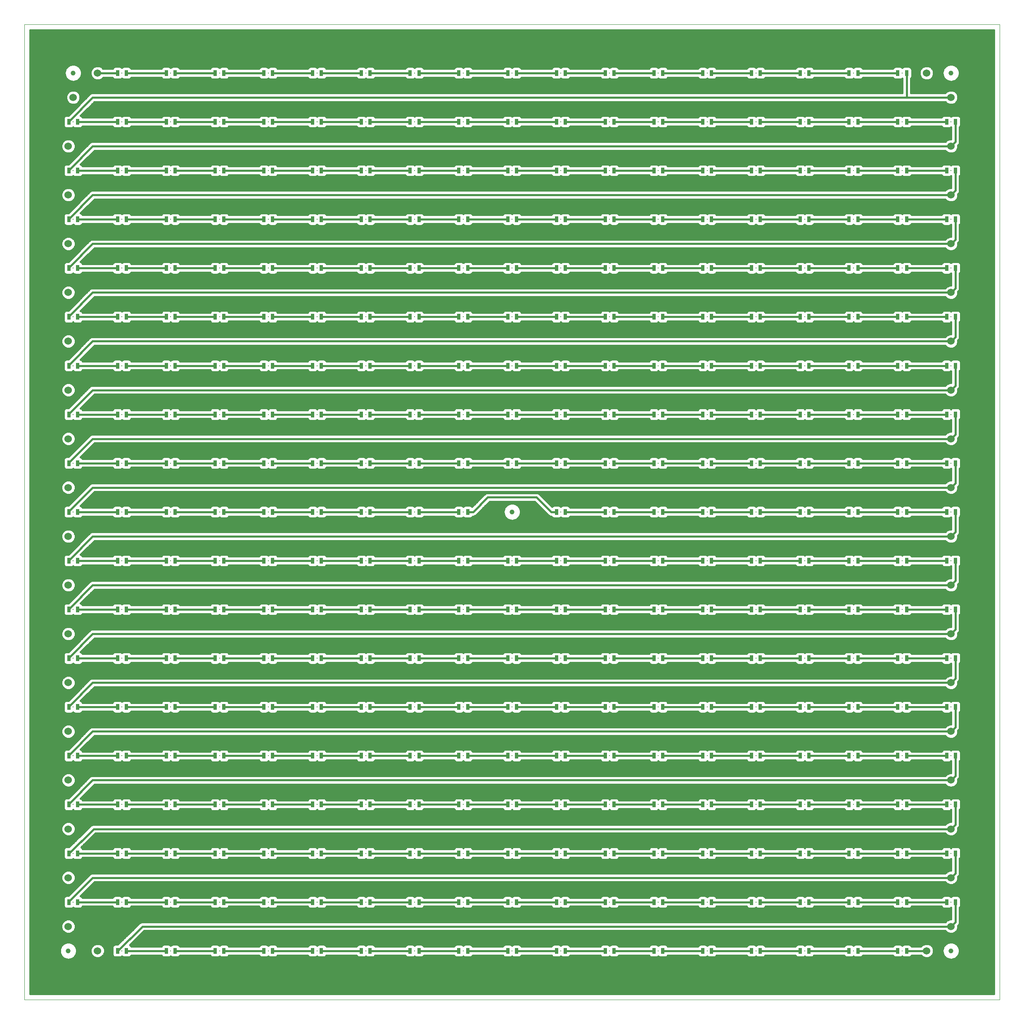
<source format=gbl>
G75*
%MOIN*%
%OFA0B0*%
%FSLAX25Y25*%
%IPPOS*%
%LPD*%
%AMOC8*
5,1,8,0,0,1.08239X$1,22.5*
%
%ADD10C,0.00000*%
%ADD11C,0.06000*%
%ADD12R,0.03150X0.04724*%
%ADD13C,0.00787*%
%ADD14C,0.03937*%
%ADD15C,0.01600*%
D10*
X0020779Y0001800D02*
X0020779Y0789202D01*
X0808180Y0789202D01*
X0808180Y0001800D01*
X0020779Y0001800D01*
D11*
X0056212Y0060855D03*
X0079834Y0041170D03*
X0056212Y0100225D03*
X0056212Y0139595D03*
X0056212Y0178965D03*
X0056212Y0218335D03*
X0056212Y0257706D03*
X0056212Y0297076D03*
X0056212Y0336446D03*
X0056212Y0375816D03*
X0056212Y0415186D03*
X0056212Y0454556D03*
X0056212Y0493926D03*
X0056212Y0533296D03*
X0056212Y0572666D03*
X0056212Y0612036D03*
X0056212Y0651406D03*
X0056212Y0690776D03*
X0060149Y0730146D03*
X0079834Y0749831D03*
X0749125Y0749831D03*
X0768810Y0730146D03*
X0768810Y0690776D03*
X0768810Y0651406D03*
X0768810Y0612036D03*
X0768810Y0572666D03*
X0768810Y0533296D03*
X0768810Y0493926D03*
X0768810Y0454556D03*
X0768810Y0415186D03*
X0768810Y0375816D03*
X0768810Y0336446D03*
X0768810Y0297076D03*
X0768810Y0257706D03*
X0768810Y0218335D03*
X0768810Y0178965D03*
X0768810Y0139595D03*
X0768810Y0100225D03*
X0768810Y0060855D03*
X0749125Y0041170D03*
D12*
X0732984Y0041170D03*
X0725897Y0041170D03*
X0693614Y0041170D03*
X0686527Y0041170D03*
X0654243Y0041170D03*
X0647157Y0041170D03*
X0614873Y0041170D03*
X0607787Y0041170D03*
X0575503Y0041170D03*
X0568417Y0041170D03*
X0536133Y0041170D03*
X0529047Y0041170D03*
X0496763Y0041170D03*
X0489677Y0041170D03*
X0457393Y0041170D03*
X0450306Y0041170D03*
X0418023Y0041170D03*
X0410936Y0041170D03*
X0378653Y0041170D03*
X0371566Y0041170D03*
X0339283Y0041170D03*
X0332196Y0041170D03*
X0299913Y0041170D03*
X0292826Y0041170D03*
X0260543Y0041170D03*
X0253456Y0041170D03*
X0221173Y0041170D03*
X0214086Y0041170D03*
X0181803Y0041170D03*
X0174716Y0041170D03*
X0142432Y0041170D03*
X0135346Y0041170D03*
X0103062Y0041170D03*
X0095976Y0041170D03*
X0095976Y0080540D03*
X0103062Y0080540D03*
X0135346Y0080540D03*
X0142432Y0080540D03*
X0174716Y0080540D03*
X0181803Y0080540D03*
X0214086Y0080540D03*
X0221173Y0080540D03*
X0253456Y0080540D03*
X0260543Y0080540D03*
X0292826Y0080540D03*
X0299913Y0080540D03*
X0332196Y0080540D03*
X0339283Y0080540D03*
X0371566Y0080540D03*
X0378653Y0080540D03*
X0410936Y0080540D03*
X0418023Y0080540D03*
X0450306Y0080540D03*
X0457393Y0080540D03*
X0489677Y0080540D03*
X0496763Y0080540D03*
X0529047Y0080540D03*
X0536133Y0080540D03*
X0568417Y0080540D03*
X0575503Y0080540D03*
X0607787Y0080540D03*
X0614873Y0080540D03*
X0647157Y0080540D03*
X0654243Y0080540D03*
X0686527Y0080540D03*
X0693614Y0080540D03*
X0725897Y0080540D03*
X0732984Y0080540D03*
X0765267Y0080540D03*
X0772354Y0080540D03*
X0772354Y0119910D03*
X0765267Y0119910D03*
X0732984Y0119910D03*
X0725897Y0119910D03*
X0693614Y0119910D03*
X0686527Y0119910D03*
X0654243Y0119910D03*
X0647157Y0119910D03*
X0614873Y0119910D03*
X0607787Y0119910D03*
X0575503Y0119910D03*
X0568417Y0119910D03*
X0536133Y0119910D03*
X0529047Y0119910D03*
X0496763Y0119910D03*
X0489677Y0119910D03*
X0457393Y0119910D03*
X0450306Y0119910D03*
X0418023Y0119910D03*
X0410936Y0119910D03*
X0378653Y0119910D03*
X0371566Y0119910D03*
X0339283Y0119910D03*
X0332196Y0119910D03*
X0299913Y0119910D03*
X0292826Y0119910D03*
X0260543Y0119910D03*
X0253456Y0119910D03*
X0221173Y0119910D03*
X0214086Y0119910D03*
X0181803Y0119910D03*
X0174716Y0119910D03*
X0142432Y0119910D03*
X0135346Y0119910D03*
X0103062Y0119910D03*
X0095976Y0119910D03*
X0063692Y0119910D03*
X0056606Y0119910D03*
X0056606Y0080540D03*
X0063692Y0080540D03*
X0063692Y0159280D03*
X0056606Y0159280D03*
X0095976Y0159280D03*
X0103062Y0159280D03*
X0135346Y0159280D03*
X0142432Y0159280D03*
X0174716Y0159280D03*
X0181803Y0159280D03*
X0214086Y0159280D03*
X0221173Y0159280D03*
X0253456Y0159280D03*
X0260543Y0159280D03*
X0292826Y0159280D03*
X0299913Y0159280D03*
X0332196Y0159280D03*
X0339283Y0159280D03*
X0371566Y0159280D03*
X0378653Y0159280D03*
X0410936Y0159280D03*
X0418023Y0159280D03*
X0450306Y0159280D03*
X0457393Y0159280D03*
X0489677Y0159280D03*
X0496763Y0159280D03*
X0529047Y0159280D03*
X0536133Y0159280D03*
X0568417Y0159280D03*
X0575503Y0159280D03*
X0607787Y0159280D03*
X0614873Y0159280D03*
X0647157Y0159280D03*
X0654243Y0159280D03*
X0686527Y0159280D03*
X0693614Y0159280D03*
X0725897Y0159280D03*
X0732984Y0159280D03*
X0765267Y0159280D03*
X0772354Y0159280D03*
X0772354Y0198650D03*
X0765267Y0198650D03*
X0732984Y0198650D03*
X0725897Y0198650D03*
X0693614Y0198650D03*
X0686527Y0198650D03*
X0654243Y0198650D03*
X0647157Y0198650D03*
X0614873Y0198650D03*
X0607787Y0198650D03*
X0575503Y0198650D03*
X0568417Y0198650D03*
X0536133Y0198650D03*
X0529047Y0198650D03*
X0496763Y0198650D03*
X0489677Y0198650D03*
X0457393Y0198650D03*
X0450306Y0198650D03*
X0418023Y0198650D03*
X0410936Y0198650D03*
X0378653Y0198650D03*
X0371566Y0198650D03*
X0339283Y0198650D03*
X0332196Y0198650D03*
X0299913Y0198650D03*
X0292826Y0198650D03*
X0260543Y0198650D03*
X0253456Y0198650D03*
X0221173Y0198650D03*
X0214086Y0198650D03*
X0181803Y0198650D03*
X0174716Y0198650D03*
X0142432Y0198650D03*
X0135346Y0198650D03*
X0103062Y0198650D03*
X0095976Y0198650D03*
X0063692Y0198650D03*
X0056606Y0198650D03*
X0056606Y0238020D03*
X0063692Y0238020D03*
X0095976Y0238020D03*
X0103062Y0238020D03*
X0135346Y0238020D03*
X0142432Y0238020D03*
X0174716Y0238020D03*
X0181803Y0238020D03*
X0214086Y0238020D03*
X0221173Y0238020D03*
X0253456Y0238020D03*
X0260543Y0238020D03*
X0292826Y0238020D03*
X0299913Y0238020D03*
X0332196Y0238020D03*
X0339283Y0238020D03*
X0371566Y0238020D03*
X0378653Y0238020D03*
X0410936Y0238020D03*
X0418023Y0238020D03*
X0450306Y0238020D03*
X0457393Y0238020D03*
X0489677Y0238020D03*
X0496763Y0238020D03*
X0529047Y0238020D03*
X0536133Y0238020D03*
X0568417Y0238020D03*
X0575503Y0238020D03*
X0607787Y0238020D03*
X0614873Y0238020D03*
X0647157Y0238020D03*
X0654243Y0238020D03*
X0686527Y0238020D03*
X0693614Y0238020D03*
X0725897Y0238020D03*
X0732984Y0238020D03*
X0765267Y0238020D03*
X0772354Y0238020D03*
X0772354Y0277391D03*
X0765267Y0277391D03*
X0732984Y0277391D03*
X0725897Y0277391D03*
X0693614Y0277391D03*
X0686527Y0277391D03*
X0654243Y0277391D03*
X0647157Y0277391D03*
X0614873Y0277391D03*
X0607787Y0277391D03*
X0575503Y0277391D03*
X0568417Y0277391D03*
X0536133Y0277391D03*
X0529047Y0277391D03*
X0496763Y0277391D03*
X0489677Y0277391D03*
X0457393Y0277391D03*
X0450306Y0277391D03*
X0418023Y0277391D03*
X0410936Y0277391D03*
X0378653Y0277391D03*
X0371566Y0277391D03*
X0339283Y0277391D03*
X0332196Y0277391D03*
X0299913Y0277391D03*
X0292826Y0277391D03*
X0260543Y0277391D03*
X0253456Y0277391D03*
X0221173Y0277391D03*
X0214086Y0277391D03*
X0181803Y0277391D03*
X0174716Y0277391D03*
X0142432Y0277391D03*
X0135346Y0277391D03*
X0103062Y0277391D03*
X0095976Y0277391D03*
X0063692Y0277391D03*
X0056606Y0277391D03*
X0056606Y0316761D03*
X0063692Y0316761D03*
X0095976Y0316761D03*
X0103062Y0316761D03*
X0135346Y0316761D03*
X0142432Y0316761D03*
X0174716Y0316761D03*
X0181803Y0316761D03*
X0214086Y0316761D03*
X0221173Y0316761D03*
X0253456Y0316761D03*
X0260543Y0316761D03*
X0292826Y0316761D03*
X0299913Y0316761D03*
X0332196Y0316761D03*
X0339283Y0316761D03*
X0371566Y0316761D03*
X0378653Y0316761D03*
X0410936Y0316761D03*
X0418023Y0316761D03*
X0450306Y0316761D03*
X0457393Y0316761D03*
X0489677Y0316761D03*
X0496763Y0316761D03*
X0529047Y0316761D03*
X0536133Y0316761D03*
X0568417Y0316761D03*
X0575503Y0316761D03*
X0607787Y0316761D03*
X0614873Y0316761D03*
X0647157Y0316761D03*
X0654243Y0316761D03*
X0686527Y0316761D03*
X0693614Y0316761D03*
X0725897Y0316761D03*
X0732984Y0316761D03*
X0765267Y0316761D03*
X0772354Y0316761D03*
X0772354Y0356131D03*
X0765267Y0356131D03*
X0732984Y0356131D03*
X0725897Y0356131D03*
X0693614Y0356131D03*
X0686527Y0356131D03*
X0654243Y0356131D03*
X0647157Y0356131D03*
X0614873Y0356131D03*
X0607787Y0356131D03*
X0575503Y0356131D03*
X0568417Y0356131D03*
X0536133Y0356131D03*
X0529047Y0356131D03*
X0496763Y0356131D03*
X0489677Y0356131D03*
X0457393Y0356131D03*
X0450306Y0356131D03*
X0418023Y0356131D03*
X0410936Y0356131D03*
X0378653Y0356131D03*
X0371566Y0356131D03*
X0339283Y0356131D03*
X0332196Y0356131D03*
X0299913Y0356131D03*
X0292826Y0356131D03*
X0260543Y0356131D03*
X0253456Y0356131D03*
X0221173Y0356131D03*
X0214086Y0356131D03*
X0181803Y0356131D03*
X0174716Y0356131D03*
X0142432Y0356131D03*
X0135346Y0356131D03*
X0103062Y0356131D03*
X0095976Y0356131D03*
X0063692Y0356131D03*
X0056606Y0356131D03*
X0056606Y0395501D03*
X0063692Y0395501D03*
X0095976Y0395501D03*
X0103062Y0395501D03*
X0135346Y0395501D03*
X0142432Y0395501D03*
X0174716Y0395501D03*
X0181803Y0395501D03*
X0214086Y0395501D03*
X0221173Y0395501D03*
X0253456Y0395501D03*
X0260543Y0395501D03*
X0292826Y0395501D03*
X0299913Y0395501D03*
X0332196Y0395501D03*
X0339283Y0395501D03*
X0371566Y0395501D03*
X0378653Y0395501D03*
X0378653Y0434871D03*
X0371566Y0434871D03*
X0339283Y0434871D03*
X0332196Y0434871D03*
X0299913Y0434871D03*
X0292826Y0434871D03*
X0260543Y0434871D03*
X0253456Y0434871D03*
X0221173Y0434871D03*
X0214086Y0434871D03*
X0181803Y0434871D03*
X0174716Y0434871D03*
X0142432Y0434871D03*
X0135346Y0434871D03*
X0103062Y0434871D03*
X0095976Y0434871D03*
X0063692Y0434871D03*
X0056606Y0434871D03*
X0056606Y0474241D03*
X0063692Y0474241D03*
X0095976Y0474241D03*
X0103062Y0474241D03*
X0135346Y0474241D03*
X0142432Y0474241D03*
X0174716Y0474241D03*
X0181803Y0474241D03*
X0214086Y0474241D03*
X0221173Y0474241D03*
X0253456Y0474241D03*
X0260543Y0474241D03*
X0292826Y0474241D03*
X0299913Y0474241D03*
X0332196Y0474241D03*
X0339283Y0474241D03*
X0371566Y0474241D03*
X0378653Y0474241D03*
X0410936Y0474241D03*
X0418023Y0474241D03*
X0450306Y0474241D03*
X0457393Y0474241D03*
X0489677Y0474241D03*
X0496763Y0474241D03*
X0529047Y0474241D03*
X0536133Y0474241D03*
X0568417Y0474241D03*
X0575503Y0474241D03*
X0607787Y0474241D03*
X0614873Y0474241D03*
X0647157Y0474241D03*
X0654243Y0474241D03*
X0686527Y0474241D03*
X0693614Y0474241D03*
X0725897Y0474241D03*
X0732984Y0474241D03*
X0765267Y0474241D03*
X0772354Y0474241D03*
X0772354Y0513611D03*
X0765267Y0513611D03*
X0732984Y0513611D03*
X0725897Y0513611D03*
X0693614Y0513611D03*
X0686527Y0513611D03*
X0654243Y0513611D03*
X0647157Y0513611D03*
X0614873Y0513611D03*
X0607787Y0513611D03*
X0575503Y0513611D03*
X0568417Y0513611D03*
X0536133Y0513611D03*
X0529047Y0513611D03*
X0496763Y0513611D03*
X0489677Y0513611D03*
X0457393Y0513611D03*
X0450306Y0513611D03*
X0418023Y0513611D03*
X0410936Y0513611D03*
X0378653Y0513611D03*
X0371566Y0513611D03*
X0339283Y0513611D03*
X0332196Y0513611D03*
X0299913Y0513611D03*
X0292826Y0513611D03*
X0260543Y0513611D03*
X0253456Y0513611D03*
X0221173Y0513611D03*
X0214086Y0513611D03*
X0181803Y0513611D03*
X0174716Y0513611D03*
X0142432Y0513611D03*
X0135346Y0513611D03*
X0103062Y0513611D03*
X0095976Y0513611D03*
X0063692Y0513611D03*
X0056606Y0513611D03*
X0056606Y0552981D03*
X0063692Y0552981D03*
X0095976Y0552981D03*
X0103062Y0552981D03*
X0135346Y0552981D03*
X0142432Y0552981D03*
X0174716Y0552981D03*
X0181803Y0552981D03*
X0214086Y0552981D03*
X0221173Y0552981D03*
X0253456Y0552981D03*
X0260543Y0552981D03*
X0292826Y0552981D03*
X0299913Y0552981D03*
X0332196Y0552981D03*
X0339283Y0552981D03*
X0371566Y0552981D03*
X0378653Y0552981D03*
X0410936Y0552981D03*
X0418023Y0552981D03*
X0450306Y0552981D03*
X0457393Y0552981D03*
X0489677Y0552981D03*
X0496763Y0552981D03*
X0529047Y0552981D03*
X0536133Y0552981D03*
X0568417Y0552981D03*
X0575503Y0552981D03*
X0607787Y0552981D03*
X0614873Y0552981D03*
X0647157Y0552981D03*
X0654243Y0552981D03*
X0686527Y0552981D03*
X0693614Y0552981D03*
X0725897Y0552981D03*
X0732984Y0552981D03*
X0765267Y0552981D03*
X0772354Y0552981D03*
X0772354Y0592351D03*
X0765267Y0592351D03*
X0732984Y0592351D03*
X0725897Y0592351D03*
X0693614Y0592351D03*
X0686527Y0592351D03*
X0654243Y0592351D03*
X0647157Y0592351D03*
X0614873Y0592351D03*
X0607787Y0592351D03*
X0575503Y0592351D03*
X0568417Y0592351D03*
X0536133Y0592351D03*
X0529047Y0592351D03*
X0496763Y0592351D03*
X0489677Y0592351D03*
X0457393Y0592351D03*
X0450306Y0592351D03*
X0418023Y0592351D03*
X0410936Y0592351D03*
X0378653Y0592351D03*
X0371566Y0592351D03*
X0339283Y0592351D03*
X0332196Y0592351D03*
X0299913Y0592351D03*
X0292826Y0592351D03*
X0260543Y0592351D03*
X0253456Y0592351D03*
X0221173Y0592351D03*
X0214086Y0592351D03*
X0181803Y0592351D03*
X0174716Y0592351D03*
X0142432Y0592351D03*
X0135346Y0592351D03*
X0103062Y0592351D03*
X0095976Y0592351D03*
X0063692Y0592351D03*
X0056606Y0592351D03*
X0056606Y0631721D03*
X0063692Y0631721D03*
X0095976Y0631721D03*
X0103062Y0631721D03*
X0135346Y0631721D03*
X0142432Y0631721D03*
X0174716Y0631721D03*
X0181803Y0631721D03*
X0214086Y0631721D03*
X0221173Y0631721D03*
X0253456Y0631721D03*
X0260543Y0631721D03*
X0292826Y0631721D03*
X0299913Y0631721D03*
X0332196Y0631721D03*
X0339283Y0631721D03*
X0371566Y0631721D03*
X0378653Y0631721D03*
X0410936Y0631721D03*
X0418023Y0631721D03*
X0450306Y0631721D03*
X0457393Y0631721D03*
X0489677Y0631721D03*
X0496763Y0631721D03*
X0529047Y0631721D03*
X0536133Y0631721D03*
X0568417Y0631721D03*
X0575503Y0631721D03*
X0607787Y0631721D03*
X0614873Y0631721D03*
X0647157Y0631721D03*
X0654243Y0631721D03*
X0686527Y0631721D03*
X0693614Y0631721D03*
X0725897Y0631721D03*
X0732984Y0631721D03*
X0765267Y0631721D03*
X0772354Y0631721D03*
X0772354Y0671091D03*
X0765267Y0671091D03*
X0732984Y0671091D03*
X0725897Y0671091D03*
X0693614Y0671091D03*
X0686527Y0671091D03*
X0654243Y0671091D03*
X0647157Y0671091D03*
X0614873Y0671091D03*
X0607787Y0671091D03*
X0575503Y0671091D03*
X0568417Y0671091D03*
X0536133Y0671091D03*
X0529047Y0671091D03*
X0496763Y0671091D03*
X0489677Y0671091D03*
X0457393Y0671091D03*
X0450306Y0671091D03*
X0418023Y0671091D03*
X0410936Y0671091D03*
X0378653Y0671091D03*
X0371566Y0671091D03*
X0339283Y0671091D03*
X0332196Y0671091D03*
X0299913Y0671091D03*
X0292826Y0671091D03*
X0260543Y0671091D03*
X0253456Y0671091D03*
X0221173Y0671091D03*
X0214086Y0671091D03*
X0181803Y0671091D03*
X0174716Y0671091D03*
X0142432Y0671091D03*
X0135346Y0671091D03*
X0103062Y0671091D03*
X0095976Y0671091D03*
X0063692Y0671091D03*
X0056606Y0671091D03*
X0056606Y0710461D03*
X0063692Y0710461D03*
X0095976Y0710461D03*
X0103062Y0710461D03*
X0135346Y0710461D03*
X0142432Y0710461D03*
X0174716Y0710461D03*
X0181803Y0710461D03*
X0214086Y0710461D03*
X0221173Y0710461D03*
X0253456Y0710461D03*
X0260543Y0710461D03*
X0292826Y0710461D03*
X0299913Y0710461D03*
X0332196Y0710461D03*
X0339283Y0710461D03*
X0371566Y0710461D03*
X0378653Y0710461D03*
X0410936Y0710461D03*
X0418023Y0710461D03*
X0450306Y0710461D03*
X0457393Y0710461D03*
X0489677Y0710461D03*
X0496763Y0710461D03*
X0529047Y0710461D03*
X0536133Y0710461D03*
X0568417Y0710461D03*
X0575503Y0710461D03*
X0607787Y0710461D03*
X0614873Y0710461D03*
X0647157Y0710461D03*
X0654243Y0710461D03*
X0686527Y0710461D03*
X0693614Y0710461D03*
X0725897Y0710461D03*
X0732984Y0710461D03*
X0765267Y0710461D03*
X0772354Y0710461D03*
X0732984Y0749831D03*
X0725897Y0749831D03*
X0693614Y0749831D03*
X0686527Y0749831D03*
X0654243Y0749831D03*
X0647157Y0749831D03*
X0614873Y0749831D03*
X0607787Y0749831D03*
X0575503Y0749831D03*
X0568417Y0749831D03*
X0536133Y0749831D03*
X0529047Y0749831D03*
X0496763Y0749831D03*
X0489677Y0749831D03*
X0457393Y0749831D03*
X0450306Y0749831D03*
X0418023Y0749831D03*
X0410936Y0749831D03*
X0378653Y0749831D03*
X0371566Y0749831D03*
X0339283Y0749831D03*
X0332196Y0749831D03*
X0299913Y0749831D03*
X0292826Y0749831D03*
X0260543Y0749831D03*
X0253456Y0749831D03*
X0221173Y0749831D03*
X0214086Y0749831D03*
X0181803Y0749831D03*
X0174716Y0749831D03*
X0142432Y0749831D03*
X0135346Y0749831D03*
X0103062Y0749831D03*
X0095976Y0749831D03*
X0410936Y0434871D03*
X0418023Y0434871D03*
X0450306Y0434871D03*
X0457393Y0434871D03*
X0489677Y0434871D03*
X0496763Y0434871D03*
X0529047Y0434871D03*
X0536133Y0434871D03*
X0568417Y0434871D03*
X0575503Y0434871D03*
X0607787Y0434871D03*
X0614873Y0434871D03*
X0647157Y0434871D03*
X0654243Y0434871D03*
X0686527Y0434871D03*
X0693614Y0434871D03*
X0725897Y0434871D03*
X0732984Y0434871D03*
X0765267Y0434871D03*
X0772354Y0434871D03*
X0772354Y0395501D03*
X0765267Y0395501D03*
X0732984Y0395501D03*
X0725897Y0395501D03*
X0693614Y0395501D03*
X0686527Y0395501D03*
X0654243Y0395501D03*
X0647157Y0395501D03*
X0614873Y0395501D03*
X0607787Y0395501D03*
X0575503Y0395501D03*
X0568417Y0395501D03*
X0536133Y0395501D03*
X0529047Y0395501D03*
X0496763Y0395501D03*
X0489677Y0395501D03*
X0457393Y0395501D03*
X0450306Y0395501D03*
D13*
X0453850Y0395501D03*
X0493220Y0395501D03*
X0493220Y0434871D03*
X0453850Y0434871D03*
X0453850Y0474241D03*
X0493220Y0474241D03*
X0532590Y0474241D03*
X0571960Y0474241D03*
X0571960Y0513611D03*
X0611330Y0513611D03*
X0611330Y0474241D03*
X0611330Y0434871D03*
X0611330Y0395501D03*
X0571960Y0395501D03*
X0571960Y0434871D03*
X0532590Y0434871D03*
X0532590Y0395501D03*
X0532590Y0356131D03*
X0571960Y0356131D03*
X0611330Y0356131D03*
X0650700Y0356131D03*
X0650700Y0395501D03*
X0650700Y0434871D03*
X0650700Y0474241D03*
X0650700Y0513611D03*
X0650700Y0552981D03*
X0611330Y0552981D03*
X0571960Y0552981D03*
X0532590Y0552981D03*
X0532590Y0513611D03*
X0493220Y0513611D03*
X0453850Y0513611D03*
X0453850Y0552981D03*
X0493220Y0552981D03*
X0493220Y0592351D03*
X0453850Y0592351D03*
X0453850Y0631721D03*
X0493220Y0631721D03*
X0532590Y0631721D03*
X0532590Y0592351D03*
X0571960Y0592351D03*
X0611330Y0592351D03*
X0650700Y0592351D03*
X0690070Y0592351D03*
X0690070Y0552981D03*
X0690070Y0513611D03*
X0690070Y0474241D03*
X0690070Y0434871D03*
X0690070Y0395501D03*
X0690070Y0356131D03*
X0729440Y0356131D03*
X0768810Y0356131D03*
X0768810Y0395501D03*
X0729440Y0395501D03*
X0729440Y0434871D03*
X0768810Y0434871D03*
X0768810Y0474241D03*
X0729440Y0474241D03*
X0729440Y0513611D03*
X0768810Y0513611D03*
X0768810Y0552981D03*
X0729440Y0552981D03*
X0729440Y0592351D03*
X0768810Y0592351D03*
X0768810Y0631721D03*
X0729440Y0631721D03*
X0690070Y0631721D03*
X0650700Y0631721D03*
X0611330Y0631721D03*
X0571960Y0631721D03*
X0571960Y0671091D03*
X0611330Y0671091D03*
X0650700Y0671091D03*
X0690070Y0671091D03*
X0729440Y0671091D03*
X0768810Y0671091D03*
X0768810Y0710461D03*
X0729440Y0710461D03*
X0690070Y0710461D03*
X0650700Y0710461D03*
X0611330Y0710461D03*
X0571960Y0710461D03*
X0532590Y0710461D03*
X0532590Y0671091D03*
X0493220Y0671091D03*
X0453850Y0671091D03*
X0414480Y0671091D03*
X0414480Y0631721D03*
X0414480Y0592351D03*
X0414480Y0552981D03*
X0414480Y0513611D03*
X0414480Y0474241D03*
X0414480Y0434871D03*
X0375110Y0434871D03*
X0375110Y0395501D03*
X0375110Y0356131D03*
X0414480Y0356131D03*
X0453850Y0356131D03*
X0493220Y0356131D03*
X0493220Y0316761D03*
X0453850Y0316761D03*
X0414480Y0316761D03*
X0375110Y0316761D03*
X0375110Y0277391D03*
X0414480Y0277391D03*
X0453850Y0277391D03*
X0493220Y0277391D03*
X0532590Y0277391D03*
X0532590Y0316761D03*
X0571960Y0316761D03*
X0611330Y0316761D03*
X0650700Y0316761D03*
X0690070Y0316761D03*
X0729440Y0316761D03*
X0768810Y0316761D03*
X0768810Y0277391D03*
X0729440Y0277391D03*
X0690070Y0277391D03*
X0650700Y0277391D03*
X0611330Y0277391D03*
X0571960Y0277391D03*
X0571960Y0238020D03*
X0571960Y0198650D03*
X0571960Y0159280D03*
X0571960Y0119910D03*
X0571960Y0080540D03*
X0571960Y0041170D03*
X0611330Y0041170D03*
X0611330Y0080540D03*
X0650700Y0080540D03*
X0650700Y0041170D03*
X0690070Y0041170D03*
X0690070Y0080540D03*
X0690070Y0119910D03*
X0650700Y0119910D03*
X0611330Y0119910D03*
X0611330Y0159280D03*
X0650700Y0159280D03*
X0690070Y0159280D03*
X0729440Y0159280D03*
X0768810Y0159280D03*
X0768810Y0119910D03*
X0729440Y0119910D03*
X0729440Y0080540D03*
X0768810Y0080540D03*
X0729440Y0041170D03*
X0729440Y0198650D03*
X0768810Y0198650D03*
X0768810Y0238020D03*
X0729440Y0238020D03*
X0690070Y0238020D03*
X0690070Y0198650D03*
X0650700Y0198650D03*
X0611330Y0198650D03*
X0611330Y0238020D03*
X0650700Y0238020D03*
X0532590Y0238020D03*
X0532590Y0198650D03*
X0532590Y0159280D03*
X0532590Y0119910D03*
X0532590Y0080540D03*
X0532590Y0041170D03*
X0493220Y0041170D03*
X0453850Y0041170D03*
X0453850Y0080540D03*
X0493220Y0080540D03*
X0493220Y0119910D03*
X0453850Y0119910D03*
X0453850Y0159280D03*
X0493220Y0159280D03*
X0493220Y0198650D03*
X0453850Y0198650D03*
X0414480Y0198650D03*
X0414480Y0159280D03*
X0414480Y0119910D03*
X0414480Y0080540D03*
X0414480Y0041170D03*
X0375110Y0041170D03*
X0375110Y0080540D03*
X0375110Y0119910D03*
X0375110Y0159280D03*
X0375110Y0198650D03*
X0375110Y0238020D03*
X0414480Y0238020D03*
X0453850Y0238020D03*
X0493220Y0238020D03*
X0335740Y0238020D03*
X0335740Y0198650D03*
X0335740Y0159280D03*
X0335740Y0119910D03*
X0335740Y0080540D03*
X0335740Y0041170D03*
X0296369Y0041170D03*
X0256999Y0041170D03*
X0217629Y0041170D03*
X0178259Y0041170D03*
X0138889Y0041170D03*
X0099519Y0041170D03*
X0099519Y0080540D03*
X0060149Y0080540D03*
X0060149Y0119910D03*
X0099519Y0119910D03*
X0138889Y0119910D03*
X0138889Y0080540D03*
X0178259Y0080540D03*
X0217629Y0080540D03*
X0217629Y0119910D03*
X0178259Y0119910D03*
X0178259Y0159280D03*
X0217629Y0159280D03*
X0256999Y0159280D03*
X0256999Y0119910D03*
X0256999Y0080540D03*
X0296369Y0080540D03*
X0296369Y0119910D03*
X0296369Y0159280D03*
X0296369Y0198650D03*
X0256999Y0198650D03*
X0217629Y0198650D03*
X0178259Y0198650D03*
X0138889Y0198650D03*
X0138889Y0159280D03*
X0099519Y0159280D03*
X0060149Y0159280D03*
X0060149Y0198650D03*
X0099519Y0198650D03*
X0099519Y0238020D03*
X0060149Y0238020D03*
X0060149Y0277391D03*
X0060149Y0316761D03*
X0060149Y0356131D03*
X0060149Y0395501D03*
X0060149Y0434871D03*
X0060149Y0474241D03*
X0060149Y0513611D03*
X0099519Y0513611D03*
X0099519Y0474241D03*
X0099519Y0434871D03*
X0099519Y0395501D03*
X0138889Y0395501D03*
X0138889Y0434871D03*
X0138889Y0474241D03*
X0138889Y0513611D03*
X0138889Y0552981D03*
X0099519Y0552981D03*
X0060149Y0552981D03*
X0060149Y0592351D03*
X0099519Y0592351D03*
X0138889Y0592351D03*
X0178259Y0592351D03*
X0217629Y0592351D03*
X0217629Y0552981D03*
X0178259Y0552981D03*
X0178259Y0513611D03*
X0217629Y0513611D03*
X0217629Y0474241D03*
X0178259Y0474241D03*
X0178259Y0434871D03*
X0178259Y0395501D03*
X0217629Y0395501D03*
X0217629Y0434871D03*
X0256999Y0434871D03*
X0256999Y0395501D03*
X0256999Y0356131D03*
X0217629Y0356131D03*
X0178259Y0356131D03*
X0138889Y0356131D03*
X0099519Y0356131D03*
X0099519Y0316761D03*
X0138889Y0316761D03*
X0178259Y0316761D03*
X0217629Y0316761D03*
X0256999Y0316761D03*
X0296369Y0316761D03*
X0296369Y0356131D03*
X0296369Y0395501D03*
X0296369Y0434871D03*
X0296369Y0474241D03*
X0256999Y0474241D03*
X0256999Y0513611D03*
X0256999Y0552981D03*
X0256999Y0592351D03*
X0256999Y0631721D03*
X0217629Y0631721D03*
X0178259Y0631721D03*
X0138889Y0631721D03*
X0099519Y0631721D03*
X0060149Y0631721D03*
X0060149Y0671091D03*
X0099519Y0671091D03*
X0138889Y0671091D03*
X0178259Y0671091D03*
X0217629Y0671091D03*
X0256999Y0671091D03*
X0256999Y0710461D03*
X0217629Y0710461D03*
X0178259Y0710461D03*
X0138889Y0710461D03*
X0099519Y0710461D03*
X0060149Y0710461D03*
X0099519Y0749831D03*
X0138889Y0749831D03*
X0178259Y0749831D03*
X0217629Y0749831D03*
X0256999Y0749831D03*
X0296369Y0749831D03*
X0296369Y0710461D03*
X0296369Y0671091D03*
X0296369Y0631721D03*
X0296369Y0592351D03*
X0296369Y0552981D03*
X0296369Y0513611D03*
X0335740Y0513611D03*
X0375110Y0513611D03*
X0375110Y0474241D03*
X0335740Y0474241D03*
X0335740Y0434871D03*
X0335740Y0395501D03*
X0335740Y0356131D03*
X0335740Y0316761D03*
X0335740Y0277391D03*
X0296369Y0277391D03*
X0256999Y0277391D03*
X0217629Y0277391D03*
X0178259Y0277391D03*
X0138889Y0277391D03*
X0099519Y0277391D03*
X0138889Y0238020D03*
X0178259Y0238020D03*
X0217629Y0238020D03*
X0256999Y0238020D03*
X0296369Y0238020D03*
X0335740Y0552981D03*
X0375110Y0552981D03*
X0375110Y0592351D03*
X0375110Y0631721D03*
X0375110Y0671091D03*
X0375110Y0710461D03*
X0414480Y0710461D03*
X0453850Y0710461D03*
X0493220Y0710461D03*
X0493220Y0749831D03*
X0453850Y0749831D03*
X0414480Y0749831D03*
X0375110Y0749831D03*
X0335740Y0749831D03*
X0335740Y0710461D03*
X0335740Y0671091D03*
X0335740Y0631721D03*
X0335740Y0592351D03*
X0532590Y0749831D03*
X0571960Y0749831D03*
X0611330Y0749831D03*
X0650700Y0749831D03*
X0690070Y0749831D03*
X0729440Y0749831D03*
D14*
X0768810Y0749831D03*
X0414480Y0395501D03*
X0060149Y0749831D03*
X0056212Y0041170D03*
X0768810Y0041170D03*
D15*
X0761897Y0040553D02*
X0761862Y0040285D01*
X0761949Y0039960D01*
X0761979Y0039625D01*
X0762103Y0039386D01*
X0762110Y0039362D01*
X0762121Y0039092D01*
X0762263Y0038787D01*
X0762351Y0038462D01*
X0762515Y0038248D01*
X0762525Y0038225D01*
X0762584Y0037962D01*
X0762777Y0037687D01*
X0762919Y0037382D01*
X0763118Y0037199D01*
X0763132Y0037179D01*
X0763235Y0036930D01*
X0763473Y0036692D01*
X0763666Y0036416D01*
X0763894Y0036271D01*
X0763912Y0036253D01*
X0764057Y0036026D01*
X0764332Y0035833D01*
X0764570Y0035595D01*
X0764819Y0035492D01*
X0764840Y0035478D01*
X0765022Y0035279D01*
X0765327Y0035136D01*
X0765602Y0034944D01*
X0765866Y0034885D01*
X0765889Y0034875D01*
X0766103Y0034710D01*
X0766428Y0034623D01*
X0766732Y0034481D01*
X0767002Y0034469D01*
X0767026Y0034463D01*
X0767265Y0034338D01*
X0767601Y0034309D01*
X0767925Y0034222D01*
X0768193Y0034257D01*
X0768218Y0034255D01*
X0768475Y0034174D01*
X0768810Y0034203D01*
X0769145Y0034174D01*
X0769403Y0034255D01*
X0769428Y0034257D01*
X0769695Y0034222D01*
X0770020Y0034309D01*
X0770355Y0034338D01*
X0770595Y0034463D01*
X0770619Y0034469D01*
X0770888Y0034481D01*
X0771193Y0034623D01*
X0771518Y0034710D01*
X0771732Y0034875D01*
X0771755Y0034885D01*
X0772018Y0034944D01*
X0772294Y0035136D01*
X0772599Y0035279D01*
X0772781Y0035478D01*
X0772802Y0035492D01*
X0773051Y0035595D01*
X0773289Y0035833D01*
X0773564Y0036026D01*
X0773709Y0036253D01*
X0773727Y0036271D01*
X0773955Y0036416D01*
X0774147Y0036692D01*
X0774385Y0036930D01*
X0774489Y0037179D01*
X0774503Y0037199D01*
X0774702Y0037382D01*
X0774844Y0037687D01*
X0775037Y0037962D01*
X0775095Y0038225D01*
X0775106Y0038248D01*
X0775270Y0038462D01*
X0775357Y0038787D01*
X0775499Y0039092D01*
X0775511Y0039362D01*
X0775518Y0039386D01*
X0775642Y0039625D01*
X0775672Y0039960D01*
X0775759Y0040285D01*
X0775723Y0040553D01*
X0775726Y0040578D01*
X0775807Y0040835D01*
X0775777Y0041170D01*
X0775807Y0041505D01*
X0775726Y0041762D01*
X0775723Y0041787D01*
X0775759Y0042055D01*
X0775672Y0042380D01*
X0775642Y0042715D01*
X0775518Y0042954D01*
X0775511Y0042978D01*
X0775499Y0043248D01*
X0775357Y0043553D01*
X0775270Y0043878D01*
X0775106Y0044092D01*
X0775095Y0044115D01*
X0775037Y0044378D01*
X0774844Y0044654D01*
X0774702Y0044958D01*
X0774503Y0045141D01*
X0774489Y0045161D01*
X0774385Y0045411D01*
X0774147Y0045648D01*
X0773955Y0045924D01*
X0773727Y0046069D01*
X0773709Y0046087D01*
X0773564Y0046314D01*
X0773289Y0046507D01*
X0773051Y0046745D01*
X0772802Y0046848D01*
X0772781Y0046863D01*
X0772599Y0047062D01*
X0772294Y0047204D01*
X0772018Y0047397D01*
X0771755Y0047455D01*
X0771732Y0047466D01*
X0771518Y0047630D01*
X0771193Y0047717D01*
X0770888Y0047859D01*
X0770619Y0047871D01*
X0770595Y0047877D01*
X0770355Y0048002D01*
X0770020Y0048031D01*
X0769695Y0048118D01*
X0769428Y0048083D01*
X0769403Y0048085D01*
X0769145Y0048166D01*
X0768810Y0048137D01*
X0768475Y0048166D01*
X0768218Y0048085D01*
X0768193Y0048083D01*
X0767925Y0048118D01*
X0767601Y0048031D01*
X0767265Y0048002D01*
X0767026Y0047877D01*
X0767002Y0047871D01*
X0766732Y0047859D01*
X0766428Y0047717D01*
X0766103Y0047630D01*
X0765889Y0047466D01*
X0765866Y0047455D01*
X0765602Y0047397D01*
X0765327Y0047204D01*
X0765022Y0047062D01*
X0764840Y0046863D01*
X0764819Y0046848D01*
X0764570Y0046745D01*
X0764332Y0046507D01*
X0764057Y0046314D01*
X0763912Y0046087D01*
X0763894Y0046069D01*
X0763666Y0045924D01*
X0763473Y0045648D01*
X0763235Y0045411D01*
X0763132Y0045161D01*
X0763118Y0045141D01*
X0762919Y0044958D01*
X0762777Y0044654D01*
X0762584Y0044378D01*
X0762525Y0044115D01*
X0762515Y0044092D01*
X0762351Y0043878D01*
X0762263Y0043553D01*
X0762121Y0043248D01*
X0762110Y0042978D01*
X0762103Y0042954D01*
X0761979Y0042715D01*
X0761949Y0042380D01*
X0761862Y0042055D01*
X0761897Y0041787D01*
X0761895Y0041762D01*
X0761814Y0041505D01*
X0761843Y0041170D01*
X0761814Y0040835D01*
X0761895Y0040578D01*
X0761897Y0040553D01*
X0761878Y0040631D02*
X0754894Y0040631D01*
X0754894Y0040023D02*
X0754016Y0037902D01*
X0752393Y0036280D01*
X0750273Y0035402D01*
X0747978Y0035402D01*
X0745858Y0036280D01*
X0744536Y0037602D01*
X0737055Y0037602D01*
X0736905Y0037240D01*
X0736127Y0036461D01*
X0735109Y0036039D01*
X0730858Y0036039D01*
X0729841Y0036461D01*
X0729440Y0036861D01*
X0729040Y0036461D01*
X0728022Y0036039D01*
X0723771Y0036039D01*
X0722754Y0036461D01*
X0721975Y0037240D01*
X0721825Y0037602D01*
X0697685Y0037602D01*
X0697535Y0037240D01*
X0696757Y0036461D01*
X0695739Y0036039D01*
X0691488Y0036039D01*
X0690470Y0036461D01*
X0690070Y0036861D01*
X0689670Y0036461D01*
X0688652Y0036039D01*
X0684401Y0036039D01*
X0683384Y0036461D01*
X0682605Y0037240D01*
X0682455Y0037602D01*
X0658315Y0037602D01*
X0658165Y0037240D01*
X0657386Y0036461D01*
X0656369Y0036039D01*
X0652118Y0036039D01*
X0651100Y0036461D01*
X0650700Y0036861D01*
X0650300Y0036461D01*
X0649282Y0036039D01*
X0645031Y0036039D01*
X0644014Y0036461D01*
X0643235Y0037240D01*
X0643085Y0037602D01*
X0618945Y0037602D01*
X0618795Y0037240D01*
X0618016Y0036461D01*
X0616999Y0036039D01*
X0612748Y0036039D01*
X0611730Y0036461D01*
X0611330Y0036861D01*
X0610930Y0036461D01*
X0609912Y0036039D01*
X0605661Y0036039D01*
X0604644Y0036461D01*
X0603865Y0037240D01*
X0603715Y0037602D01*
X0579575Y0037602D01*
X0579425Y0037240D01*
X0578646Y0036461D01*
X0577629Y0036039D01*
X0573378Y0036039D01*
X0572360Y0036461D01*
X0571960Y0036861D01*
X0571560Y0036461D01*
X0570542Y0036039D01*
X0566291Y0036039D01*
X0565274Y0036461D01*
X0564495Y0037240D01*
X0564345Y0037602D01*
X0540205Y0037602D01*
X0540055Y0037240D01*
X0539276Y0036461D01*
X0538259Y0036039D01*
X0534008Y0036039D01*
X0532990Y0036461D01*
X0532590Y0036861D01*
X0532190Y0036461D01*
X0531172Y0036039D01*
X0526921Y0036039D01*
X0525904Y0036461D01*
X0525125Y0037240D01*
X0524975Y0037602D01*
X0500835Y0037602D01*
X0500685Y0037240D01*
X0499906Y0036461D01*
X0498889Y0036039D01*
X0494638Y0036039D01*
X0493620Y0036461D01*
X0493220Y0036861D01*
X0492820Y0036461D01*
X0491802Y0036039D01*
X0487551Y0036039D01*
X0486533Y0036461D01*
X0485755Y0037240D01*
X0485605Y0037602D01*
X0461465Y0037602D01*
X0461315Y0037240D01*
X0460536Y0036461D01*
X0459519Y0036039D01*
X0455268Y0036039D01*
X0454250Y0036461D01*
X0453850Y0036861D01*
X0453449Y0036461D01*
X0452432Y0036039D01*
X0448181Y0036039D01*
X0447163Y0036461D01*
X0446385Y0037240D01*
X0446235Y0037602D01*
X0422095Y0037602D01*
X0421945Y0037240D01*
X0421166Y0036461D01*
X0420148Y0036039D01*
X0415897Y0036039D01*
X0414880Y0036461D01*
X0414480Y0036861D01*
X0414079Y0036461D01*
X0413062Y0036039D01*
X0408811Y0036039D01*
X0407793Y0036461D01*
X0407015Y0037240D01*
X0406865Y0037602D01*
X0382725Y0037602D01*
X0382575Y0037240D01*
X0381796Y0036461D01*
X0380778Y0036039D01*
X0376527Y0036039D01*
X0375510Y0036461D01*
X0375110Y0036861D01*
X0374709Y0036461D01*
X0373692Y0036039D01*
X0369441Y0036039D01*
X0368423Y0036461D01*
X0367644Y0037240D01*
X0367495Y0037602D01*
X0343355Y0037602D01*
X0343205Y0037240D01*
X0342426Y0036461D01*
X0341408Y0036039D01*
X0337157Y0036039D01*
X0336140Y0036461D01*
X0335740Y0036861D01*
X0335339Y0036461D01*
X0334322Y0036039D01*
X0330071Y0036039D01*
X0329053Y0036461D01*
X0328274Y0037240D01*
X0328124Y0037602D01*
X0303984Y0037602D01*
X0303835Y0037240D01*
X0303056Y0036461D01*
X0302038Y0036039D01*
X0297787Y0036039D01*
X0296770Y0036461D01*
X0296369Y0036861D01*
X0295969Y0036461D01*
X0294952Y0036039D01*
X0290701Y0036039D01*
X0289683Y0036461D01*
X0288904Y0037240D01*
X0288754Y0037602D01*
X0264614Y0037602D01*
X0264464Y0037240D01*
X0263686Y0036461D01*
X0262668Y0036039D01*
X0258417Y0036039D01*
X0257400Y0036461D01*
X0256999Y0036861D01*
X0256599Y0036461D01*
X0255582Y0036039D01*
X0251331Y0036039D01*
X0250313Y0036461D01*
X0249534Y0037240D01*
X0249384Y0037602D01*
X0225244Y0037602D01*
X0225094Y0037240D01*
X0224316Y0036461D01*
X0223298Y0036039D01*
X0219047Y0036039D01*
X0218030Y0036461D01*
X0217629Y0036861D01*
X0217229Y0036461D01*
X0216211Y0036039D01*
X0211960Y0036039D01*
X0210943Y0036461D01*
X0210164Y0037240D01*
X0210014Y0037602D01*
X0185874Y0037602D01*
X0185724Y0037240D01*
X0184946Y0036461D01*
X0183928Y0036039D01*
X0179677Y0036039D01*
X0178659Y0036461D01*
X0178259Y0036861D01*
X0177859Y0036461D01*
X0176841Y0036039D01*
X0172590Y0036039D01*
X0171573Y0036461D01*
X0170794Y0037240D01*
X0170644Y0037602D01*
X0146504Y0037602D01*
X0146354Y0037240D01*
X0145575Y0036461D01*
X0144558Y0036039D01*
X0140307Y0036039D01*
X0139289Y0036461D01*
X0138889Y0036861D01*
X0138489Y0036461D01*
X0137471Y0036039D01*
X0133220Y0036039D01*
X0132203Y0036461D01*
X0131424Y0037240D01*
X0131274Y0037602D01*
X0107134Y0037602D01*
X0106984Y0037240D01*
X0106205Y0036461D01*
X0105188Y0036039D01*
X0100937Y0036039D01*
X0099919Y0036461D01*
X0099519Y0036861D01*
X0099119Y0036461D01*
X0098101Y0036039D01*
X0093850Y0036039D01*
X0092833Y0036461D01*
X0092054Y0037240D01*
X0091632Y0038257D01*
X0091632Y0044083D01*
X0092054Y0045101D01*
X0092833Y0045879D01*
X0093850Y0046301D01*
X0096112Y0046301D01*
X0113544Y0063391D01*
X0114033Y0063880D01*
X0114050Y0063887D01*
X0114063Y0063900D01*
X0114705Y0064159D01*
X0115345Y0064424D01*
X0115363Y0064424D01*
X0115380Y0064430D01*
X0116072Y0064424D01*
X0764221Y0064424D01*
X0765543Y0065745D01*
X0767663Y0066624D01*
X0768785Y0066624D01*
X0768785Y0076206D01*
X0768410Y0075831D01*
X0767393Y0075409D01*
X0763142Y0075409D01*
X0762124Y0075831D01*
X0761345Y0076610D01*
X0761195Y0076972D01*
X0737055Y0076972D01*
X0736905Y0076610D01*
X0736127Y0075831D01*
X0735109Y0075409D01*
X0730858Y0075409D01*
X0729841Y0075831D01*
X0729440Y0076231D01*
X0729040Y0075831D01*
X0728022Y0075409D01*
X0723771Y0075409D01*
X0722754Y0075831D01*
X0721975Y0076610D01*
X0721825Y0076972D01*
X0697685Y0076972D01*
X0697535Y0076610D01*
X0696757Y0075831D01*
X0695739Y0075409D01*
X0691488Y0075409D01*
X0690470Y0075831D01*
X0690070Y0076231D01*
X0689670Y0075831D01*
X0688652Y0075409D01*
X0684401Y0075409D01*
X0683384Y0075831D01*
X0682605Y0076610D01*
X0682455Y0076972D01*
X0658315Y0076972D01*
X0658165Y0076610D01*
X0657386Y0075831D01*
X0656369Y0075409D01*
X0652118Y0075409D01*
X0651100Y0075831D01*
X0650700Y0076231D01*
X0650300Y0075831D01*
X0649282Y0075409D01*
X0645031Y0075409D01*
X0644014Y0075831D01*
X0643235Y0076610D01*
X0643085Y0076972D01*
X0618945Y0076972D01*
X0618795Y0076610D01*
X0618016Y0075831D01*
X0616999Y0075409D01*
X0612748Y0075409D01*
X0611730Y0075831D01*
X0611330Y0076231D01*
X0610930Y0075831D01*
X0609912Y0075409D01*
X0605661Y0075409D01*
X0604644Y0075831D01*
X0603865Y0076610D01*
X0603715Y0076972D01*
X0579575Y0076972D01*
X0579425Y0076610D01*
X0578646Y0075831D01*
X0577629Y0075409D01*
X0573378Y0075409D01*
X0572360Y0075831D01*
X0571960Y0076231D01*
X0571560Y0075831D01*
X0570542Y0075409D01*
X0566291Y0075409D01*
X0565274Y0075831D01*
X0564495Y0076610D01*
X0564345Y0076972D01*
X0540205Y0076972D01*
X0540055Y0076610D01*
X0539276Y0075831D01*
X0538259Y0075409D01*
X0534008Y0075409D01*
X0532990Y0075831D01*
X0532590Y0076231D01*
X0532190Y0075831D01*
X0531172Y0075409D01*
X0526921Y0075409D01*
X0525904Y0075831D01*
X0525125Y0076610D01*
X0524975Y0076972D01*
X0500835Y0076972D01*
X0500685Y0076610D01*
X0499906Y0075831D01*
X0498889Y0075409D01*
X0494638Y0075409D01*
X0493620Y0075831D01*
X0493220Y0076231D01*
X0492820Y0075831D01*
X0491802Y0075409D01*
X0487551Y0075409D01*
X0486533Y0075831D01*
X0485755Y0076610D01*
X0485605Y0076972D01*
X0461465Y0076972D01*
X0461315Y0076610D01*
X0460536Y0075831D01*
X0459519Y0075409D01*
X0455268Y0075409D01*
X0454250Y0075831D01*
X0453850Y0076231D01*
X0453449Y0075831D01*
X0452432Y0075409D01*
X0448181Y0075409D01*
X0447163Y0075831D01*
X0446385Y0076610D01*
X0446235Y0076972D01*
X0422095Y0076972D01*
X0421945Y0076610D01*
X0421166Y0075831D01*
X0420148Y0075409D01*
X0415897Y0075409D01*
X0414880Y0075831D01*
X0414480Y0076231D01*
X0414079Y0075831D01*
X0413062Y0075409D01*
X0408811Y0075409D01*
X0407793Y0075831D01*
X0407015Y0076610D01*
X0406865Y0076972D01*
X0382725Y0076972D01*
X0382575Y0076610D01*
X0381796Y0075831D01*
X0380778Y0075409D01*
X0376527Y0075409D01*
X0375510Y0075831D01*
X0375110Y0076231D01*
X0374709Y0075831D01*
X0373692Y0075409D01*
X0369441Y0075409D01*
X0368423Y0075831D01*
X0367644Y0076610D01*
X0367495Y0076972D01*
X0343355Y0076972D01*
X0343205Y0076610D01*
X0342426Y0075831D01*
X0341408Y0075409D01*
X0337157Y0075409D01*
X0336140Y0075831D01*
X0335740Y0076231D01*
X0335339Y0075831D01*
X0334322Y0075409D01*
X0330071Y0075409D01*
X0329053Y0075831D01*
X0328274Y0076610D01*
X0328124Y0076972D01*
X0303984Y0076972D01*
X0303835Y0076610D01*
X0303056Y0075831D01*
X0302038Y0075409D01*
X0297787Y0075409D01*
X0296770Y0075831D01*
X0296369Y0076231D01*
X0295969Y0075831D01*
X0294952Y0075409D01*
X0290701Y0075409D01*
X0289683Y0075831D01*
X0288904Y0076610D01*
X0288754Y0076972D01*
X0264614Y0076972D01*
X0264464Y0076610D01*
X0263686Y0075831D01*
X0262668Y0075409D01*
X0258417Y0075409D01*
X0257400Y0075831D01*
X0256999Y0076231D01*
X0256599Y0075831D01*
X0255582Y0075409D01*
X0251331Y0075409D01*
X0250313Y0075831D01*
X0249534Y0076610D01*
X0249384Y0076972D01*
X0225244Y0076972D01*
X0225094Y0076610D01*
X0224316Y0075831D01*
X0223298Y0075409D01*
X0219047Y0075409D01*
X0218030Y0075831D01*
X0217629Y0076231D01*
X0217229Y0075831D01*
X0216211Y0075409D01*
X0211960Y0075409D01*
X0210943Y0075831D01*
X0210164Y0076610D01*
X0210014Y0076972D01*
X0185874Y0076972D01*
X0185724Y0076610D01*
X0184946Y0075831D01*
X0183928Y0075409D01*
X0179677Y0075409D01*
X0178659Y0075831D01*
X0178259Y0076231D01*
X0177859Y0075831D01*
X0176841Y0075409D01*
X0172590Y0075409D01*
X0171573Y0075831D01*
X0170794Y0076610D01*
X0170644Y0076972D01*
X0146504Y0076972D01*
X0146354Y0076610D01*
X0145575Y0075831D01*
X0144558Y0075409D01*
X0140307Y0075409D01*
X0139289Y0075831D01*
X0138889Y0076231D01*
X0138489Y0075831D01*
X0137471Y0075409D01*
X0133220Y0075409D01*
X0132203Y0075831D01*
X0131424Y0076610D01*
X0131274Y0076972D01*
X0107134Y0076972D01*
X0106984Y0076610D01*
X0106205Y0075831D01*
X0105188Y0075409D01*
X0100937Y0075409D01*
X0099919Y0075831D01*
X0099519Y0076231D01*
X0099119Y0075831D01*
X0098101Y0075409D01*
X0093850Y0075409D01*
X0092833Y0075831D01*
X0092054Y0076610D01*
X0091904Y0076972D01*
X0067764Y0076972D01*
X0067614Y0076610D01*
X0066835Y0075831D01*
X0065818Y0075409D01*
X0061567Y0075409D01*
X0060549Y0075831D01*
X0060149Y0076231D01*
X0059749Y0075831D01*
X0058731Y0075409D01*
X0054480Y0075409D01*
X0053463Y0075831D01*
X0052684Y0076610D01*
X0052262Y0077627D01*
X0052262Y0083453D01*
X0052684Y0084471D01*
X0053463Y0085249D01*
X0054480Y0085671D01*
X0056296Y0085671D01*
X0072872Y0102247D01*
X0073876Y0103250D01*
X0075187Y0103794D01*
X0764221Y0103794D01*
X0765543Y0105115D01*
X0767663Y0105994D01*
X0768785Y0105994D01*
X0768785Y0115576D01*
X0768410Y0115201D01*
X0767393Y0114780D01*
X0763142Y0114780D01*
X0762124Y0115201D01*
X0761345Y0115980D01*
X0761195Y0116342D01*
X0737055Y0116342D01*
X0736905Y0115980D01*
X0736127Y0115201D01*
X0735109Y0114780D01*
X0730858Y0114780D01*
X0729841Y0115201D01*
X0729440Y0115601D01*
X0729040Y0115201D01*
X0728022Y0114780D01*
X0723771Y0114780D01*
X0722754Y0115201D01*
X0721975Y0115980D01*
X0721825Y0116342D01*
X0697685Y0116342D01*
X0697535Y0115980D01*
X0696757Y0115201D01*
X0695739Y0114780D01*
X0691488Y0114780D01*
X0690470Y0115201D01*
X0690070Y0115601D01*
X0689670Y0115201D01*
X0688652Y0114780D01*
X0684401Y0114780D01*
X0683384Y0115201D01*
X0682605Y0115980D01*
X0682455Y0116342D01*
X0658315Y0116342D01*
X0658165Y0115980D01*
X0657386Y0115201D01*
X0656369Y0114780D01*
X0652118Y0114780D01*
X0651100Y0115201D01*
X0650700Y0115601D01*
X0650300Y0115201D01*
X0649282Y0114780D01*
X0645031Y0114780D01*
X0644014Y0115201D01*
X0643235Y0115980D01*
X0643085Y0116342D01*
X0618945Y0116342D01*
X0618795Y0115980D01*
X0618016Y0115201D01*
X0616999Y0114780D01*
X0612748Y0114780D01*
X0611730Y0115201D01*
X0611330Y0115601D01*
X0610930Y0115201D01*
X0609912Y0114780D01*
X0605661Y0114780D01*
X0604644Y0115201D01*
X0603865Y0115980D01*
X0603715Y0116342D01*
X0579575Y0116342D01*
X0579425Y0115980D01*
X0578646Y0115201D01*
X0577629Y0114780D01*
X0573378Y0114780D01*
X0572360Y0115201D01*
X0571960Y0115601D01*
X0571560Y0115201D01*
X0570542Y0114780D01*
X0566291Y0114780D01*
X0565274Y0115201D01*
X0564495Y0115980D01*
X0564345Y0116342D01*
X0540205Y0116342D01*
X0540055Y0115980D01*
X0539276Y0115201D01*
X0538259Y0114780D01*
X0534008Y0114780D01*
X0532990Y0115201D01*
X0532590Y0115601D01*
X0532190Y0115201D01*
X0531172Y0114780D01*
X0526921Y0114780D01*
X0525904Y0115201D01*
X0525125Y0115980D01*
X0524975Y0116342D01*
X0500835Y0116342D01*
X0500685Y0115980D01*
X0499906Y0115201D01*
X0498889Y0114780D01*
X0494638Y0114780D01*
X0493620Y0115201D01*
X0493220Y0115601D01*
X0492820Y0115201D01*
X0491802Y0114780D01*
X0487551Y0114780D01*
X0486533Y0115201D01*
X0485755Y0115980D01*
X0485605Y0116342D01*
X0461465Y0116342D01*
X0461315Y0115980D01*
X0460536Y0115201D01*
X0459519Y0114780D01*
X0455268Y0114780D01*
X0454250Y0115201D01*
X0453850Y0115601D01*
X0453449Y0115201D01*
X0452432Y0114780D01*
X0448181Y0114780D01*
X0447163Y0115201D01*
X0446385Y0115980D01*
X0446235Y0116342D01*
X0422095Y0116342D01*
X0421945Y0115980D01*
X0421166Y0115201D01*
X0420148Y0114780D01*
X0415897Y0114780D01*
X0414880Y0115201D01*
X0414480Y0115601D01*
X0414079Y0115201D01*
X0413062Y0114780D01*
X0408811Y0114780D01*
X0407793Y0115201D01*
X0407015Y0115980D01*
X0406865Y0116342D01*
X0382725Y0116342D01*
X0382575Y0115980D01*
X0381796Y0115201D01*
X0380778Y0114780D01*
X0376527Y0114780D01*
X0375510Y0115201D01*
X0375110Y0115601D01*
X0374709Y0115201D01*
X0373692Y0114780D01*
X0369441Y0114780D01*
X0368423Y0115201D01*
X0367644Y0115980D01*
X0367495Y0116342D01*
X0343355Y0116342D01*
X0343205Y0115980D01*
X0342426Y0115201D01*
X0341408Y0114780D01*
X0337157Y0114780D01*
X0336140Y0115201D01*
X0335740Y0115601D01*
X0335339Y0115201D01*
X0334322Y0114780D01*
X0330071Y0114780D01*
X0329053Y0115201D01*
X0328274Y0115980D01*
X0328124Y0116342D01*
X0303984Y0116342D01*
X0303835Y0115980D01*
X0303056Y0115201D01*
X0302038Y0114780D01*
X0297787Y0114780D01*
X0296770Y0115201D01*
X0296369Y0115601D01*
X0295969Y0115201D01*
X0294952Y0114780D01*
X0290701Y0114780D01*
X0289683Y0115201D01*
X0288904Y0115980D01*
X0288754Y0116342D01*
X0264614Y0116342D01*
X0264464Y0115980D01*
X0263686Y0115201D01*
X0262668Y0114780D01*
X0258417Y0114780D01*
X0257400Y0115201D01*
X0256999Y0115601D01*
X0256599Y0115201D01*
X0255582Y0114780D01*
X0251331Y0114780D01*
X0250313Y0115201D01*
X0249534Y0115980D01*
X0249384Y0116342D01*
X0225244Y0116342D01*
X0225094Y0115980D01*
X0224316Y0115201D01*
X0223298Y0114780D01*
X0219047Y0114780D01*
X0218030Y0115201D01*
X0217629Y0115601D01*
X0217229Y0115201D01*
X0216211Y0114780D01*
X0211960Y0114780D01*
X0210943Y0115201D01*
X0210164Y0115980D01*
X0210014Y0116342D01*
X0185874Y0116342D01*
X0185724Y0115980D01*
X0184946Y0115201D01*
X0183928Y0114780D01*
X0179677Y0114780D01*
X0178659Y0115201D01*
X0178259Y0115601D01*
X0177859Y0115201D01*
X0176841Y0114780D01*
X0172590Y0114780D01*
X0171573Y0115201D01*
X0170794Y0115980D01*
X0170644Y0116342D01*
X0146504Y0116342D01*
X0146354Y0115980D01*
X0145575Y0115201D01*
X0144558Y0114780D01*
X0140307Y0114780D01*
X0139289Y0115201D01*
X0138889Y0115601D01*
X0138489Y0115201D01*
X0137471Y0114780D01*
X0133220Y0114780D01*
X0132203Y0115201D01*
X0131424Y0115980D01*
X0131274Y0116342D01*
X0107134Y0116342D01*
X0106984Y0115980D01*
X0106205Y0115201D01*
X0105188Y0114780D01*
X0100937Y0114780D01*
X0099919Y0115201D01*
X0099519Y0115601D01*
X0099119Y0115201D01*
X0098101Y0114780D01*
X0093850Y0114780D01*
X0092833Y0115201D01*
X0092054Y0115980D01*
X0091904Y0116342D01*
X0067764Y0116342D01*
X0067614Y0115980D01*
X0066835Y0115201D01*
X0065818Y0114780D01*
X0061567Y0114780D01*
X0060549Y0115201D01*
X0060149Y0115601D01*
X0059749Y0115201D01*
X0058731Y0114780D01*
X0054480Y0114780D01*
X0053463Y0115201D01*
X0052684Y0115980D01*
X0052262Y0116997D01*
X0052262Y0122823D01*
X0052684Y0123841D01*
X0053463Y0124619D01*
X0054480Y0125041D01*
X0056742Y0125041D01*
X0074174Y0142132D01*
X0074663Y0142620D01*
X0074680Y0142628D01*
X0074693Y0142640D01*
X0075335Y0142899D01*
X0075975Y0143164D01*
X0075993Y0143164D01*
X0076010Y0143171D01*
X0076702Y0143164D01*
X0764221Y0143164D01*
X0765543Y0144486D01*
X0767663Y0145364D01*
X0768785Y0145364D01*
X0768785Y0154946D01*
X0768410Y0154571D01*
X0767393Y0154150D01*
X0763142Y0154150D01*
X0762124Y0154571D01*
X0761345Y0155350D01*
X0761195Y0155712D01*
X0737055Y0155712D01*
X0736905Y0155350D01*
X0736127Y0154571D01*
X0735109Y0154150D01*
X0730858Y0154150D01*
X0729841Y0154571D01*
X0729440Y0154971D01*
X0729040Y0154571D01*
X0728022Y0154150D01*
X0723771Y0154150D01*
X0722754Y0154571D01*
X0721975Y0155350D01*
X0721825Y0155712D01*
X0697685Y0155712D01*
X0697535Y0155350D01*
X0696757Y0154571D01*
X0695739Y0154150D01*
X0691488Y0154150D01*
X0690470Y0154571D01*
X0690070Y0154971D01*
X0689670Y0154571D01*
X0688652Y0154150D01*
X0684401Y0154150D01*
X0683384Y0154571D01*
X0682605Y0155350D01*
X0682455Y0155712D01*
X0658315Y0155712D01*
X0658165Y0155350D01*
X0657386Y0154571D01*
X0656369Y0154150D01*
X0652118Y0154150D01*
X0651100Y0154571D01*
X0650700Y0154971D01*
X0650300Y0154571D01*
X0649282Y0154150D01*
X0645031Y0154150D01*
X0644014Y0154571D01*
X0643235Y0155350D01*
X0643085Y0155712D01*
X0618945Y0155712D01*
X0618795Y0155350D01*
X0618016Y0154571D01*
X0616999Y0154150D01*
X0612748Y0154150D01*
X0611730Y0154571D01*
X0611330Y0154971D01*
X0610930Y0154571D01*
X0609912Y0154150D01*
X0605661Y0154150D01*
X0604644Y0154571D01*
X0603865Y0155350D01*
X0603715Y0155712D01*
X0579575Y0155712D01*
X0579425Y0155350D01*
X0578646Y0154571D01*
X0577629Y0154150D01*
X0573378Y0154150D01*
X0572360Y0154571D01*
X0571960Y0154971D01*
X0571560Y0154571D01*
X0570542Y0154150D01*
X0566291Y0154150D01*
X0565274Y0154571D01*
X0564495Y0155350D01*
X0564345Y0155712D01*
X0540205Y0155712D01*
X0540055Y0155350D01*
X0539276Y0154571D01*
X0538259Y0154150D01*
X0534008Y0154150D01*
X0532990Y0154571D01*
X0532590Y0154971D01*
X0532190Y0154571D01*
X0531172Y0154150D01*
X0526921Y0154150D01*
X0525904Y0154571D01*
X0525125Y0155350D01*
X0524975Y0155712D01*
X0500835Y0155712D01*
X0500685Y0155350D01*
X0499906Y0154571D01*
X0498889Y0154150D01*
X0494638Y0154150D01*
X0493620Y0154571D01*
X0493220Y0154971D01*
X0492820Y0154571D01*
X0491802Y0154150D01*
X0487551Y0154150D01*
X0486533Y0154571D01*
X0485755Y0155350D01*
X0485605Y0155712D01*
X0461465Y0155712D01*
X0461315Y0155350D01*
X0460536Y0154571D01*
X0459519Y0154150D01*
X0455268Y0154150D01*
X0454250Y0154571D01*
X0453850Y0154971D01*
X0453449Y0154571D01*
X0452432Y0154150D01*
X0448181Y0154150D01*
X0447163Y0154571D01*
X0446385Y0155350D01*
X0446235Y0155712D01*
X0422095Y0155712D01*
X0421945Y0155350D01*
X0421166Y0154571D01*
X0420148Y0154150D01*
X0415897Y0154150D01*
X0414880Y0154571D01*
X0414480Y0154971D01*
X0414079Y0154571D01*
X0413062Y0154150D01*
X0408811Y0154150D01*
X0407793Y0154571D01*
X0407015Y0155350D01*
X0406865Y0155712D01*
X0382725Y0155712D01*
X0382575Y0155350D01*
X0381796Y0154571D01*
X0380778Y0154150D01*
X0376527Y0154150D01*
X0375510Y0154571D01*
X0375110Y0154971D01*
X0374709Y0154571D01*
X0373692Y0154150D01*
X0369441Y0154150D01*
X0368423Y0154571D01*
X0367644Y0155350D01*
X0367495Y0155712D01*
X0343355Y0155712D01*
X0343205Y0155350D01*
X0342426Y0154571D01*
X0341408Y0154150D01*
X0337157Y0154150D01*
X0336140Y0154571D01*
X0335740Y0154971D01*
X0335339Y0154571D01*
X0334322Y0154150D01*
X0330071Y0154150D01*
X0329053Y0154571D01*
X0328274Y0155350D01*
X0328124Y0155712D01*
X0303984Y0155712D01*
X0303835Y0155350D01*
X0303056Y0154571D01*
X0302038Y0154150D01*
X0297787Y0154150D01*
X0296770Y0154571D01*
X0296369Y0154971D01*
X0295969Y0154571D01*
X0294952Y0154150D01*
X0290701Y0154150D01*
X0289683Y0154571D01*
X0288904Y0155350D01*
X0288754Y0155712D01*
X0264614Y0155712D01*
X0264464Y0155350D01*
X0263686Y0154571D01*
X0262668Y0154150D01*
X0258417Y0154150D01*
X0257400Y0154571D01*
X0256999Y0154971D01*
X0256599Y0154571D01*
X0255582Y0154150D01*
X0251331Y0154150D01*
X0250313Y0154571D01*
X0249534Y0155350D01*
X0249384Y0155712D01*
X0225244Y0155712D01*
X0225094Y0155350D01*
X0224316Y0154571D01*
X0223298Y0154150D01*
X0219047Y0154150D01*
X0218030Y0154571D01*
X0217629Y0154971D01*
X0217229Y0154571D01*
X0216211Y0154150D01*
X0211960Y0154150D01*
X0210943Y0154571D01*
X0210164Y0155350D01*
X0210014Y0155712D01*
X0185874Y0155712D01*
X0185724Y0155350D01*
X0184946Y0154571D01*
X0183928Y0154150D01*
X0179677Y0154150D01*
X0178659Y0154571D01*
X0178259Y0154971D01*
X0177859Y0154571D01*
X0176841Y0154150D01*
X0172590Y0154150D01*
X0171573Y0154571D01*
X0170794Y0155350D01*
X0170644Y0155712D01*
X0146504Y0155712D01*
X0146354Y0155350D01*
X0145575Y0154571D01*
X0144558Y0154150D01*
X0140307Y0154150D01*
X0139289Y0154571D01*
X0138889Y0154971D01*
X0138489Y0154571D01*
X0137471Y0154150D01*
X0133220Y0154150D01*
X0132203Y0154571D01*
X0131424Y0155350D01*
X0131274Y0155712D01*
X0107134Y0155712D01*
X0106984Y0155350D01*
X0106205Y0154571D01*
X0105188Y0154150D01*
X0100937Y0154150D01*
X0099919Y0154571D01*
X0099519Y0154971D01*
X0099119Y0154571D01*
X0098101Y0154150D01*
X0093850Y0154150D01*
X0092833Y0154571D01*
X0092054Y0155350D01*
X0091904Y0155712D01*
X0067764Y0155712D01*
X0067614Y0155350D01*
X0066835Y0154571D01*
X0065818Y0154150D01*
X0061567Y0154150D01*
X0060549Y0154571D01*
X0060149Y0154971D01*
X0059749Y0154571D01*
X0058731Y0154150D01*
X0054480Y0154150D01*
X0053463Y0154571D01*
X0052684Y0155350D01*
X0052262Y0156367D01*
X0052262Y0162193D01*
X0052684Y0163211D01*
X0053463Y0163990D01*
X0054480Y0164411D01*
X0056296Y0164411D01*
X0072872Y0180987D01*
X0073876Y0181991D01*
X0075187Y0182534D01*
X0764221Y0182534D01*
X0765543Y0183856D01*
X0767663Y0184734D01*
X0768785Y0184734D01*
X0768785Y0194316D01*
X0768410Y0193941D01*
X0767393Y0193520D01*
X0763142Y0193520D01*
X0762124Y0193941D01*
X0761345Y0194720D01*
X0761195Y0195082D01*
X0737055Y0195082D01*
X0736905Y0194720D01*
X0736127Y0193941D01*
X0735109Y0193520D01*
X0730858Y0193520D01*
X0729841Y0193941D01*
X0729440Y0194341D01*
X0729040Y0193941D01*
X0728022Y0193520D01*
X0723771Y0193520D01*
X0722754Y0193941D01*
X0721975Y0194720D01*
X0721825Y0195082D01*
X0697685Y0195082D01*
X0697535Y0194720D01*
X0696757Y0193941D01*
X0695739Y0193520D01*
X0691488Y0193520D01*
X0690470Y0193941D01*
X0690070Y0194341D01*
X0689670Y0193941D01*
X0688652Y0193520D01*
X0684401Y0193520D01*
X0683384Y0193941D01*
X0682605Y0194720D01*
X0682455Y0195082D01*
X0658315Y0195082D01*
X0658165Y0194720D01*
X0657386Y0193941D01*
X0656369Y0193520D01*
X0652118Y0193520D01*
X0651100Y0193941D01*
X0650700Y0194341D01*
X0650300Y0193941D01*
X0649282Y0193520D01*
X0645031Y0193520D01*
X0644014Y0193941D01*
X0643235Y0194720D01*
X0643085Y0195082D01*
X0618945Y0195082D01*
X0618795Y0194720D01*
X0618016Y0193941D01*
X0616999Y0193520D01*
X0612748Y0193520D01*
X0611730Y0193941D01*
X0611330Y0194341D01*
X0610930Y0193941D01*
X0609912Y0193520D01*
X0605661Y0193520D01*
X0604644Y0193941D01*
X0603865Y0194720D01*
X0603715Y0195082D01*
X0579575Y0195082D01*
X0579425Y0194720D01*
X0578646Y0193941D01*
X0577629Y0193520D01*
X0573378Y0193520D01*
X0572360Y0193941D01*
X0571960Y0194341D01*
X0571560Y0193941D01*
X0570542Y0193520D01*
X0566291Y0193520D01*
X0565274Y0193941D01*
X0564495Y0194720D01*
X0564345Y0195082D01*
X0540205Y0195082D01*
X0540055Y0194720D01*
X0539276Y0193941D01*
X0538259Y0193520D01*
X0534008Y0193520D01*
X0532990Y0193941D01*
X0532590Y0194341D01*
X0532190Y0193941D01*
X0531172Y0193520D01*
X0526921Y0193520D01*
X0525904Y0193941D01*
X0525125Y0194720D01*
X0524975Y0195082D01*
X0500835Y0195082D01*
X0500685Y0194720D01*
X0499906Y0193941D01*
X0498889Y0193520D01*
X0494638Y0193520D01*
X0493620Y0193941D01*
X0493220Y0194341D01*
X0492820Y0193941D01*
X0491802Y0193520D01*
X0487551Y0193520D01*
X0486533Y0193941D01*
X0485755Y0194720D01*
X0485605Y0195082D01*
X0461465Y0195082D01*
X0461315Y0194720D01*
X0460536Y0193941D01*
X0459519Y0193520D01*
X0455268Y0193520D01*
X0454250Y0193941D01*
X0453850Y0194341D01*
X0453449Y0193941D01*
X0452432Y0193520D01*
X0448181Y0193520D01*
X0447163Y0193941D01*
X0446385Y0194720D01*
X0446235Y0195082D01*
X0422095Y0195082D01*
X0421945Y0194720D01*
X0421166Y0193941D01*
X0420148Y0193520D01*
X0415897Y0193520D01*
X0414880Y0193941D01*
X0414480Y0194341D01*
X0414079Y0193941D01*
X0413062Y0193520D01*
X0408811Y0193520D01*
X0407793Y0193941D01*
X0407015Y0194720D01*
X0406865Y0195082D01*
X0382725Y0195082D01*
X0382575Y0194720D01*
X0381796Y0193941D01*
X0380778Y0193520D01*
X0376527Y0193520D01*
X0375510Y0193941D01*
X0375110Y0194341D01*
X0374709Y0193941D01*
X0373692Y0193520D01*
X0369441Y0193520D01*
X0368423Y0193941D01*
X0367644Y0194720D01*
X0367495Y0195082D01*
X0343355Y0195082D01*
X0343205Y0194720D01*
X0342426Y0193941D01*
X0341408Y0193520D01*
X0337157Y0193520D01*
X0336140Y0193941D01*
X0335740Y0194341D01*
X0335339Y0193941D01*
X0334322Y0193520D01*
X0330071Y0193520D01*
X0329053Y0193941D01*
X0328274Y0194720D01*
X0328124Y0195082D01*
X0303984Y0195082D01*
X0303835Y0194720D01*
X0303056Y0193941D01*
X0302038Y0193520D01*
X0297787Y0193520D01*
X0296770Y0193941D01*
X0296369Y0194341D01*
X0295969Y0193941D01*
X0294952Y0193520D01*
X0290701Y0193520D01*
X0289683Y0193941D01*
X0288904Y0194720D01*
X0288754Y0195082D01*
X0264614Y0195082D01*
X0264464Y0194720D01*
X0263686Y0193941D01*
X0262668Y0193520D01*
X0258417Y0193520D01*
X0257400Y0193941D01*
X0256999Y0194341D01*
X0256599Y0193941D01*
X0255582Y0193520D01*
X0251331Y0193520D01*
X0250313Y0193941D01*
X0249534Y0194720D01*
X0249384Y0195082D01*
X0225244Y0195082D01*
X0225094Y0194720D01*
X0224316Y0193941D01*
X0223298Y0193520D01*
X0219047Y0193520D01*
X0218030Y0193941D01*
X0217629Y0194341D01*
X0217229Y0193941D01*
X0216211Y0193520D01*
X0211960Y0193520D01*
X0210943Y0193941D01*
X0210164Y0194720D01*
X0210014Y0195082D01*
X0185874Y0195082D01*
X0185724Y0194720D01*
X0184946Y0193941D01*
X0183928Y0193520D01*
X0179677Y0193520D01*
X0178659Y0193941D01*
X0178259Y0194341D01*
X0177859Y0193941D01*
X0176841Y0193520D01*
X0172590Y0193520D01*
X0171573Y0193941D01*
X0170794Y0194720D01*
X0170644Y0195082D01*
X0146504Y0195082D01*
X0146354Y0194720D01*
X0145575Y0193941D01*
X0144558Y0193520D01*
X0140307Y0193520D01*
X0139289Y0193941D01*
X0138889Y0194341D01*
X0138489Y0193941D01*
X0137471Y0193520D01*
X0133220Y0193520D01*
X0132203Y0193941D01*
X0131424Y0194720D01*
X0131274Y0195082D01*
X0107134Y0195082D01*
X0106984Y0194720D01*
X0106205Y0193941D01*
X0105188Y0193520D01*
X0100937Y0193520D01*
X0099919Y0193941D01*
X0099519Y0194341D01*
X0099119Y0193941D01*
X0098101Y0193520D01*
X0093850Y0193520D01*
X0092833Y0193941D01*
X0092054Y0194720D01*
X0091904Y0195082D01*
X0067764Y0195082D01*
X0067614Y0194720D01*
X0066835Y0193941D01*
X0065818Y0193520D01*
X0061567Y0193520D01*
X0060549Y0193941D01*
X0060149Y0194341D01*
X0059749Y0193941D01*
X0058731Y0193520D01*
X0054480Y0193520D01*
X0053463Y0193941D01*
X0052684Y0194720D01*
X0052262Y0195737D01*
X0052262Y0201563D01*
X0052684Y0202581D01*
X0053463Y0203360D01*
X0054480Y0203781D01*
X0056296Y0203781D01*
X0072872Y0220357D01*
X0073876Y0221361D01*
X0075187Y0221904D01*
X0764221Y0221904D01*
X0765543Y0223226D01*
X0767663Y0224104D01*
X0768785Y0224104D01*
X0768785Y0233686D01*
X0768410Y0233311D01*
X0767393Y0232890D01*
X0763142Y0232890D01*
X0762124Y0233311D01*
X0761345Y0234090D01*
X0761195Y0234452D01*
X0737055Y0234452D01*
X0736905Y0234090D01*
X0736127Y0233311D01*
X0735109Y0232890D01*
X0730858Y0232890D01*
X0729841Y0233311D01*
X0729440Y0233712D01*
X0729040Y0233311D01*
X0728022Y0232890D01*
X0723771Y0232890D01*
X0722754Y0233311D01*
X0721975Y0234090D01*
X0721825Y0234452D01*
X0697685Y0234452D01*
X0697535Y0234090D01*
X0696757Y0233311D01*
X0695739Y0232890D01*
X0691488Y0232890D01*
X0690470Y0233311D01*
X0690070Y0233712D01*
X0689670Y0233311D01*
X0688652Y0232890D01*
X0684401Y0232890D01*
X0683384Y0233311D01*
X0682605Y0234090D01*
X0682455Y0234452D01*
X0658315Y0234452D01*
X0658165Y0234090D01*
X0657386Y0233311D01*
X0656369Y0232890D01*
X0652118Y0232890D01*
X0651100Y0233311D01*
X0650700Y0233712D01*
X0650300Y0233311D01*
X0649282Y0232890D01*
X0645031Y0232890D01*
X0644014Y0233311D01*
X0643235Y0234090D01*
X0643085Y0234452D01*
X0618945Y0234452D01*
X0618795Y0234090D01*
X0618016Y0233311D01*
X0616999Y0232890D01*
X0612748Y0232890D01*
X0611730Y0233311D01*
X0611330Y0233712D01*
X0610930Y0233311D01*
X0609912Y0232890D01*
X0605661Y0232890D01*
X0604644Y0233311D01*
X0603865Y0234090D01*
X0603715Y0234452D01*
X0579575Y0234452D01*
X0579425Y0234090D01*
X0578646Y0233311D01*
X0577629Y0232890D01*
X0573378Y0232890D01*
X0572360Y0233311D01*
X0571960Y0233712D01*
X0571560Y0233311D01*
X0570542Y0232890D01*
X0566291Y0232890D01*
X0565274Y0233311D01*
X0564495Y0234090D01*
X0564345Y0234452D01*
X0540205Y0234452D01*
X0540055Y0234090D01*
X0539276Y0233311D01*
X0538259Y0232890D01*
X0534008Y0232890D01*
X0532990Y0233311D01*
X0532590Y0233712D01*
X0532190Y0233311D01*
X0531172Y0232890D01*
X0526921Y0232890D01*
X0525904Y0233311D01*
X0525125Y0234090D01*
X0524975Y0234452D01*
X0500835Y0234452D01*
X0500685Y0234090D01*
X0499906Y0233311D01*
X0498889Y0232890D01*
X0494638Y0232890D01*
X0493620Y0233311D01*
X0493220Y0233712D01*
X0492820Y0233311D01*
X0491802Y0232890D01*
X0487551Y0232890D01*
X0486533Y0233311D01*
X0485755Y0234090D01*
X0485605Y0234452D01*
X0461465Y0234452D01*
X0461315Y0234090D01*
X0460536Y0233311D01*
X0459519Y0232890D01*
X0455268Y0232890D01*
X0454250Y0233311D01*
X0453850Y0233712D01*
X0453449Y0233311D01*
X0452432Y0232890D01*
X0448181Y0232890D01*
X0447163Y0233311D01*
X0446385Y0234090D01*
X0446235Y0234452D01*
X0422095Y0234452D01*
X0421945Y0234090D01*
X0421166Y0233311D01*
X0420148Y0232890D01*
X0415897Y0232890D01*
X0414880Y0233311D01*
X0414480Y0233712D01*
X0414079Y0233311D01*
X0413062Y0232890D01*
X0408811Y0232890D01*
X0407793Y0233311D01*
X0407015Y0234090D01*
X0406865Y0234452D01*
X0382725Y0234452D01*
X0382575Y0234090D01*
X0381796Y0233311D01*
X0380778Y0232890D01*
X0376527Y0232890D01*
X0375510Y0233311D01*
X0375110Y0233712D01*
X0374709Y0233311D01*
X0373692Y0232890D01*
X0369441Y0232890D01*
X0368423Y0233311D01*
X0367644Y0234090D01*
X0367495Y0234452D01*
X0343355Y0234452D01*
X0343205Y0234090D01*
X0342426Y0233311D01*
X0341408Y0232890D01*
X0337157Y0232890D01*
X0336140Y0233311D01*
X0335740Y0233712D01*
X0335339Y0233311D01*
X0334322Y0232890D01*
X0330071Y0232890D01*
X0329053Y0233311D01*
X0328274Y0234090D01*
X0328124Y0234452D01*
X0303984Y0234452D01*
X0303835Y0234090D01*
X0303056Y0233311D01*
X0302038Y0232890D01*
X0297787Y0232890D01*
X0296770Y0233311D01*
X0296369Y0233712D01*
X0295969Y0233311D01*
X0294952Y0232890D01*
X0290701Y0232890D01*
X0289683Y0233311D01*
X0288904Y0234090D01*
X0288754Y0234452D01*
X0264614Y0234452D01*
X0264464Y0234090D01*
X0263686Y0233311D01*
X0262668Y0232890D01*
X0258417Y0232890D01*
X0257400Y0233311D01*
X0256999Y0233712D01*
X0256599Y0233311D01*
X0255582Y0232890D01*
X0251331Y0232890D01*
X0250313Y0233311D01*
X0249534Y0234090D01*
X0249384Y0234452D01*
X0225244Y0234452D01*
X0225094Y0234090D01*
X0224316Y0233311D01*
X0223298Y0232890D01*
X0219047Y0232890D01*
X0218030Y0233311D01*
X0217629Y0233712D01*
X0217229Y0233311D01*
X0216211Y0232890D01*
X0211960Y0232890D01*
X0210943Y0233311D01*
X0210164Y0234090D01*
X0210014Y0234452D01*
X0185874Y0234452D01*
X0185724Y0234090D01*
X0184946Y0233311D01*
X0183928Y0232890D01*
X0179677Y0232890D01*
X0178659Y0233311D01*
X0178259Y0233712D01*
X0177859Y0233311D01*
X0176841Y0232890D01*
X0172590Y0232890D01*
X0171573Y0233311D01*
X0170794Y0234090D01*
X0170644Y0234452D01*
X0146504Y0234452D01*
X0146354Y0234090D01*
X0145575Y0233311D01*
X0144558Y0232890D01*
X0140307Y0232890D01*
X0139289Y0233311D01*
X0138889Y0233712D01*
X0138489Y0233311D01*
X0137471Y0232890D01*
X0133220Y0232890D01*
X0132203Y0233311D01*
X0131424Y0234090D01*
X0131274Y0234452D01*
X0107134Y0234452D01*
X0106984Y0234090D01*
X0106205Y0233311D01*
X0105188Y0232890D01*
X0100937Y0232890D01*
X0099919Y0233311D01*
X0099519Y0233712D01*
X0099119Y0233311D01*
X0098101Y0232890D01*
X0093850Y0232890D01*
X0092833Y0233311D01*
X0092054Y0234090D01*
X0091904Y0234452D01*
X0067764Y0234452D01*
X0067614Y0234090D01*
X0066835Y0233311D01*
X0065818Y0232890D01*
X0061567Y0232890D01*
X0060549Y0233311D01*
X0060149Y0233712D01*
X0059749Y0233311D01*
X0058731Y0232890D01*
X0054480Y0232890D01*
X0053463Y0233311D01*
X0052684Y0234090D01*
X0052262Y0235108D01*
X0052262Y0240933D01*
X0052684Y0241951D01*
X0053463Y0242730D01*
X0054480Y0243151D01*
X0056296Y0243151D01*
X0072872Y0259727D01*
X0073876Y0260731D01*
X0075187Y0261274D01*
X0764221Y0261274D01*
X0765543Y0262596D01*
X0767663Y0263474D01*
X0768785Y0263474D01*
X0768785Y0273056D01*
X0768410Y0272681D01*
X0767393Y0272260D01*
X0763142Y0272260D01*
X0762124Y0272681D01*
X0761345Y0273460D01*
X0761195Y0273822D01*
X0737055Y0273822D01*
X0736905Y0273460D01*
X0736127Y0272681D01*
X0735109Y0272260D01*
X0730858Y0272260D01*
X0729841Y0272681D01*
X0729440Y0273082D01*
X0729040Y0272681D01*
X0728022Y0272260D01*
X0723771Y0272260D01*
X0722754Y0272681D01*
X0721975Y0273460D01*
X0721825Y0273822D01*
X0697685Y0273822D01*
X0697535Y0273460D01*
X0696757Y0272681D01*
X0695739Y0272260D01*
X0691488Y0272260D01*
X0690470Y0272681D01*
X0690070Y0273082D01*
X0689670Y0272681D01*
X0688652Y0272260D01*
X0684401Y0272260D01*
X0683384Y0272681D01*
X0682605Y0273460D01*
X0682455Y0273822D01*
X0658315Y0273822D01*
X0658165Y0273460D01*
X0657386Y0272681D01*
X0656369Y0272260D01*
X0652118Y0272260D01*
X0651100Y0272681D01*
X0650700Y0273082D01*
X0650300Y0272681D01*
X0649282Y0272260D01*
X0645031Y0272260D01*
X0644014Y0272681D01*
X0643235Y0273460D01*
X0643085Y0273822D01*
X0618945Y0273822D01*
X0618795Y0273460D01*
X0618016Y0272681D01*
X0616999Y0272260D01*
X0612748Y0272260D01*
X0611730Y0272681D01*
X0611330Y0273082D01*
X0610930Y0272681D01*
X0609912Y0272260D01*
X0605661Y0272260D01*
X0604644Y0272681D01*
X0603865Y0273460D01*
X0603715Y0273822D01*
X0579575Y0273822D01*
X0579425Y0273460D01*
X0578646Y0272681D01*
X0577629Y0272260D01*
X0573378Y0272260D01*
X0572360Y0272681D01*
X0571960Y0273082D01*
X0571560Y0272681D01*
X0570542Y0272260D01*
X0566291Y0272260D01*
X0565274Y0272681D01*
X0564495Y0273460D01*
X0564345Y0273822D01*
X0540205Y0273822D01*
X0540055Y0273460D01*
X0539276Y0272681D01*
X0538259Y0272260D01*
X0534008Y0272260D01*
X0532990Y0272681D01*
X0532590Y0273082D01*
X0532190Y0272681D01*
X0531172Y0272260D01*
X0526921Y0272260D01*
X0525904Y0272681D01*
X0525125Y0273460D01*
X0524975Y0273822D01*
X0500835Y0273822D01*
X0500685Y0273460D01*
X0499906Y0272681D01*
X0498889Y0272260D01*
X0494638Y0272260D01*
X0493620Y0272681D01*
X0493220Y0273082D01*
X0492820Y0272681D01*
X0491802Y0272260D01*
X0487551Y0272260D01*
X0486533Y0272681D01*
X0485755Y0273460D01*
X0485605Y0273822D01*
X0461465Y0273822D01*
X0461315Y0273460D01*
X0460536Y0272681D01*
X0459519Y0272260D01*
X0455268Y0272260D01*
X0454250Y0272681D01*
X0453850Y0273082D01*
X0453449Y0272681D01*
X0452432Y0272260D01*
X0448181Y0272260D01*
X0447163Y0272681D01*
X0446385Y0273460D01*
X0446235Y0273822D01*
X0422095Y0273822D01*
X0421945Y0273460D01*
X0421166Y0272681D01*
X0420148Y0272260D01*
X0415897Y0272260D01*
X0414880Y0272681D01*
X0414480Y0273082D01*
X0414079Y0272681D01*
X0413062Y0272260D01*
X0408811Y0272260D01*
X0407793Y0272681D01*
X0407015Y0273460D01*
X0406865Y0273822D01*
X0382725Y0273822D01*
X0382575Y0273460D01*
X0381796Y0272681D01*
X0380778Y0272260D01*
X0376527Y0272260D01*
X0375510Y0272681D01*
X0375110Y0273082D01*
X0374709Y0272681D01*
X0373692Y0272260D01*
X0369441Y0272260D01*
X0368423Y0272681D01*
X0367644Y0273460D01*
X0367495Y0273822D01*
X0343355Y0273822D01*
X0343205Y0273460D01*
X0342426Y0272681D01*
X0341408Y0272260D01*
X0337157Y0272260D01*
X0336140Y0272681D01*
X0335740Y0273082D01*
X0335339Y0272681D01*
X0334322Y0272260D01*
X0330071Y0272260D01*
X0329053Y0272681D01*
X0328274Y0273460D01*
X0328124Y0273822D01*
X0303984Y0273822D01*
X0303835Y0273460D01*
X0303056Y0272681D01*
X0302038Y0272260D01*
X0297787Y0272260D01*
X0296770Y0272681D01*
X0296369Y0273082D01*
X0295969Y0272681D01*
X0294952Y0272260D01*
X0290701Y0272260D01*
X0289683Y0272681D01*
X0288904Y0273460D01*
X0288754Y0273822D01*
X0264614Y0273822D01*
X0264464Y0273460D01*
X0263686Y0272681D01*
X0262668Y0272260D01*
X0258417Y0272260D01*
X0257400Y0272681D01*
X0256999Y0273082D01*
X0256599Y0272681D01*
X0255582Y0272260D01*
X0251331Y0272260D01*
X0250313Y0272681D01*
X0249534Y0273460D01*
X0249384Y0273822D01*
X0225244Y0273822D01*
X0225094Y0273460D01*
X0224316Y0272681D01*
X0223298Y0272260D01*
X0219047Y0272260D01*
X0218030Y0272681D01*
X0217629Y0273082D01*
X0217229Y0272681D01*
X0216211Y0272260D01*
X0211960Y0272260D01*
X0210943Y0272681D01*
X0210164Y0273460D01*
X0210014Y0273822D01*
X0185874Y0273822D01*
X0185724Y0273460D01*
X0184946Y0272681D01*
X0183928Y0272260D01*
X0179677Y0272260D01*
X0178659Y0272681D01*
X0178259Y0273082D01*
X0177859Y0272681D01*
X0176841Y0272260D01*
X0172590Y0272260D01*
X0171573Y0272681D01*
X0170794Y0273460D01*
X0170644Y0273822D01*
X0146504Y0273822D01*
X0146354Y0273460D01*
X0145575Y0272681D01*
X0144558Y0272260D01*
X0140307Y0272260D01*
X0139289Y0272681D01*
X0138889Y0273082D01*
X0138489Y0272681D01*
X0137471Y0272260D01*
X0133220Y0272260D01*
X0132203Y0272681D01*
X0131424Y0273460D01*
X0131274Y0273822D01*
X0107134Y0273822D01*
X0106984Y0273460D01*
X0106205Y0272681D01*
X0105188Y0272260D01*
X0100937Y0272260D01*
X0099919Y0272681D01*
X0099519Y0273082D01*
X0099119Y0272681D01*
X0098101Y0272260D01*
X0093850Y0272260D01*
X0092833Y0272681D01*
X0092054Y0273460D01*
X0091904Y0273822D01*
X0067764Y0273822D01*
X0067614Y0273460D01*
X0066835Y0272681D01*
X0065818Y0272260D01*
X0061567Y0272260D01*
X0060549Y0272681D01*
X0060149Y0273082D01*
X0059749Y0272681D01*
X0058731Y0272260D01*
X0054480Y0272260D01*
X0053463Y0272681D01*
X0052684Y0273460D01*
X0052262Y0274478D01*
X0052262Y0280303D01*
X0052684Y0281321D01*
X0053463Y0282100D01*
X0054480Y0282521D01*
X0056296Y0282521D01*
X0072872Y0299097D01*
X0073876Y0300101D01*
X0075187Y0300644D01*
X0764221Y0300644D01*
X0765543Y0301966D01*
X0767663Y0302844D01*
X0768785Y0302844D01*
X0768785Y0312427D01*
X0768410Y0312051D01*
X0767393Y0311630D01*
X0763142Y0311630D01*
X0762124Y0312051D01*
X0761345Y0312830D01*
X0761195Y0313192D01*
X0737055Y0313192D01*
X0736905Y0312830D01*
X0736127Y0312051D01*
X0735109Y0311630D01*
X0730858Y0311630D01*
X0729841Y0312051D01*
X0729440Y0312452D01*
X0729040Y0312051D01*
X0728022Y0311630D01*
X0723771Y0311630D01*
X0722754Y0312051D01*
X0721975Y0312830D01*
X0721825Y0313192D01*
X0697685Y0313192D01*
X0697535Y0312830D01*
X0696757Y0312051D01*
X0695739Y0311630D01*
X0691488Y0311630D01*
X0690470Y0312051D01*
X0690070Y0312452D01*
X0689670Y0312051D01*
X0688652Y0311630D01*
X0684401Y0311630D01*
X0683384Y0312051D01*
X0682605Y0312830D01*
X0682455Y0313192D01*
X0658315Y0313192D01*
X0658165Y0312830D01*
X0657386Y0312051D01*
X0656369Y0311630D01*
X0652118Y0311630D01*
X0651100Y0312051D01*
X0650700Y0312452D01*
X0650300Y0312051D01*
X0649282Y0311630D01*
X0645031Y0311630D01*
X0644014Y0312051D01*
X0643235Y0312830D01*
X0643085Y0313192D01*
X0618945Y0313192D01*
X0618795Y0312830D01*
X0618016Y0312051D01*
X0616999Y0311630D01*
X0612748Y0311630D01*
X0611730Y0312051D01*
X0611330Y0312452D01*
X0610930Y0312051D01*
X0609912Y0311630D01*
X0605661Y0311630D01*
X0604644Y0312051D01*
X0603865Y0312830D01*
X0603715Y0313192D01*
X0579575Y0313192D01*
X0579425Y0312830D01*
X0578646Y0312051D01*
X0577629Y0311630D01*
X0573378Y0311630D01*
X0572360Y0312051D01*
X0571960Y0312452D01*
X0571560Y0312051D01*
X0570542Y0311630D01*
X0566291Y0311630D01*
X0565274Y0312051D01*
X0564495Y0312830D01*
X0564345Y0313192D01*
X0540205Y0313192D01*
X0540055Y0312830D01*
X0539276Y0312051D01*
X0538259Y0311630D01*
X0534008Y0311630D01*
X0532990Y0312051D01*
X0532590Y0312452D01*
X0532190Y0312051D01*
X0531172Y0311630D01*
X0526921Y0311630D01*
X0525904Y0312051D01*
X0525125Y0312830D01*
X0524975Y0313192D01*
X0500835Y0313192D01*
X0500685Y0312830D01*
X0499906Y0312051D01*
X0498889Y0311630D01*
X0494638Y0311630D01*
X0493620Y0312051D01*
X0493220Y0312452D01*
X0492820Y0312051D01*
X0491802Y0311630D01*
X0487551Y0311630D01*
X0486533Y0312051D01*
X0485755Y0312830D01*
X0485605Y0313192D01*
X0461465Y0313192D01*
X0461315Y0312830D01*
X0460536Y0312051D01*
X0459519Y0311630D01*
X0455268Y0311630D01*
X0454250Y0312051D01*
X0453850Y0312452D01*
X0453449Y0312051D01*
X0452432Y0311630D01*
X0448181Y0311630D01*
X0447163Y0312051D01*
X0446385Y0312830D01*
X0446235Y0313192D01*
X0422095Y0313192D01*
X0421945Y0312830D01*
X0421166Y0312051D01*
X0420148Y0311630D01*
X0415897Y0311630D01*
X0414880Y0312051D01*
X0414480Y0312452D01*
X0414079Y0312051D01*
X0413062Y0311630D01*
X0408811Y0311630D01*
X0407793Y0312051D01*
X0407015Y0312830D01*
X0406865Y0313192D01*
X0382725Y0313192D01*
X0382575Y0312830D01*
X0381796Y0312051D01*
X0380778Y0311630D01*
X0376527Y0311630D01*
X0375510Y0312051D01*
X0375110Y0312452D01*
X0374709Y0312051D01*
X0373692Y0311630D01*
X0369441Y0311630D01*
X0368423Y0312051D01*
X0367644Y0312830D01*
X0367495Y0313192D01*
X0343355Y0313192D01*
X0343205Y0312830D01*
X0342426Y0312051D01*
X0341408Y0311630D01*
X0337157Y0311630D01*
X0336140Y0312051D01*
X0335740Y0312452D01*
X0335339Y0312051D01*
X0334322Y0311630D01*
X0330071Y0311630D01*
X0329053Y0312051D01*
X0328274Y0312830D01*
X0328124Y0313192D01*
X0303984Y0313192D01*
X0303835Y0312830D01*
X0303056Y0312051D01*
X0302038Y0311630D01*
X0297787Y0311630D01*
X0296770Y0312051D01*
X0296369Y0312452D01*
X0295969Y0312051D01*
X0294952Y0311630D01*
X0290701Y0311630D01*
X0289683Y0312051D01*
X0288904Y0312830D01*
X0288754Y0313192D01*
X0264614Y0313192D01*
X0264464Y0312830D01*
X0263686Y0312051D01*
X0262668Y0311630D01*
X0258417Y0311630D01*
X0257400Y0312051D01*
X0256999Y0312452D01*
X0256599Y0312051D01*
X0255582Y0311630D01*
X0251331Y0311630D01*
X0250313Y0312051D01*
X0249534Y0312830D01*
X0249384Y0313192D01*
X0225244Y0313192D01*
X0225094Y0312830D01*
X0224316Y0312051D01*
X0223298Y0311630D01*
X0219047Y0311630D01*
X0218030Y0312051D01*
X0217629Y0312452D01*
X0217229Y0312051D01*
X0216211Y0311630D01*
X0211960Y0311630D01*
X0210943Y0312051D01*
X0210164Y0312830D01*
X0210014Y0313192D01*
X0185874Y0313192D01*
X0185724Y0312830D01*
X0184946Y0312051D01*
X0183928Y0311630D01*
X0179677Y0311630D01*
X0178659Y0312051D01*
X0178259Y0312452D01*
X0177859Y0312051D01*
X0176841Y0311630D01*
X0172590Y0311630D01*
X0171573Y0312051D01*
X0170794Y0312830D01*
X0170644Y0313192D01*
X0146504Y0313192D01*
X0146354Y0312830D01*
X0145575Y0312051D01*
X0144558Y0311630D01*
X0140307Y0311630D01*
X0139289Y0312051D01*
X0138889Y0312452D01*
X0138489Y0312051D01*
X0137471Y0311630D01*
X0133220Y0311630D01*
X0132203Y0312051D01*
X0131424Y0312830D01*
X0131274Y0313192D01*
X0107134Y0313192D01*
X0106984Y0312830D01*
X0106205Y0312051D01*
X0105188Y0311630D01*
X0100937Y0311630D01*
X0099919Y0312051D01*
X0099519Y0312452D01*
X0099119Y0312051D01*
X0098101Y0311630D01*
X0093850Y0311630D01*
X0092833Y0312051D01*
X0092054Y0312830D01*
X0091904Y0313192D01*
X0067764Y0313192D01*
X0067614Y0312830D01*
X0066835Y0312051D01*
X0065818Y0311630D01*
X0061567Y0311630D01*
X0060549Y0312051D01*
X0060149Y0312452D01*
X0059749Y0312051D01*
X0058731Y0311630D01*
X0054480Y0311630D01*
X0053463Y0312051D01*
X0052684Y0312830D01*
X0052262Y0313848D01*
X0052262Y0319674D01*
X0052684Y0320691D01*
X0053463Y0321470D01*
X0054480Y0321891D01*
X0056296Y0321891D01*
X0072872Y0338467D01*
X0073876Y0339471D01*
X0075187Y0340014D01*
X0764221Y0340014D01*
X0765543Y0341336D01*
X0767663Y0342214D01*
X0768785Y0342214D01*
X0768785Y0351797D01*
X0768410Y0351421D01*
X0767393Y0351000D01*
X0763142Y0351000D01*
X0762124Y0351421D01*
X0761345Y0352200D01*
X0761195Y0352562D01*
X0737055Y0352562D01*
X0736905Y0352200D01*
X0736127Y0351421D01*
X0735109Y0351000D01*
X0730858Y0351000D01*
X0729841Y0351421D01*
X0729440Y0351822D01*
X0729040Y0351421D01*
X0728022Y0351000D01*
X0723771Y0351000D01*
X0722754Y0351421D01*
X0721975Y0352200D01*
X0721825Y0352562D01*
X0697685Y0352562D01*
X0697535Y0352200D01*
X0696757Y0351421D01*
X0695739Y0351000D01*
X0691488Y0351000D01*
X0690470Y0351421D01*
X0690070Y0351822D01*
X0689670Y0351421D01*
X0688652Y0351000D01*
X0684401Y0351000D01*
X0683384Y0351421D01*
X0682605Y0352200D01*
X0682455Y0352562D01*
X0658315Y0352562D01*
X0658165Y0352200D01*
X0657386Y0351421D01*
X0656369Y0351000D01*
X0652118Y0351000D01*
X0651100Y0351421D01*
X0650700Y0351822D01*
X0650300Y0351421D01*
X0649282Y0351000D01*
X0645031Y0351000D01*
X0644014Y0351421D01*
X0643235Y0352200D01*
X0643085Y0352562D01*
X0618945Y0352562D01*
X0618795Y0352200D01*
X0618016Y0351421D01*
X0616999Y0351000D01*
X0612748Y0351000D01*
X0611730Y0351421D01*
X0611330Y0351822D01*
X0610930Y0351421D01*
X0609912Y0351000D01*
X0605661Y0351000D01*
X0604644Y0351421D01*
X0603865Y0352200D01*
X0603715Y0352562D01*
X0579575Y0352562D01*
X0579425Y0352200D01*
X0578646Y0351421D01*
X0577629Y0351000D01*
X0573378Y0351000D01*
X0572360Y0351421D01*
X0571960Y0351822D01*
X0571560Y0351421D01*
X0570542Y0351000D01*
X0566291Y0351000D01*
X0565274Y0351421D01*
X0564495Y0352200D01*
X0564345Y0352562D01*
X0540205Y0352562D01*
X0540055Y0352200D01*
X0539276Y0351421D01*
X0538259Y0351000D01*
X0534008Y0351000D01*
X0532990Y0351421D01*
X0532590Y0351822D01*
X0532190Y0351421D01*
X0531172Y0351000D01*
X0526921Y0351000D01*
X0525904Y0351421D01*
X0525125Y0352200D01*
X0524975Y0352562D01*
X0500835Y0352562D01*
X0500685Y0352200D01*
X0499906Y0351421D01*
X0498889Y0351000D01*
X0494638Y0351000D01*
X0493620Y0351421D01*
X0493220Y0351822D01*
X0492820Y0351421D01*
X0491802Y0351000D01*
X0487551Y0351000D01*
X0486533Y0351421D01*
X0485755Y0352200D01*
X0485605Y0352562D01*
X0461465Y0352562D01*
X0461315Y0352200D01*
X0460536Y0351421D01*
X0459519Y0351000D01*
X0455268Y0351000D01*
X0454250Y0351421D01*
X0453850Y0351822D01*
X0453449Y0351421D01*
X0452432Y0351000D01*
X0448181Y0351000D01*
X0447163Y0351421D01*
X0446385Y0352200D01*
X0446235Y0352562D01*
X0422095Y0352562D01*
X0421945Y0352200D01*
X0421166Y0351421D01*
X0420148Y0351000D01*
X0415897Y0351000D01*
X0414880Y0351421D01*
X0414480Y0351822D01*
X0414079Y0351421D01*
X0413062Y0351000D01*
X0408811Y0351000D01*
X0407793Y0351421D01*
X0407015Y0352200D01*
X0406865Y0352562D01*
X0382725Y0352562D01*
X0382575Y0352200D01*
X0381796Y0351421D01*
X0380778Y0351000D01*
X0376527Y0351000D01*
X0375510Y0351421D01*
X0375110Y0351822D01*
X0374709Y0351421D01*
X0373692Y0351000D01*
X0369441Y0351000D01*
X0368423Y0351421D01*
X0367644Y0352200D01*
X0367495Y0352562D01*
X0343355Y0352562D01*
X0343205Y0352200D01*
X0342426Y0351421D01*
X0341408Y0351000D01*
X0337157Y0351000D01*
X0336140Y0351421D01*
X0335740Y0351822D01*
X0335339Y0351421D01*
X0334322Y0351000D01*
X0330071Y0351000D01*
X0329053Y0351421D01*
X0328274Y0352200D01*
X0328124Y0352562D01*
X0303984Y0352562D01*
X0303835Y0352200D01*
X0303056Y0351421D01*
X0302038Y0351000D01*
X0297787Y0351000D01*
X0296770Y0351421D01*
X0296369Y0351822D01*
X0295969Y0351421D01*
X0294952Y0351000D01*
X0290701Y0351000D01*
X0289683Y0351421D01*
X0288904Y0352200D01*
X0288754Y0352562D01*
X0264614Y0352562D01*
X0264464Y0352200D01*
X0263686Y0351421D01*
X0262668Y0351000D01*
X0258417Y0351000D01*
X0257400Y0351421D01*
X0256999Y0351822D01*
X0256599Y0351421D01*
X0255582Y0351000D01*
X0251331Y0351000D01*
X0250313Y0351421D01*
X0249534Y0352200D01*
X0249384Y0352562D01*
X0225244Y0352562D01*
X0225094Y0352200D01*
X0224316Y0351421D01*
X0223298Y0351000D01*
X0219047Y0351000D01*
X0218030Y0351421D01*
X0217629Y0351822D01*
X0217229Y0351421D01*
X0216211Y0351000D01*
X0211960Y0351000D01*
X0210943Y0351421D01*
X0210164Y0352200D01*
X0210014Y0352562D01*
X0185874Y0352562D01*
X0185724Y0352200D01*
X0184946Y0351421D01*
X0183928Y0351000D01*
X0179677Y0351000D01*
X0178659Y0351421D01*
X0178259Y0351822D01*
X0177859Y0351421D01*
X0176841Y0351000D01*
X0172590Y0351000D01*
X0171573Y0351421D01*
X0170794Y0352200D01*
X0170644Y0352562D01*
X0146504Y0352562D01*
X0146354Y0352200D01*
X0145575Y0351421D01*
X0144558Y0351000D01*
X0140307Y0351000D01*
X0139289Y0351421D01*
X0138889Y0351822D01*
X0138489Y0351421D01*
X0137471Y0351000D01*
X0133220Y0351000D01*
X0132203Y0351421D01*
X0131424Y0352200D01*
X0131274Y0352562D01*
X0107134Y0352562D01*
X0106984Y0352200D01*
X0106205Y0351421D01*
X0105188Y0351000D01*
X0100937Y0351000D01*
X0099919Y0351421D01*
X0099519Y0351822D01*
X0099119Y0351421D01*
X0098101Y0351000D01*
X0093850Y0351000D01*
X0092833Y0351421D01*
X0092054Y0352200D01*
X0091904Y0352562D01*
X0067764Y0352562D01*
X0067614Y0352200D01*
X0066835Y0351421D01*
X0065818Y0351000D01*
X0061567Y0351000D01*
X0060549Y0351421D01*
X0060149Y0351822D01*
X0059749Y0351421D01*
X0058731Y0351000D01*
X0054480Y0351000D01*
X0053463Y0351421D01*
X0052684Y0352200D01*
X0052262Y0353218D01*
X0052262Y0359044D01*
X0052684Y0360061D01*
X0053463Y0360840D01*
X0054480Y0361261D01*
X0056296Y0361261D01*
X0072872Y0377837D01*
X0073876Y0378841D01*
X0075187Y0379384D01*
X0764221Y0379384D01*
X0765543Y0380706D01*
X0767663Y0381584D01*
X0768785Y0381584D01*
X0768785Y0391167D01*
X0768410Y0390792D01*
X0767393Y0390370D01*
X0763142Y0390370D01*
X0762124Y0390792D01*
X0761345Y0391570D01*
X0761195Y0391932D01*
X0737055Y0391932D01*
X0736905Y0391570D01*
X0736127Y0390792D01*
X0735109Y0390370D01*
X0730858Y0390370D01*
X0729841Y0390792D01*
X0729440Y0391192D01*
X0729040Y0390792D01*
X0728022Y0390370D01*
X0723771Y0390370D01*
X0722754Y0390792D01*
X0721975Y0391570D01*
X0721825Y0391932D01*
X0697685Y0391932D01*
X0697535Y0391570D01*
X0696757Y0390792D01*
X0695739Y0390370D01*
X0691488Y0390370D01*
X0690470Y0390792D01*
X0690070Y0391192D01*
X0689670Y0390792D01*
X0688652Y0390370D01*
X0684401Y0390370D01*
X0683384Y0390792D01*
X0682605Y0391570D01*
X0682455Y0391932D01*
X0658315Y0391932D01*
X0658165Y0391570D01*
X0657386Y0390792D01*
X0656369Y0390370D01*
X0652118Y0390370D01*
X0651100Y0390792D01*
X0650700Y0391192D01*
X0650300Y0390792D01*
X0649282Y0390370D01*
X0645031Y0390370D01*
X0644014Y0390792D01*
X0643235Y0391570D01*
X0643085Y0391932D01*
X0618945Y0391932D01*
X0618795Y0391570D01*
X0618016Y0390792D01*
X0616999Y0390370D01*
X0612748Y0390370D01*
X0611730Y0390792D01*
X0611330Y0391192D01*
X0610930Y0390792D01*
X0609912Y0390370D01*
X0605661Y0390370D01*
X0604644Y0390792D01*
X0603865Y0391570D01*
X0603715Y0391932D01*
X0579575Y0391932D01*
X0579425Y0391570D01*
X0578646Y0390792D01*
X0577629Y0390370D01*
X0573378Y0390370D01*
X0572360Y0390792D01*
X0571960Y0391192D01*
X0571560Y0390792D01*
X0570542Y0390370D01*
X0566291Y0390370D01*
X0565274Y0390792D01*
X0564495Y0391570D01*
X0564345Y0391932D01*
X0540205Y0391932D01*
X0540055Y0391570D01*
X0539276Y0390792D01*
X0538259Y0390370D01*
X0534008Y0390370D01*
X0532990Y0390792D01*
X0532590Y0391192D01*
X0532190Y0390792D01*
X0531172Y0390370D01*
X0526921Y0390370D01*
X0525904Y0390792D01*
X0525125Y0391570D01*
X0524975Y0391932D01*
X0500835Y0391932D01*
X0500685Y0391570D01*
X0499906Y0390792D01*
X0498889Y0390370D01*
X0494638Y0390370D01*
X0493620Y0390792D01*
X0493220Y0391192D01*
X0492820Y0390792D01*
X0491802Y0390370D01*
X0487551Y0390370D01*
X0486533Y0390792D01*
X0485755Y0391570D01*
X0485605Y0391932D01*
X0461465Y0391932D01*
X0461315Y0391570D01*
X0460536Y0390792D01*
X0459519Y0390370D01*
X0455268Y0390370D01*
X0454250Y0390792D01*
X0453850Y0391192D01*
X0453449Y0390792D01*
X0452432Y0390370D01*
X0448181Y0390370D01*
X0447163Y0390792D01*
X0446385Y0391570D01*
X0446235Y0391932D01*
X0445266Y0391932D01*
X0443954Y0392476D01*
X0442951Y0393479D01*
X0432687Y0403743D01*
X0396273Y0403743D01*
X0385005Y0392476D01*
X0383693Y0391932D01*
X0382725Y0391932D01*
X0382575Y0391570D01*
X0381796Y0390792D01*
X0380778Y0390370D01*
X0376527Y0390370D01*
X0375510Y0390792D01*
X0375110Y0391192D01*
X0374709Y0390792D01*
X0373692Y0390370D01*
X0369441Y0390370D01*
X0368423Y0390792D01*
X0367644Y0391570D01*
X0367495Y0391932D01*
X0343355Y0391932D01*
X0343205Y0391570D01*
X0342426Y0390792D01*
X0341408Y0390370D01*
X0337157Y0390370D01*
X0336140Y0390792D01*
X0335740Y0391192D01*
X0335339Y0390792D01*
X0334322Y0390370D01*
X0330071Y0390370D01*
X0329053Y0390792D01*
X0328274Y0391570D01*
X0328124Y0391932D01*
X0303984Y0391932D01*
X0303835Y0391570D01*
X0303056Y0390792D01*
X0302038Y0390370D01*
X0297787Y0390370D01*
X0296770Y0390792D01*
X0296369Y0391192D01*
X0295969Y0390792D01*
X0294952Y0390370D01*
X0290701Y0390370D01*
X0289683Y0390792D01*
X0288904Y0391570D01*
X0288754Y0391932D01*
X0264614Y0391932D01*
X0264464Y0391570D01*
X0263686Y0390792D01*
X0262668Y0390370D01*
X0258417Y0390370D01*
X0257400Y0390792D01*
X0256999Y0391192D01*
X0256599Y0390792D01*
X0255582Y0390370D01*
X0251331Y0390370D01*
X0250313Y0390792D01*
X0249534Y0391570D01*
X0249384Y0391932D01*
X0225244Y0391932D01*
X0225094Y0391570D01*
X0224316Y0390792D01*
X0223298Y0390370D01*
X0219047Y0390370D01*
X0218030Y0390792D01*
X0217629Y0391192D01*
X0217229Y0390792D01*
X0216211Y0390370D01*
X0211960Y0390370D01*
X0210943Y0390792D01*
X0210164Y0391570D01*
X0210014Y0391932D01*
X0185874Y0391932D01*
X0185724Y0391570D01*
X0184946Y0390792D01*
X0183928Y0390370D01*
X0179677Y0390370D01*
X0178659Y0390792D01*
X0178259Y0391192D01*
X0177859Y0390792D01*
X0176841Y0390370D01*
X0172590Y0390370D01*
X0171573Y0390792D01*
X0170794Y0391570D01*
X0170644Y0391932D01*
X0146504Y0391932D01*
X0146354Y0391570D01*
X0145575Y0390792D01*
X0144558Y0390370D01*
X0140307Y0390370D01*
X0139289Y0390792D01*
X0138889Y0391192D01*
X0138489Y0390792D01*
X0137471Y0390370D01*
X0133220Y0390370D01*
X0132203Y0390792D01*
X0131424Y0391570D01*
X0131274Y0391932D01*
X0107134Y0391932D01*
X0106984Y0391570D01*
X0106205Y0390792D01*
X0105188Y0390370D01*
X0100937Y0390370D01*
X0099919Y0390792D01*
X0099519Y0391192D01*
X0099119Y0390792D01*
X0098101Y0390370D01*
X0093850Y0390370D01*
X0092833Y0390792D01*
X0092054Y0391570D01*
X0091904Y0391932D01*
X0067764Y0391932D01*
X0067614Y0391570D01*
X0066835Y0390792D01*
X0065818Y0390370D01*
X0061567Y0390370D01*
X0060549Y0390792D01*
X0060149Y0391192D01*
X0059749Y0390792D01*
X0058731Y0390370D01*
X0054480Y0390370D01*
X0053463Y0390792D01*
X0052684Y0391570D01*
X0052262Y0392588D01*
X0052262Y0398414D01*
X0052684Y0399431D01*
X0053463Y0400210D01*
X0054480Y0400631D01*
X0056296Y0400631D01*
X0072872Y0417207D01*
X0073876Y0418211D01*
X0075187Y0418754D01*
X0764221Y0418754D01*
X0765543Y0420076D01*
X0767663Y0420954D01*
X0768785Y0420954D01*
X0768785Y0430537D01*
X0768410Y0430162D01*
X0767393Y0429740D01*
X0763142Y0429740D01*
X0762124Y0430162D01*
X0761345Y0430940D01*
X0761195Y0431302D01*
X0737055Y0431302D01*
X0736905Y0430940D01*
X0736127Y0430162D01*
X0735109Y0429740D01*
X0730858Y0429740D01*
X0729841Y0430162D01*
X0729440Y0430562D01*
X0729040Y0430162D01*
X0728022Y0429740D01*
X0723771Y0429740D01*
X0722754Y0430162D01*
X0721975Y0430940D01*
X0721825Y0431302D01*
X0697685Y0431302D01*
X0697535Y0430940D01*
X0696757Y0430162D01*
X0695739Y0429740D01*
X0691488Y0429740D01*
X0690470Y0430162D01*
X0690070Y0430562D01*
X0689670Y0430162D01*
X0688652Y0429740D01*
X0684401Y0429740D01*
X0683384Y0430162D01*
X0682605Y0430940D01*
X0682455Y0431302D01*
X0658315Y0431302D01*
X0658165Y0430940D01*
X0657386Y0430162D01*
X0656369Y0429740D01*
X0652118Y0429740D01*
X0651100Y0430162D01*
X0650700Y0430562D01*
X0650300Y0430162D01*
X0649282Y0429740D01*
X0645031Y0429740D01*
X0644014Y0430162D01*
X0643235Y0430940D01*
X0643085Y0431302D01*
X0618945Y0431302D01*
X0618795Y0430940D01*
X0618016Y0430162D01*
X0616999Y0429740D01*
X0612748Y0429740D01*
X0611730Y0430162D01*
X0611330Y0430562D01*
X0610930Y0430162D01*
X0609912Y0429740D01*
X0605661Y0429740D01*
X0604644Y0430162D01*
X0603865Y0430940D01*
X0603715Y0431302D01*
X0579575Y0431302D01*
X0579425Y0430940D01*
X0578646Y0430162D01*
X0577629Y0429740D01*
X0573378Y0429740D01*
X0572360Y0430162D01*
X0571960Y0430562D01*
X0571560Y0430162D01*
X0570542Y0429740D01*
X0566291Y0429740D01*
X0565274Y0430162D01*
X0564495Y0430940D01*
X0564345Y0431302D01*
X0540205Y0431302D01*
X0540055Y0430940D01*
X0539276Y0430162D01*
X0538259Y0429740D01*
X0534008Y0429740D01*
X0532990Y0430162D01*
X0532590Y0430562D01*
X0532190Y0430162D01*
X0531172Y0429740D01*
X0526921Y0429740D01*
X0525904Y0430162D01*
X0525125Y0430940D01*
X0524975Y0431302D01*
X0500835Y0431302D01*
X0500685Y0430940D01*
X0499906Y0430162D01*
X0498889Y0429740D01*
X0494638Y0429740D01*
X0493620Y0430162D01*
X0493220Y0430562D01*
X0492820Y0430162D01*
X0491802Y0429740D01*
X0487551Y0429740D01*
X0486533Y0430162D01*
X0485755Y0430940D01*
X0485605Y0431302D01*
X0461465Y0431302D01*
X0461315Y0430940D01*
X0460536Y0430162D01*
X0459519Y0429740D01*
X0455268Y0429740D01*
X0454250Y0430162D01*
X0453850Y0430562D01*
X0453449Y0430162D01*
X0452432Y0429740D01*
X0448181Y0429740D01*
X0447163Y0430162D01*
X0446385Y0430940D01*
X0446235Y0431302D01*
X0422095Y0431302D01*
X0421945Y0430940D01*
X0421166Y0430162D01*
X0420148Y0429740D01*
X0415897Y0429740D01*
X0414880Y0430162D01*
X0414480Y0430562D01*
X0414079Y0430162D01*
X0413062Y0429740D01*
X0408811Y0429740D01*
X0407793Y0430162D01*
X0407015Y0430940D01*
X0406865Y0431302D01*
X0382725Y0431302D01*
X0382575Y0430940D01*
X0381796Y0430162D01*
X0380778Y0429740D01*
X0376527Y0429740D01*
X0375510Y0430162D01*
X0375110Y0430562D01*
X0374709Y0430162D01*
X0373692Y0429740D01*
X0369441Y0429740D01*
X0368423Y0430162D01*
X0367644Y0430940D01*
X0367495Y0431302D01*
X0343355Y0431302D01*
X0343205Y0430940D01*
X0342426Y0430162D01*
X0341408Y0429740D01*
X0337157Y0429740D01*
X0336140Y0430162D01*
X0335740Y0430562D01*
X0335339Y0430162D01*
X0334322Y0429740D01*
X0330071Y0429740D01*
X0329053Y0430162D01*
X0328274Y0430940D01*
X0328124Y0431302D01*
X0303984Y0431302D01*
X0303835Y0430940D01*
X0303056Y0430162D01*
X0302038Y0429740D01*
X0297787Y0429740D01*
X0296770Y0430162D01*
X0296369Y0430562D01*
X0295969Y0430162D01*
X0294952Y0429740D01*
X0290701Y0429740D01*
X0289683Y0430162D01*
X0288904Y0430940D01*
X0288754Y0431302D01*
X0264614Y0431302D01*
X0264464Y0430940D01*
X0263686Y0430162D01*
X0262668Y0429740D01*
X0258417Y0429740D01*
X0257400Y0430162D01*
X0256999Y0430562D01*
X0256599Y0430162D01*
X0255582Y0429740D01*
X0251331Y0429740D01*
X0250313Y0430162D01*
X0249534Y0430940D01*
X0249384Y0431302D01*
X0225244Y0431302D01*
X0225094Y0430940D01*
X0224316Y0430162D01*
X0223298Y0429740D01*
X0219047Y0429740D01*
X0218030Y0430162D01*
X0217629Y0430562D01*
X0217229Y0430162D01*
X0216211Y0429740D01*
X0211960Y0429740D01*
X0210943Y0430162D01*
X0210164Y0430940D01*
X0210014Y0431302D01*
X0185874Y0431302D01*
X0185724Y0430940D01*
X0184946Y0430162D01*
X0183928Y0429740D01*
X0179677Y0429740D01*
X0178659Y0430162D01*
X0178259Y0430562D01*
X0177859Y0430162D01*
X0176841Y0429740D01*
X0172590Y0429740D01*
X0171573Y0430162D01*
X0170794Y0430940D01*
X0170644Y0431302D01*
X0146504Y0431302D01*
X0146354Y0430940D01*
X0145575Y0430162D01*
X0144558Y0429740D01*
X0140307Y0429740D01*
X0139289Y0430162D01*
X0138889Y0430562D01*
X0138489Y0430162D01*
X0137471Y0429740D01*
X0133220Y0429740D01*
X0132203Y0430162D01*
X0131424Y0430940D01*
X0131274Y0431302D01*
X0107134Y0431302D01*
X0106984Y0430940D01*
X0106205Y0430162D01*
X0105188Y0429740D01*
X0100937Y0429740D01*
X0099919Y0430162D01*
X0099519Y0430562D01*
X0099119Y0430162D01*
X0098101Y0429740D01*
X0093850Y0429740D01*
X0092833Y0430162D01*
X0092054Y0430940D01*
X0091904Y0431302D01*
X0067764Y0431302D01*
X0067614Y0430940D01*
X0066835Y0430162D01*
X0065818Y0429740D01*
X0061567Y0429740D01*
X0060549Y0430162D01*
X0060149Y0430562D01*
X0059749Y0430162D01*
X0058731Y0429740D01*
X0054480Y0429740D01*
X0053463Y0430162D01*
X0052684Y0430940D01*
X0052262Y0431958D01*
X0052262Y0437784D01*
X0052684Y0438801D01*
X0053463Y0439580D01*
X0054480Y0440002D01*
X0056296Y0440002D01*
X0072872Y0456577D01*
X0073876Y0457581D01*
X0075187Y0458124D01*
X0764221Y0458124D01*
X0765543Y0459446D01*
X0767663Y0460324D01*
X0768785Y0460324D01*
X0768785Y0469907D01*
X0768410Y0469532D01*
X0767393Y0469110D01*
X0763142Y0469110D01*
X0762124Y0469532D01*
X0761345Y0470311D01*
X0761195Y0470672D01*
X0737055Y0470672D01*
X0736905Y0470311D01*
X0736127Y0469532D01*
X0735109Y0469110D01*
X0730858Y0469110D01*
X0729841Y0469532D01*
X0729440Y0469932D01*
X0729040Y0469532D01*
X0728022Y0469110D01*
X0723771Y0469110D01*
X0722754Y0469532D01*
X0721975Y0470311D01*
X0721825Y0470672D01*
X0697685Y0470672D01*
X0697535Y0470311D01*
X0696757Y0469532D01*
X0695739Y0469110D01*
X0691488Y0469110D01*
X0690470Y0469532D01*
X0690070Y0469932D01*
X0689670Y0469532D01*
X0688652Y0469110D01*
X0684401Y0469110D01*
X0683384Y0469532D01*
X0682605Y0470311D01*
X0682455Y0470672D01*
X0658315Y0470672D01*
X0658165Y0470311D01*
X0657386Y0469532D01*
X0656369Y0469110D01*
X0652118Y0469110D01*
X0651100Y0469532D01*
X0650700Y0469932D01*
X0650300Y0469532D01*
X0649282Y0469110D01*
X0645031Y0469110D01*
X0644014Y0469532D01*
X0643235Y0470311D01*
X0643085Y0470672D01*
X0618945Y0470672D01*
X0618795Y0470311D01*
X0618016Y0469532D01*
X0616999Y0469110D01*
X0612748Y0469110D01*
X0611730Y0469532D01*
X0611330Y0469932D01*
X0610930Y0469532D01*
X0609912Y0469110D01*
X0605661Y0469110D01*
X0604644Y0469532D01*
X0603865Y0470311D01*
X0603715Y0470672D01*
X0579575Y0470672D01*
X0579425Y0470311D01*
X0578646Y0469532D01*
X0577629Y0469110D01*
X0573378Y0469110D01*
X0572360Y0469532D01*
X0571960Y0469932D01*
X0571560Y0469532D01*
X0570542Y0469110D01*
X0566291Y0469110D01*
X0565274Y0469532D01*
X0564495Y0470311D01*
X0564345Y0470672D01*
X0540205Y0470672D01*
X0540055Y0470311D01*
X0539276Y0469532D01*
X0538259Y0469110D01*
X0534008Y0469110D01*
X0532990Y0469532D01*
X0532590Y0469932D01*
X0532190Y0469532D01*
X0531172Y0469110D01*
X0526921Y0469110D01*
X0525904Y0469532D01*
X0525125Y0470311D01*
X0524975Y0470672D01*
X0500835Y0470672D01*
X0500685Y0470311D01*
X0499906Y0469532D01*
X0498889Y0469110D01*
X0494638Y0469110D01*
X0493620Y0469532D01*
X0493220Y0469932D01*
X0492820Y0469532D01*
X0491802Y0469110D01*
X0487551Y0469110D01*
X0486533Y0469532D01*
X0485755Y0470311D01*
X0485605Y0470672D01*
X0461465Y0470672D01*
X0461315Y0470311D01*
X0460536Y0469532D01*
X0459519Y0469110D01*
X0455268Y0469110D01*
X0454250Y0469532D01*
X0453850Y0469932D01*
X0453449Y0469532D01*
X0452432Y0469110D01*
X0448181Y0469110D01*
X0447163Y0469532D01*
X0446385Y0470311D01*
X0446235Y0470672D01*
X0422095Y0470672D01*
X0421945Y0470311D01*
X0421166Y0469532D01*
X0420148Y0469110D01*
X0415897Y0469110D01*
X0414880Y0469532D01*
X0414480Y0469932D01*
X0414079Y0469532D01*
X0413062Y0469110D01*
X0408811Y0469110D01*
X0407793Y0469532D01*
X0407015Y0470311D01*
X0406865Y0470672D01*
X0382725Y0470672D01*
X0382575Y0470311D01*
X0381796Y0469532D01*
X0380778Y0469110D01*
X0376527Y0469110D01*
X0375510Y0469532D01*
X0375110Y0469932D01*
X0374709Y0469532D01*
X0373692Y0469110D01*
X0369441Y0469110D01*
X0368423Y0469532D01*
X0367644Y0470311D01*
X0367495Y0470672D01*
X0343355Y0470672D01*
X0343205Y0470311D01*
X0342426Y0469532D01*
X0341408Y0469110D01*
X0337157Y0469110D01*
X0336140Y0469532D01*
X0335740Y0469932D01*
X0335339Y0469532D01*
X0334322Y0469110D01*
X0330071Y0469110D01*
X0329053Y0469532D01*
X0328274Y0470311D01*
X0328124Y0470672D01*
X0303984Y0470672D01*
X0303835Y0470311D01*
X0303056Y0469532D01*
X0302038Y0469110D01*
X0297787Y0469110D01*
X0296770Y0469532D01*
X0296369Y0469932D01*
X0295969Y0469532D01*
X0294952Y0469110D01*
X0290701Y0469110D01*
X0289683Y0469532D01*
X0288904Y0470311D01*
X0288754Y0470672D01*
X0264614Y0470672D01*
X0264464Y0470311D01*
X0263686Y0469532D01*
X0262668Y0469110D01*
X0258417Y0469110D01*
X0257400Y0469532D01*
X0256999Y0469932D01*
X0256599Y0469532D01*
X0255582Y0469110D01*
X0251331Y0469110D01*
X0250313Y0469532D01*
X0249534Y0470311D01*
X0249384Y0470672D01*
X0225244Y0470672D01*
X0225094Y0470311D01*
X0224316Y0469532D01*
X0223298Y0469110D01*
X0219047Y0469110D01*
X0218030Y0469532D01*
X0217629Y0469932D01*
X0217229Y0469532D01*
X0216211Y0469110D01*
X0211960Y0469110D01*
X0210943Y0469532D01*
X0210164Y0470311D01*
X0210014Y0470672D01*
X0185874Y0470672D01*
X0185724Y0470311D01*
X0184946Y0469532D01*
X0183928Y0469110D01*
X0179677Y0469110D01*
X0178659Y0469532D01*
X0178259Y0469932D01*
X0177859Y0469532D01*
X0176841Y0469110D01*
X0172590Y0469110D01*
X0171573Y0469532D01*
X0170794Y0470311D01*
X0170644Y0470672D01*
X0146504Y0470672D01*
X0146354Y0470311D01*
X0145575Y0469532D01*
X0144558Y0469110D01*
X0140307Y0469110D01*
X0139289Y0469532D01*
X0138889Y0469932D01*
X0138489Y0469532D01*
X0137471Y0469110D01*
X0133220Y0469110D01*
X0132203Y0469532D01*
X0131424Y0470311D01*
X0131274Y0470672D01*
X0107134Y0470672D01*
X0106984Y0470311D01*
X0106205Y0469532D01*
X0105188Y0469110D01*
X0100937Y0469110D01*
X0099919Y0469532D01*
X0099519Y0469932D01*
X0099119Y0469532D01*
X0098101Y0469110D01*
X0093850Y0469110D01*
X0092833Y0469532D01*
X0092054Y0470311D01*
X0091904Y0470672D01*
X0067764Y0470672D01*
X0067614Y0470311D01*
X0066835Y0469532D01*
X0065818Y0469110D01*
X0061567Y0469110D01*
X0060549Y0469532D01*
X0060149Y0469932D01*
X0059749Y0469532D01*
X0058731Y0469110D01*
X0054480Y0469110D01*
X0053463Y0469532D01*
X0052684Y0470311D01*
X0052262Y0471328D01*
X0052262Y0477154D01*
X0052684Y0478171D01*
X0053463Y0478950D01*
X0054480Y0479372D01*
X0056296Y0479372D01*
X0072872Y0495947D01*
X0073876Y0496951D01*
X0075187Y0497494D01*
X0764221Y0497494D01*
X0765543Y0498816D01*
X0767663Y0499694D01*
X0768785Y0499694D01*
X0768785Y0509277D01*
X0768410Y0508902D01*
X0767393Y0508480D01*
X0763142Y0508480D01*
X0762124Y0508902D01*
X0761345Y0509681D01*
X0761195Y0510043D01*
X0737055Y0510043D01*
X0736905Y0509681D01*
X0736127Y0508902D01*
X0735109Y0508480D01*
X0730858Y0508480D01*
X0729841Y0508902D01*
X0729440Y0509302D01*
X0729040Y0508902D01*
X0728022Y0508480D01*
X0723771Y0508480D01*
X0722754Y0508902D01*
X0721975Y0509681D01*
X0721825Y0510043D01*
X0697685Y0510043D01*
X0697535Y0509681D01*
X0696757Y0508902D01*
X0695739Y0508480D01*
X0691488Y0508480D01*
X0690470Y0508902D01*
X0690070Y0509302D01*
X0689670Y0508902D01*
X0688652Y0508480D01*
X0684401Y0508480D01*
X0683384Y0508902D01*
X0682605Y0509681D01*
X0682455Y0510043D01*
X0658315Y0510043D01*
X0658165Y0509681D01*
X0657386Y0508902D01*
X0656369Y0508480D01*
X0652118Y0508480D01*
X0651100Y0508902D01*
X0650700Y0509302D01*
X0650300Y0508902D01*
X0649282Y0508480D01*
X0645031Y0508480D01*
X0644014Y0508902D01*
X0643235Y0509681D01*
X0643085Y0510043D01*
X0618945Y0510043D01*
X0618795Y0509681D01*
X0618016Y0508902D01*
X0616999Y0508480D01*
X0612748Y0508480D01*
X0611730Y0508902D01*
X0611330Y0509302D01*
X0610930Y0508902D01*
X0609912Y0508480D01*
X0605661Y0508480D01*
X0604644Y0508902D01*
X0603865Y0509681D01*
X0603715Y0510043D01*
X0579575Y0510043D01*
X0579425Y0509681D01*
X0578646Y0508902D01*
X0577629Y0508480D01*
X0573378Y0508480D01*
X0572360Y0508902D01*
X0571960Y0509302D01*
X0571560Y0508902D01*
X0570542Y0508480D01*
X0566291Y0508480D01*
X0565274Y0508902D01*
X0564495Y0509681D01*
X0564345Y0510043D01*
X0540205Y0510043D01*
X0540055Y0509681D01*
X0539276Y0508902D01*
X0538259Y0508480D01*
X0534008Y0508480D01*
X0532990Y0508902D01*
X0532590Y0509302D01*
X0532190Y0508902D01*
X0531172Y0508480D01*
X0526921Y0508480D01*
X0525904Y0508902D01*
X0525125Y0509681D01*
X0524975Y0510043D01*
X0500835Y0510043D01*
X0500685Y0509681D01*
X0499906Y0508902D01*
X0498889Y0508480D01*
X0494638Y0508480D01*
X0493620Y0508902D01*
X0493220Y0509302D01*
X0492820Y0508902D01*
X0491802Y0508480D01*
X0487551Y0508480D01*
X0486533Y0508902D01*
X0485755Y0509681D01*
X0485605Y0510043D01*
X0461465Y0510043D01*
X0461315Y0509681D01*
X0460536Y0508902D01*
X0459519Y0508480D01*
X0455268Y0508480D01*
X0454250Y0508902D01*
X0453850Y0509302D01*
X0453449Y0508902D01*
X0452432Y0508480D01*
X0448181Y0508480D01*
X0447163Y0508902D01*
X0446385Y0509681D01*
X0446235Y0510043D01*
X0422095Y0510043D01*
X0421945Y0509681D01*
X0421166Y0508902D01*
X0420148Y0508480D01*
X0415897Y0508480D01*
X0414880Y0508902D01*
X0414480Y0509302D01*
X0414079Y0508902D01*
X0413062Y0508480D01*
X0408811Y0508480D01*
X0407793Y0508902D01*
X0407015Y0509681D01*
X0406865Y0510043D01*
X0382725Y0510043D01*
X0382575Y0509681D01*
X0381796Y0508902D01*
X0380778Y0508480D01*
X0376527Y0508480D01*
X0375510Y0508902D01*
X0375110Y0509302D01*
X0374709Y0508902D01*
X0373692Y0508480D01*
X0369441Y0508480D01*
X0368423Y0508902D01*
X0367644Y0509681D01*
X0367495Y0510043D01*
X0343355Y0510043D01*
X0343205Y0509681D01*
X0342426Y0508902D01*
X0341408Y0508480D01*
X0337157Y0508480D01*
X0336140Y0508902D01*
X0335740Y0509302D01*
X0335339Y0508902D01*
X0334322Y0508480D01*
X0330071Y0508480D01*
X0329053Y0508902D01*
X0328274Y0509681D01*
X0328124Y0510043D01*
X0303984Y0510043D01*
X0303835Y0509681D01*
X0303056Y0508902D01*
X0302038Y0508480D01*
X0297787Y0508480D01*
X0296770Y0508902D01*
X0296369Y0509302D01*
X0295969Y0508902D01*
X0294952Y0508480D01*
X0290701Y0508480D01*
X0289683Y0508902D01*
X0288904Y0509681D01*
X0288754Y0510043D01*
X0264614Y0510043D01*
X0264464Y0509681D01*
X0263686Y0508902D01*
X0262668Y0508480D01*
X0258417Y0508480D01*
X0257400Y0508902D01*
X0256999Y0509302D01*
X0256599Y0508902D01*
X0255582Y0508480D01*
X0251331Y0508480D01*
X0250313Y0508902D01*
X0249534Y0509681D01*
X0249384Y0510043D01*
X0225244Y0510043D01*
X0225094Y0509681D01*
X0224316Y0508902D01*
X0223298Y0508480D01*
X0219047Y0508480D01*
X0218030Y0508902D01*
X0217629Y0509302D01*
X0217229Y0508902D01*
X0216211Y0508480D01*
X0211960Y0508480D01*
X0210943Y0508902D01*
X0210164Y0509681D01*
X0210014Y0510043D01*
X0185874Y0510043D01*
X0185724Y0509681D01*
X0184946Y0508902D01*
X0183928Y0508480D01*
X0179677Y0508480D01*
X0178659Y0508902D01*
X0178259Y0509302D01*
X0177859Y0508902D01*
X0176841Y0508480D01*
X0172590Y0508480D01*
X0171573Y0508902D01*
X0170794Y0509681D01*
X0170644Y0510043D01*
X0146504Y0510043D01*
X0146354Y0509681D01*
X0145575Y0508902D01*
X0144558Y0508480D01*
X0140307Y0508480D01*
X0139289Y0508902D01*
X0138889Y0509302D01*
X0138489Y0508902D01*
X0137471Y0508480D01*
X0133220Y0508480D01*
X0132203Y0508902D01*
X0131424Y0509681D01*
X0131274Y0510043D01*
X0107134Y0510043D01*
X0106984Y0509681D01*
X0106205Y0508902D01*
X0105188Y0508480D01*
X0100937Y0508480D01*
X0099919Y0508902D01*
X0099519Y0509302D01*
X0099119Y0508902D01*
X0098101Y0508480D01*
X0093850Y0508480D01*
X0092833Y0508902D01*
X0092054Y0509681D01*
X0091904Y0510043D01*
X0067764Y0510043D01*
X0067614Y0509681D01*
X0066835Y0508902D01*
X0065818Y0508480D01*
X0061567Y0508480D01*
X0060549Y0508902D01*
X0060149Y0509302D01*
X0059749Y0508902D01*
X0058731Y0508480D01*
X0054480Y0508480D01*
X0053463Y0508902D01*
X0052684Y0509681D01*
X0052262Y0510698D01*
X0052262Y0516524D01*
X0052684Y0517541D01*
X0053463Y0518320D01*
X0054480Y0518742D01*
X0056296Y0518742D01*
X0072872Y0535317D01*
X0073876Y0536321D01*
X0075187Y0536865D01*
X0764221Y0536865D01*
X0765543Y0538186D01*
X0767663Y0539065D01*
X0768785Y0539065D01*
X0768785Y0548647D01*
X0768410Y0548272D01*
X0767393Y0547850D01*
X0763142Y0547850D01*
X0762124Y0548272D01*
X0761345Y0549051D01*
X0761195Y0549413D01*
X0737055Y0549413D01*
X0736905Y0549051D01*
X0736127Y0548272D01*
X0735109Y0547850D01*
X0730858Y0547850D01*
X0729841Y0548272D01*
X0729440Y0548672D01*
X0729040Y0548272D01*
X0728022Y0547850D01*
X0723771Y0547850D01*
X0722754Y0548272D01*
X0721975Y0549051D01*
X0721825Y0549413D01*
X0697685Y0549413D01*
X0697535Y0549051D01*
X0696757Y0548272D01*
X0695739Y0547850D01*
X0691488Y0547850D01*
X0690470Y0548272D01*
X0690070Y0548672D01*
X0689670Y0548272D01*
X0688652Y0547850D01*
X0684401Y0547850D01*
X0683384Y0548272D01*
X0682605Y0549051D01*
X0682455Y0549413D01*
X0658315Y0549413D01*
X0658165Y0549051D01*
X0657386Y0548272D01*
X0656369Y0547850D01*
X0652118Y0547850D01*
X0651100Y0548272D01*
X0650700Y0548672D01*
X0650300Y0548272D01*
X0649282Y0547850D01*
X0645031Y0547850D01*
X0644014Y0548272D01*
X0643235Y0549051D01*
X0643085Y0549413D01*
X0618945Y0549413D01*
X0618795Y0549051D01*
X0618016Y0548272D01*
X0616999Y0547850D01*
X0612748Y0547850D01*
X0611730Y0548272D01*
X0611330Y0548672D01*
X0610930Y0548272D01*
X0609912Y0547850D01*
X0605661Y0547850D01*
X0604644Y0548272D01*
X0603865Y0549051D01*
X0603715Y0549413D01*
X0579575Y0549413D01*
X0579425Y0549051D01*
X0578646Y0548272D01*
X0577629Y0547850D01*
X0573378Y0547850D01*
X0572360Y0548272D01*
X0571960Y0548672D01*
X0571560Y0548272D01*
X0570542Y0547850D01*
X0566291Y0547850D01*
X0565274Y0548272D01*
X0564495Y0549051D01*
X0564345Y0549413D01*
X0540205Y0549413D01*
X0540055Y0549051D01*
X0539276Y0548272D01*
X0538259Y0547850D01*
X0534008Y0547850D01*
X0532990Y0548272D01*
X0532590Y0548672D01*
X0532190Y0548272D01*
X0531172Y0547850D01*
X0526921Y0547850D01*
X0525904Y0548272D01*
X0525125Y0549051D01*
X0524975Y0549413D01*
X0500835Y0549413D01*
X0500685Y0549051D01*
X0499906Y0548272D01*
X0498889Y0547850D01*
X0494638Y0547850D01*
X0493620Y0548272D01*
X0493220Y0548672D01*
X0492820Y0548272D01*
X0491802Y0547850D01*
X0487551Y0547850D01*
X0486533Y0548272D01*
X0485755Y0549051D01*
X0485605Y0549413D01*
X0461465Y0549413D01*
X0461315Y0549051D01*
X0460536Y0548272D01*
X0459519Y0547850D01*
X0455268Y0547850D01*
X0454250Y0548272D01*
X0453850Y0548672D01*
X0453449Y0548272D01*
X0452432Y0547850D01*
X0448181Y0547850D01*
X0447163Y0548272D01*
X0446385Y0549051D01*
X0446235Y0549413D01*
X0422095Y0549413D01*
X0421945Y0549051D01*
X0421166Y0548272D01*
X0420148Y0547850D01*
X0415897Y0547850D01*
X0414880Y0548272D01*
X0414480Y0548672D01*
X0414079Y0548272D01*
X0413062Y0547850D01*
X0408811Y0547850D01*
X0407793Y0548272D01*
X0407015Y0549051D01*
X0406865Y0549413D01*
X0382725Y0549413D01*
X0382575Y0549051D01*
X0381796Y0548272D01*
X0380778Y0547850D01*
X0376527Y0547850D01*
X0375510Y0548272D01*
X0375110Y0548672D01*
X0374709Y0548272D01*
X0373692Y0547850D01*
X0369441Y0547850D01*
X0368423Y0548272D01*
X0367644Y0549051D01*
X0367495Y0549413D01*
X0343355Y0549413D01*
X0343205Y0549051D01*
X0342426Y0548272D01*
X0341408Y0547850D01*
X0337157Y0547850D01*
X0336140Y0548272D01*
X0335740Y0548672D01*
X0335339Y0548272D01*
X0334322Y0547850D01*
X0330071Y0547850D01*
X0329053Y0548272D01*
X0328274Y0549051D01*
X0328124Y0549413D01*
X0303984Y0549413D01*
X0303835Y0549051D01*
X0303056Y0548272D01*
X0302038Y0547850D01*
X0297787Y0547850D01*
X0296770Y0548272D01*
X0296369Y0548672D01*
X0295969Y0548272D01*
X0294952Y0547850D01*
X0290701Y0547850D01*
X0289683Y0548272D01*
X0288904Y0549051D01*
X0288754Y0549413D01*
X0264614Y0549413D01*
X0264464Y0549051D01*
X0263686Y0548272D01*
X0262668Y0547850D01*
X0258417Y0547850D01*
X0257400Y0548272D01*
X0256999Y0548672D01*
X0256599Y0548272D01*
X0255582Y0547850D01*
X0251331Y0547850D01*
X0250313Y0548272D01*
X0249534Y0549051D01*
X0249384Y0549413D01*
X0225244Y0549413D01*
X0225094Y0549051D01*
X0224316Y0548272D01*
X0223298Y0547850D01*
X0219047Y0547850D01*
X0218030Y0548272D01*
X0217629Y0548672D01*
X0217229Y0548272D01*
X0216211Y0547850D01*
X0211960Y0547850D01*
X0210943Y0548272D01*
X0210164Y0549051D01*
X0210014Y0549413D01*
X0185874Y0549413D01*
X0185724Y0549051D01*
X0184946Y0548272D01*
X0183928Y0547850D01*
X0179677Y0547850D01*
X0178659Y0548272D01*
X0178259Y0548672D01*
X0177859Y0548272D01*
X0176841Y0547850D01*
X0172590Y0547850D01*
X0171573Y0548272D01*
X0170794Y0549051D01*
X0170644Y0549413D01*
X0146504Y0549413D01*
X0146354Y0549051D01*
X0145575Y0548272D01*
X0144558Y0547850D01*
X0140307Y0547850D01*
X0139289Y0548272D01*
X0138889Y0548672D01*
X0138489Y0548272D01*
X0137471Y0547850D01*
X0133220Y0547850D01*
X0132203Y0548272D01*
X0131424Y0549051D01*
X0131274Y0549413D01*
X0107134Y0549413D01*
X0106984Y0549051D01*
X0106205Y0548272D01*
X0105188Y0547850D01*
X0100937Y0547850D01*
X0099919Y0548272D01*
X0099519Y0548672D01*
X0099119Y0548272D01*
X0098101Y0547850D01*
X0093850Y0547850D01*
X0092833Y0548272D01*
X0092054Y0549051D01*
X0091904Y0549413D01*
X0067764Y0549413D01*
X0067614Y0549051D01*
X0066835Y0548272D01*
X0065818Y0547850D01*
X0061567Y0547850D01*
X0060549Y0548272D01*
X0060149Y0548672D01*
X0059749Y0548272D01*
X0058731Y0547850D01*
X0054480Y0547850D01*
X0053463Y0548272D01*
X0052684Y0549051D01*
X0052262Y0550068D01*
X0052262Y0555894D01*
X0052684Y0556912D01*
X0053463Y0557690D01*
X0054480Y0558112D01*
X0056296Y0558112D01*
X0072872Y0574688D01*
X0073876Y0575691D01*
X0075187Y0576235D01*
X0764221Y0576235D01*
X0765543Y0577556D01*
X0767663Y0578435D01*
X0768785Y0578435D01*
X0768785Y0588017D01*
X0768410Y0587642D01*
X0767393Y0587220D01*
X0763142Y0587220D01*
X0762124Y0587642D01*
X0761345Y0588421D01*
X0761195Y0588783D01*
X0737055Y0588783D01*
X0736905Y0588421D01*
X0736127Y0587642D01*
X0735109Y0587220D01*
X0730858Y0587220D01*
X0729841Y0587642D01*
X0729440Y0588042D01*
X0729040Y0587642D01*
X0728022Y0587220D01*
X0723771Y0587220D01*
X0722754Y0587642D01*
X0721975Y0588421D01*
X0721825Y0588783D01*
X0697685Y0588783D01*
X0697535Y0588421D01*
X0696757Y0587642D01*
X0695739Y0587220D01*
X0691488Y0587220D01*
X0690470Y0587642D01*
X0690070Y0588042D01*
X0689670Y0587642D01*
X0688652Y0587220D01*
X0684401Y0587220D01*
X0683384Y0587642D01*
X0682605Y0588421D01*
X0682455Y0588783D01*
X0658315Y0588783D01*
X0658165Y0588421D01*
X0657386Y0587642D01*
X0656369Y0587220D01*
X0652118Y0587220D01*
X0651100Y0587642D01*
X0650700Y0588042D01*
X0650300Y0587642D01*
X0649282Y0587220D01*
X0645031Y0587220D01*
X0644014Y0587642D01*
X0643235Y0588421D01*
X0643085Y0588783D01*
X0618945Y0588783D01*
X0618795Y0588421D01*
X0618016Y0587642D01*
X0616999Y0587220D01*
X0612748Y0587220D01*
X0611730Y0587642D01*
X0611330Y0588042D01*
X0610930Y0587642D01*
X0609912Y0587220D01*
X0605661Y0587220D01*
X0604644Y0587642D01*
X0603865Y0588421D01*
X0603715Y0588783D01*
X0579575Y0588783D01*
X0579425Y0588421D01*
X0578646Y0587642D01*
X0577629Y0587220D01*
X0573378Y0587220D01*
X0572360Y0587642D01*
X0571960Y0588042D01*
X0571560Y0587642D01*
X0570542Y0587220D01*
X0566291Y0587220D01*
X0565274Y0587642D01*
X0564495Y0588421D01*
X0564345Y0588783D01*
X0540205Y0588783D01*
X0540055Y0588421D01*
X0539276Y0587642D01*
X0538259Y0587220D01*
X0534008Y0587220D01*
X0532990Y0587642D01*
X0532590Y0588042D01*
X0532190Y0587642D01*
X0531172Y0587220D01*
X0526921Y0587220D01*
X0525904Y0587642D01*
X0525125Y0588421D01*
X0524975Y0588783D01*
X0500835Y0588783D01*
X0500685Y0588421D01*
X0499906Y0587642D01*
X0498889Y0587220D01*
X0494638Y0587220D01*
X0493620Y0587642D01*
X0493220Y0588042D01*
X0492820Y0587642D01*
X0491802Y0587220D01*
X0487551Y0587220D01*
X0486533Y0587642D01*
X0485755Y0588421D01*
X0485605Y0588783D01*
X0461465Y0588783D01*
X0461315Y0588421D01*
X0460536Y0587642D01*
X0459519Y0587220D01*
X0455268Y0587220D01*
X0454250Y0587642D01*
X0453850Y0588042D01*
X0453449Y0587642D01*
X0452432Y0587220D01*
X0448181Y0587220D01*
X0447163Y0587642D01*
X0446385Y0588421D01*
X0446235Y0588783D01*
X0422095Y0588783D01*
X0421945Y0588421D01*
X0421166Y0587642D01*
X0420148Y0587220D01*
X0415897Y0587220D01*
X0414880Y0587642D01*
X0414480Y0588042D01*
X0414079Y0587642D01*
X0413062Y0587220D01*
X0408811Y0587220D01*
X0407793Y0587642D01*
X0407015Y0588421D01*
X0406865Y0588783D01*
X0382725Y0588783D01*
X0382575Y0588421D01*
X0381796Y0587642D01*
X0380778Y0587220D01*
X0376527Y0587220D01*
X0375510Y0587642D01*
X0375110Y0588042D01*
X0374709Y0587642D01*
X0373692Y0587220D01*
X0369441Y0587220D01*
X0368423Y0587642D01*
X0367644Y0588421D01*
X0367495Y0588783D01*
X0343355Y0588783D01*
X0343205Y0588421D01*
X0342426Y0587642D01*
X0341408Y0587220D01*
X0337157Y0587220D01*
X0336140Y0587642D01*
X0335740Y0588042D01*
X0335339Y0587642D01*
X0334322Y0587220D01*
X0330071Y0587220D01*
X0329053Y0587642D01*
X0328274Y0588421D01*
X0328124Y0588783D01*
X0303984Y0588783D01*
X0303835Y0588421D01*
X0303056Y0587642D01*
X0302038Y0587220D01*
X0297787Y0587220D01*
X0296770Y0587642D01*
X0296369Y0588042D01*
X0295969Y0587642D01*
X0294952Y0587220D01*
X0290701Y0587220D01*
X0289683Y0587642D01*
X0288904Y0588421D01*
X0288754Y0588783D01*
X0264614Y0588783D01*
X0264464Y0588421D01*
X0263686Y0587642D01*
X0262668Y0587220D01*
X0258417Y0587220D01*
X0257400Y0587642D01*
X0256999Y0588042D01*
X0256599Y0587642D01*
X0255582Y0587220D01*
X0251331Y0587220D01*
X0250313Y0587642D01*
X0249534Y0588421D01*
X0249384Y0588783D01*
X0225244Y0588783D01*
X0225094Y0588421D01*
X0224316Y0587642D01*
X0223298Y0587220D01*
X0219047Y0587220D01*
X0218030Y0587642D01*
X0217629Y0588042D01*
X0217229Y0587642D01*
X0216211Y0587220D01*
X0211960Y0587220D01*
X0210943Y0587642D01*
X0210164Y0588421D01*
X0210014Y0588783D01*
X0185874Y0588783D01*
X0185724Y0588421D01*
X0184946Y0587642D01*
X0183928Y0587220D01*
X0179677Y0587220D01*
X0178659Y0587642D01*
X0178259Y0588042D01*
X0177859Y0587642D01*
X0176841Y0587220D01*
X0172590Y0587220D01*
X0171573Y0587642D01*
X0170794Y0588421D01*
X0170644Y0588783D01*
X0146504Y0588783D01*
X0146354Y0588421D01*
X0145575Y0587642D01*
X0144558Y0587220D01*
X0140307Y0587220D01*
X0139289Y0587642D01*
X0138889Y0588042D01*
X0138489Y0587642D01*
X0137471Y0587220D01*
X0133220Y0587220D01*
X0132203Y0587642D01*
X0131424Y0588421D01*
X0131274Y0588783D01*
X0107134Y0588783D01*
X0106984Y0588421D01*
X0106205Y0587642D01*
X0105188Y0587220D01*
X0100937Y0587220D01*
X0099919Y0587642D01*
X0099519Y0588042D01*
X0099119Y0587642D01*
X0098101Y0587220D01*
X0093850Y0587220D01*
X0092833Y0587642D01*
X0092054Y0588421D01*
X0091904Y0588783D01*
X0067764Y0588783D01*
X0067614Y0588421D01*
X0066835Y0587642D01*
X0065818Y0587220D01*
X0061567Y0587220D01*
X0060549Y0587642D01*
X0060149Y0588042D01*
X0059749Y0587642D01*
X0058731Y0587220D01*
X0054480Y0587220D01*
X0053463Y0587642D01*
X0052684Y0588421D01*
X0052262Y0589438D01*
X0052262Y0595264D01*
X0052684Y0596282D01*
X0053463Y0597060D01*
X0054480Y0597482D01*
X0056296Y0597482D01*
X0072872Y0614058D01*
X0073876Y0615061D01*
X0075187Y0615605D01*
X0764221Y0615605D01*
X0765543Y0616927D01*
X0767663Y0617805D01*
X0768785Y0617805D01*
X0768785Y0627387D01*
X0768410Y0627012D01*
X0767393Y0626591D01*
X0763142Y0626591D01*
X0762124Y0627012D01*
X0761345Y0627791D01*
X0761195Y0628153D01*
X0737055Y0628153D01*
X0736905Y0627791D01*
X0736127Y0627012D01*
X0735109Y0626591D01*
X0730858Y0626591D01*
X0729841Y0627012D01*
X0729440Y0627412D01*
X0729040Y0627012D01*
X0728022Y0626591D01*
X0723771Y0626591D01*
X0722754Y0627012D01*
X0721975Y0627791D01*
X0721825Y0628153D01*
X0697685Y0628153D01*
X0697535Y0627791D01*
X0696757Y0627012D01*
X0695739Y0626591D01*
X0691488Y0626591D01*
X0690470Y0627012D01*
X0690070Y0627412D01*
X0689670Y0627012D01*
X0688652Y0626591D01*
X0684401Y0626591D01*
X0683384Y0627012D01*
X0682605Y0627791D01*
X0682455Y0628153D01*
X0658315Y0628153D01*
X0658165Y0627791D01*
X0657386Y0627012D01*
X0656369Y0626591D01*
X0652118Y0626591D01*
X0651100Y0627012D01*
X0650700Y0627412D01*
X0650300Y0627012D01*
X0649282Y0626591D01*
X0645031Y0626591D01*
X0644014Y0627012D01*
X0643235Y0627791D01*
X0643085Y0628153D01*
X0618945Y0628153D01*
X0618795Y0627791D01*
X0618016Y0627012D01*
X0616999Y0626591D01*
X0612748Y0626591D01*
X0611730Y0627012D01*
X0611330Y0627412D01*
X0610930Y0627012D01*
X0609912Y0626591D01*
X0605661Y0626591D01*
X0604644Y0627012D01*
X0603865Y0627791D01*
X0603715Y0628153D01*
X0579575Y0628153D01*
X0579425Y0627791D01*
X0578646Y0627012D01*
X0577629Y0626591D01*
X0573378Y0626591D01*
X0572360Y0627012D01*
X0571960Y0627412D01*
X0571560Y0627012D01*
X0570542Y0626591D01*
X0566291Y0626591D01*
X0565274Y0627012D01*
X0564495Y0627791D01*
X0564345Y0628153D01*
X0540205Y0628153D01*
X0540055Y0627791D01*
X0539276Y0627012D01*
X0538259Y0626591D01*
X0534008Y0626591D01*
X0532990Y0627012D01*
X0532590Y0627412D01*
X0532190Y0627012D01*
X0531172Y0626591D01*
X0526921Y0626591D01*
X0525904Y0627012D01*
X0525125Y0627791D01*
X0524975Y0628153D01*
X0500835Y0628153D01*
X0500685Y0627791D01*
X0499906Y0627012D01*
X0498889Y0626591D01*
X0494638Y0626591D01*
X0493620Y0627012D01*
X0493220Y0627412D01*
X0492820Y0627012D01*
X0491802Y0626591D01*
X0487551Y0626591D01*
X0486533Y0627012D01*
X0485755Y0627791D01*
X0485605Y0628153D01*
X0461465Y0628153D01*
X0461315Y0627791D01*
X0460536Y0627012D01*
X0459519Y0626591D01*
X0455268Y0626591D01*
X0454250Y0627012D01*
X0453850Y0627412D01*
X0453449Y0627012D01*
X0452432Y0626591D01*
X0448181Y0626591D01*
X0447163Y0627012D01*
X0446385Y0627791D01*
X0446235Y0628153D01*
X0422095Y0628153D01*
X0421945Y0627791D01*
X0421166Y0627012D01*
X0420148Y0626591D01*
X0415897Y0626591D01*
X0414880Y0627012D01*
X0414480Y0627412D01*
X0414079Y0627012D01*
X0413062Y0626591D01*
X0408811Y0626591D01*
X0407793Y0627012D01*
X0407015Y0627791D01*
X0406865Y0628153D01*
X0382725Y0628153D01*
X0382575Y0627791D01*
X0381796Y0627012D01*
X0380778Y0626591D01*
X0376527Y0626591D01*
X0375510Y0627012D01*
X0375110Y0627412D01*
X0374709Y0627012D01*
X0373692Y0626591D01*
X0369441Y0626591D01*
X0368423Y0627012D01*
X0367644Y0627791D01*
X0367495Y0628153D01*
X0343355Y0628153D01*
X0343205Y0627791D01*
X0342426Y0627012D01*
X0341408Y0626591D01*
X0337157Y0626591D01*
X0336140Y0627012D01*
X0335740Y0627412D01*
X0335339Y0627012D01*
X0334322Y0626591D01*
X0330071Y0626591D01*
X0329053Y0627012D01*
X0328274Y0627791D01*
X0328124Y0628153D01*
X0303984Y0628153D01*
X0303835Y0627791D01*
X0303056Y0627012D01*
X0302038Y0626591D01*
X0297787Y0626591D01*
X0296770Y0627012D01*
X0296369Y0627412D01*
X0295969Y0627012D01*
X0294952Y0626591D01*
X0290701Y0626591D01*
X0289683Y0627012D01*
X0288904Y0627791D01*
X0288754Y0628153D01*
X0264614Y0628153D01*
X0264464Y0627791D01*
X0263686Y0627012D01*
X0262668Y0626591D01*
X0258417Y0626591D01*
X0257400Y0627012D01*
X0256999Y0627412D01*
X0256599Y0627012D01*
X0255582Y0626591D01*
X0251331Y0626591D01*
X0250313Y0627012D01*
X0249534Y0627791D01*
X0249384Y0628153D01*
X0225244Y0628153D01*
X0225094Y0627791D01*
X0224316Y0627012D01*
X0223298Y0626591D01*
X0219047Y0626591D01*
X0218030Y0627012D01*
X0217629Y0627412D01*
X0217229Y0627012D01*
X0216211Y0626591D01*
X0211960Y0626591D01*
X0210943Y0627012D01*
X0210164Y0627791D01*
X0210014Y0628153D01*
X0185874Y0628153D01*
X0185724Y0627791D01*
X0184946Y0627012D01*
X0183928Y0626591D01*
X0179677Y0626591D01*
X0178659Y0627012D01*
X0178259Y0627412D01*
X0177859Y0627012D01*
X0176841Y0626591D01*
X0172590Y0626591D01*
X0171573Y0627012D01*
X0170794Y0627791D01*
X0170644Y0628153D01*
X0146504Y0628153D01*
X0146354Y0627791D01*
X0145575Y0627012D01*
X0144558Y0626591D01*
X0140307Y0626591D01*
X0139289Y0627012D01*
X0138889Y0627412D01*
X0138489Y0627012D01*
X0137471Y0626591D01*
X0133220Y0626591D01*
X0132203Y0627012D01*
X0131424Y0627791D01*
X0131274Y0628153D01*
X0107134Y0628153D01*
X0106984Y0627791D01*
X0106205Y0627012D01*
X0105188Y0626591D01*
X0100937Y0626591D01*
X0099919Y0627012D01*
X0099519Y0627412D01*
X0099119Y0627012D01*
X0098101Y0626591D01*
X0093850Y0626591D01*
X0092833Y0627012D01*
X0092054Y0627791D01*
X0091904Y0628153D01*
X0067764Y0628153D01*
X0067614Y0627791D01*
X0066835Y0627012D01*
X0065818Y0626591D01*
X0061567Y0626591D01*
X0060549Y0627012D01*
X0060149Y0627412D01*
X0059749Y0627012D01*
X0058731Y0626591D01*
X0054480Y0626591D01*
X0053463Y0627012D01*
X0052684Y0627791D01*
X0052262Y0628808D01*
X0052262Y0634634D01*
X0052684Y0635652D01*
X0053463Y0636430D01*
X0054480Y0636852D01*
X0056296Y0636852D01*
X0072872Y0653428D01*
X0073876Y0654432D01*
X0075187Y0654975D01*
X0764221Y0654975D01*
X0765543Y0656297D01*
X0767663Y0657175D01*
X0768785Y0657175D01*
X0768785Y0666757D01*
X0768410Y0666382D01*
X0767393Y0665961D01*
X0763142Y0665961D01*
X0762124Y0666382D01*
X0761345Y0667161D01*
X0761195Y0667523D01*
X0737055Y0667523D01*
X0736905Y0667161D01*
X0736127Y0666382D01*
X0735109Y0665961D01*
X0730858Y0665961D01*
X0729841Y0666382D01*
X0729440Y0666782D01*
X0729040Y0666382D01*
X0728022Y0665961D01*
X0723771Y0665961D01*
X0722754Y0666382D01*
X0721975Y0667161D01*
X0721825Y0667523D01*
X0697685Y0667523D01*
X0697535Y0667161D01*
X0696757Y0666382D01*
X0695739Y0665961D01*
X0691488Y0665961D01*
X0690470Y0666382D01*
X0690070Y0666782D01*
X0689670Y0666382D01*
X0688652Y0665961D01*
X0684401Y0665961D01*
X0683384Y0666382D01*
X0682605Y0667161D01*
X0682455Y0667523D01*
X0658315Y0667523D01*
X0658165Y0667161D01*
X0657386Y0666382D01*
X0656369Y0665961D01*
X0652118Y0665961D01*
X0651100Y0666382D01*
X0650700Y0666782D01*
X0650300Y0666382D01*
X0649282Y0665961D01*
X0645031Y0665961D01*
X0644014Y0666382D01*
X0643235Y0667161D01*
X0643085Y0667523D01*
X0618945Y0667523D01*
X0618795Y0667161D01*
X0618016Y0666382D01*
X0616999Y0665961D01*
X0612748Y0665961D01*
X0611730Y0666382D01*
X0611330Y0666782D01*
X0610930Y0666382D01*
X0609912Y0665961D01*
X0605661Y0665961D01*
X0604644Y0666382D01*
X0603865Y0667161D01*
X0603715Y0667523D01*
X0579575Y0667523D01*
X0579425Y0667161D01*
X0578646Y0666382D01*
X0577629Y0665961D01*
X0573378Y0665961D01*
X0572360Y0666382D01*
X0571960Y0666782D01*
X0571560Y0666382D01*
X0570542Y0665961D01*
X0566291Y0665961D01*
X0565274Y0666382D01*
X0564495Y0667161D01*
X0564345Y0667523D01*
X0540205Y0667523D01*
X0540055Y0667161D01*
X0539276Y0666382D01*
X0538259Y0665961D01*
X0534008Y0665961D01*
X0532990Y0666382D01*
X0532590Y0666782D01*
X0532190Y0666382D01*
X0531172Y0665961D01*
X0526921Y0665961D01*
X0525904Y0666382D01*
X0525125Y0667161D01*
X0524975Y0667523D01*
X0500835Y0667523D01*
X0500685Y0667161D01*
X0499906Y0666382D01*
X0498889Y0665961D01*
X0494638Y0665961D01*
X0493620Y0666382D01*
X0493220Y0666782D01*
X0492820Y0666382D01*
X0491802Y0665961D01*
X0487551Y0665961D01*
X0486533Y0666382D01*
X0485755Y0667161D01*
X0485605Y0667523D01*
X0461465Y0667523D01*
X0461315Y0667161D01*
X0460536Y0666382D01*
X0459519Y0665961D01*
X0455268Y0665961D01*
X0454250Y0666382D01*
X0453850Y0666782D01*
X0453449Y0666382D01*
X0452432Y0665961D01*
X0448181Y0665961D01*
X0447163Y0666382D01*
X0446385Y0667161D01*
X0446235Y0667523D01*
X0422095Y0667523D01*
X0421945Y0667161D01*
X0421166Y0666382D01*
X0420148Y0665961D01*
X0415897Y0665961D01*
X0414880Y0666382D01*
X0414480Y0666782D01*
X0414079Y0666382D01*
X0413062Y0665961D01*
X0408811Y0665961D01*
X0407793Y0666382D01*
X0407015Y0667161D01*
X0406865Y0667523D01*
X0382725Y0667523D01*
X0382575Y0667161D01*
X0381796Y0666382D01*
X0380778Y0665961D01*
X0376527Y0665961D01*
X0375510Y0666382D01*
X0375110Y0666782D01*
X0374709Y0666382D01*
X0373692Y0665961D01*
X0369441Y0665961D01*
X0368423Y0666382D01*
X0367644Y0667161D01*
X0367495Y0667523D01*
X0343355Y0667523D01*
X0343205Y0667161D01*
X0342426Y0666382D01*
X0341408Y0665961D01*
X0337157Y0665961D01*
X0336140Y0666382D01*
X0335740Y0666782D01*
X0335339Y0666382D01*
X0334322Y0665961D01*
X0330071Y0665961D01*
X0329053Y0666382D01*
X0328274Y0667161D01*
X0328124Y0667523D01*
X0303984Y0667523D01*
X0303835Y0667161D01*
X0303056Y0666382D01*
X0302038Y0665961D01*
X0297787Y0665961D01*
X0296770Y0666382D01*
X0296369Y0666782D01*
X0295969Y0666382D01*
X0294952Y0665961D01*
X0290701Y0665961D01*
X0289683Y0666382D01*
X0288904Y0667161D01*
X0288754Y0667523D01*
X0264614Y0667523D01*
X0264464Y0667161D01*
X0263686Y0666382D01*
X0262668Y0665961D01*
X0258417Y0665961D01*
X0257400Y0666382D01*
X0256999Y0666782D01*
X0256599Y0666382D01*
X0255582Y0665961D01*
X0251331Y0665961D01*
X0250313Y0666382D01*
X0249534Y0667161D01*
X0249384Y0667523D01*
X0225244Y0667523D01*
X0225094Y0667161D01*
X0224316Y0666382D01*
X0223298Y0665961D01*
X0219047Y0665961D01*
X0218030Y0666382D01*
X0217629Y0666782D01*
X0217229Y0666382D01*
X0216211Y0665961D01*
X0211960Y0665961D01*
X0210943Y0666382D01*
X0210164Y0667161D01*
X0210014Y0667523D01*
X0185874Y0667523D01*
X0185724Y0667161D01*
X0184946Y0666382D01*
X0183928Y0665961D01*
X0179677Y0665961D01*
X0178659Y0666382D01*
X0178259Y0666782D01*
X0177859Y0666382D01*
X0176841Y0665961D01*
X0172590Y0665961D01*
X0171573Y0666382D01*
X0170794Y0667161D01*
X0170644Y0667523D01*
X0146504Y0667523D01*
X0146354Y0667161D01*
X0145575Y0666382D01*
X0144558Y0665961D01*
X0140307Y0665961D01*
X0139289Y0666382D01*
X0138889Y0666782D01*
X0138489Y0666382D01*
X0137471Y0665961D01*
X0133220Y0665961D01*
X0132203Y0666382D01*
X0131424Y0667161D01*
X0131274Y0667523D01*
X0107134Y0667523D01*
X0106984Y0667161D01*
X0106205Y0666382D01*
X0105188Y0665961D01*
X0100937Y0665961D01*
X0099919Y0666382D01*
X0099519Y0666782D01*
X0099119Y0666382D01*
X0098101Y0665961D01*
X0093850Y0665961D01*
X0092833Y0666382D01*
X0092054Y0667161D01*
X0091904Y0667523D01*
X0067764Y0667523D01*
X0067614Y0667161D01*
X0066835Y0666382D01*
X0065818Y0665961D01*
X0061567Y0665961D01*
X0060549Y0666382D01*
X0060149Y0666782D01*
X0059749Y0666382D01*
X0058731Y0665961D01*
X0054480Y0665961D01*
X0053463Y0666382D01*
X0052684Y0667161D01*
X0052262Y0668178D01*
X0052262Y0674004D01*
X0052684Y0675022D01*
X0053463Y0675801D01*
X0054480Y0676222D01*
X0056296Y0676222D01*
X0072872Y0692798D01*
X0073876Y0693802D01*
X0075187Y0694345D01*
X0764221Y0694345D01*
X0765543Y0695667D01*
X0767663Y0696545D01*
X0768785Y0696545D01*
X0768785Y0706127D01*
X0768410Y0705752D01*
X0767393Y0705331D01*
X0763142Y0705331D01*
X0762124Y0705752D01*
X0761345Y0706531D01*
X0761195Y0706893D01*
X0737055Y0706893D01*
X0736905Y0706531D01*
X0736127Y0705752D01*
X0735109Y0705331D01*
X0730858Y0705331D01*
X0729841Y0705752D01*
X0729440Y0706152D01*
X0729040Y0705752D01*
X0728022Y0705331D01*
X0723771Y0705331D01*
X0722754Y0705752D01*
X0721975Y0706531D01*
X0721825Y0706893D01*
X0697685Y0706893D01*
X0697535Y0706531D01*
X0696757Y0705752D01*
X0695739Y0705331D01*
X0691488Y0705331D01*
X0690470Y0705752D01*
X0690070Y0706152D01*
X0689670Y0705752D01*
X0688652Y0705331D01*
X0684401Y0705331D01*
X0683384Y0705752D01*
X0682605Y0706531D01*
X0682455Y0706893D01*
X0658315Y0706893D01*
X0658165Y0706531D01*
X0657386Y0705752D01*
X0656369Y0705331D01*
X0652118Y0705331D01*
X0651100Y0705752D01*
X0650700Y0706152D01*
X0650300Y0705752D01*
X0649282Y0705331D01*
X0645031Y0705331D01*
X0644014Y0705752D01*
X0643235Y0706531D01*
X0643085Y0706893D01*
X0618945Y0706893D01*
X0618795Y0706531D01*
X0618016Y0705752D01*
X0616999Y0705331D01*
X0612748Y0705331D01*
X0611730Y0705752D01*
X0611330Y0706152D01*
X0610930Y0705752D01*
X0609912Y0705331D01*
X0605661Y0705331D01*
X0604644Y0705752D01*
X0603865Y0706531D01*
X0603715Y0706893D01*
X0579575Y0706893D01*
X0579425Y0706531D01*
X0578646Y0705752D01*
X0577629Y0705331D01*
X0573378Y0705331D01*
X0572360Y0705752D01*
X0571960Y0706152D01*
X0571560Y0705752D01*
X0570542Y0705331D01*
X0566291Y0705331D01*
X0565274Y0705752D01*
X0564495Y0706531D01*
X0564345Y0706893D01*
X0540205Y0706893D01*
X0540055Y0706531D01*
X0539276Y0705752D01*
X0538259Y0705331D01*
X0534008Y0705331D01*
X0532990Y0705752D01*
X0532590Y0706152D01*
X0532190Y0705752D01*
X0531172Y0705331D01*
X0526921Y0705331D01*
X0525904Y0705752D01*
X0525125Y0706531D01*
X0524975Y0706893D01*
X0500835Y0706893D01*
X0500685Y0706531D01*
X0499906Y0705752D01*
X0498889Y0705331D01*
X0494638Y0705331D01*
X0493620Y0705752D01*
X0493220Y0706152D01*
X0492820Y0705752D01*
X0491802Y0705331D01*
X0487551Y0705331D01*
X0486533Y0705752D01*
X0485755Y0706531D01*
X0485605Y0706893D01*
X0461465Y0706893D01*
X0461315Y0706531D01*
X0460536Y0705752D01*
X0459519Y0705331D01*
X0455268Y0705331D01*
X0454250Y0705752D01*
X0453850Y0706152D01*
X0453449Y0705752D01*
X0452432Y0705331D01*
X0448181Y0705331D01*
X0447163Y0705752D01*
X0446385Y0706531D01*
X0446235Y0706893D01*
X0422095Y0706893D01*
X0421945Y0706531D01*
X0421166Y0705752D01*
X0420148Y0705331D01*
X0415897Y0705331D01*
X0414880Y0705752D01*
X0414480Y0706152D01*
X0414079Y0705752D01*
X0413062Y0705331D01*
X0408811Y0705331D01*
X0407793Y0705752D01*
X0407015Y0706531D01*
X0406865Y0706893D01*
X0382725Y0706893D01*
X0382575Y0706531D01*
X0381796Y0705752D01*
X0380778Y0705331D01*
X0376527Y0705331D01*
X0375510Y0705752D01*
X0375110Y0706152D01*
X0374709Y0705752D01*
X0373692Y0705331D01*
X0369441Y0705331D01*
X0368423Y0705752D01*
X0367644Y0706531D01*
X0367495Y0706893D01*
X0343355Y0706893D01*
X0343205Y0706531D01*
X0342426Y0705752D01*
X0341408Y0705331D01*
X0337157Y0705331D01*
X0336140Y0705752D01*
X0335740Y0706152D01*
X0335339Y0705752D01*
X0334322Y0705331D01*
X0330071Y0705331D01*
X0329053Y0705752D01*
X0328274Y0706531D01*
X0328124Y0706893D01*
X0303984Y0706893D01*
X0303835Y0706531D01*
X0303056Y0705752D01*
X0302038Y0705331D01*
X0297787Y0705331D01*
X0296770Y0705752D01*
X0296369Y0706152D01*
X0295969Y0705752D01*
X0294952Y0705331D01*
X0290701Y0705331D01*
X0289683Y0705752D01*
X0288904Y0706531D01*
X0288754Y0706893D01*
X0264614Y0706893D01*
X0264464Y0706531D01*
X0263686Y0705752D01*
X0262668Y0705331D01*
X0258417Y0705331D01*
X0257400Y0705752D01*
X0256999Y0706152D01*
X0256599Y0705752D01*
X0255582Y0705331D01*
X0251331Y0705331D01*
X0250313Y0705752D01*
X0249534Y0706531D01*
X0249384Y0706893D01*
X0225244Y0706893D01*
X0225094Y0706531D01*
X0224316Y0705752D01*
X0223298Y0705331D01*
X0219047Y0705331D01*
X0218030Y0705752D01*
X0217629Y0706152D01*
X0217229Y0705752D01*
X0216211Y0705331D01*
X0211960Y0705331D01*
X0210943Y0705752D01*
X0210164Y0706531D01*
X0210014Y0706893D01*
X0185874Y0706893D01*
X0185724Y0706531D01*
X0184946Y0705752D01*
X0183928Y0705331D01*
X0179677Y0705331D01*
X0178659Y0705752D01*
X0178259Y0706152D01*
X0177859Y0705752D01*
X0176841Y0705331D01*
X0172590Y0705331D01*
X0171573Y0705752D01*
X0170794Y0706531D01*
X0170644Y0706893D01*
X0146504Y0706893D01*
X0146354Y0706531D01*
X0145575Y0705752D01*
X0144558Y0705331D01*
X0140307Y0705331D01*
X0139289Y0705752D01*
X0138889Y0706152D01*
X0138489Y0705752D01*
X0137471Y0705331D01*
X0133220Y0705331D01*
X0132203Y0705752D01*
X0131424Y0706531D01*
X0131274Y0706893D01*
X0107134Y0706893D01*
X0106984Y0706531D01*
X0106205Y0705752D01*
X0105188Y0705331D01*
X0100937Y0705331D01*
X0099919Y0705752D01*
X0099519Y0706152D01*
X0099119Y0705752D01*
X0098101Y0705331D01*
X0093850Y0705331D01*
X0092833Y0705752D01*
X0092054Y0706531D01*
X0091904Y0706893D01*
X0067764Y0706893D01*
X0067614Y0706531D01*
X0066835Y0705752D01*
X0065818Y0705331D01*
X0061567Y0705331D01*
X0060549Y0705752D01*
X0060149Y0706152D01*
X0059749Y0705752D01*
X0058731Y0705331D01*
X0054480Y0705331D01*
X0053463Y0705752D01*
X0052684Y0706531D01*
X0052262Y0707549D01*
X0052262Y0713374D01*
X0052684Y0714392D01*
X0053463Y0715171D01*
X0054480Y0715592D01*
X0056296Y0715592D01*
X0072872Y0732168D01*
X0073876Y0733172D01*
X0075187Y0733715D01*
X0729415Y0733715D01*
X0729415Y0745497D01*
X0729040Y0745122D01*
X0728022Y0744701D01*
X0723771Y0744701D01*
X0722754Y0745122D01*
X0721975Y0745901D01*
X0721825Y0746263D01*
X0697685Y0746263D01*
X0697535Y0745901D01*
X0696757Y0745122D01*
X0695739Y0744701D01*
X0691488Y0744701D01*
X0690470Y0745122D01*
X0690070Y0745523D01*
X0689670Y0745122D01*
X0688652Y0744701D01*
X0684401Y0744701D01*
X0683384Y0745122D01*
X0682605Y0745901D01*
X0682455Y0746263D01*
X0658315Y0746263D01*
X0658165Y0745901D01*
X0657386Y0745122D01*
X0656369Y0744701D01*
X0652118Y0744701D01*
X0651100Y0745122D01*
X0650700Y0745523D01*
X0650300Y0745122D01*
X0649282Y0744701D01*
X0645031Y0744701D01*
X0644014Y0745122D01*
X0643235Y0745901D01*
X0643085Y0746263D01*
X0618945Y0746263D01*
X0618795Y0745901D01*
X0618016Y0745122D01*
X0616999Y0744701D01*
X0612748Y0744701D01*
X0611730Y0745122D01*
X0611330Y0745523D01*
X0610930Y0745122D01*
X0609912Y0744701D01*
X0605661Y0744701D01*
X0604644Y0745122D01*
X0603865Y0745901D01*
X0603715Y0746263D01*
X0579575Y0746263D01*
X0579425Y0745901D01*
X0578646Y0745122D01*
X0577629Y0744701D01*
X0573378Y0744701D01*
X0572360Y0745122D01*
X0571960Y0745523D01*
X0571560Y0745122D01*
X0570542Y0744701D01*
X0566291Y0744701D01*
X0565274Y0745122D01*
X0564495Y0745901D01*
X0564345Y0746263D01*
X0540205Y0746263D01*
X0540055Y0745901D01*
X0539276Y0745122D01*
X0538259Y0744701D01*
X0534008Y0744701D01*
X0532990Y0745122D01*
X0532590Y0745523D01*
X0532190Y0745122D01*
X0531172Y0744701D01*
X0526921Y0744701D01*
X0525904Y0745122D01*
X0525125Y0745901D01*
X0524975Y0746263D01*
X0500835Y0746263D01*
X0500685Y0745901D01*
X0499906Y0745122D01*
X0498889Y0744701D01*
X0494638Y0744701D01*
X0493620Y0745122D01*
X0493220Y0745523D01*
X0492820Y0745122D01*
X0491802Y0744701D01*
X0487551Y0744701D01*
X0486533Y0745122D01*
X0485755Y0745901D01*
X0485605Y0746263D01*
X0461465Y0746263D01*
X0461315Y0745901D01*
X0460536Y0745122D01*
X0459519Y0744701D01*
X0455268Y0744701D01*
X0454250Y0745122D01*
X0453850Y0745523D01*
X0453449Y0745122D01*
X0452432Y0744701D01*
X0448181Y0744701D01*
X0447163Y0745122D01*
X0446385Y0745901D01*
X0446235Y0746263D01*
X0422095Y0746263D01*
X0421945Y0745901D01*
X0421166Y0745122D01*
X0420148Y0744701D01*
X0415897Y0744701D01*
X0414880Y0745122D01*
X0414480Y0745523D01*
X0414079Y0745122D01*
X0413062Y0744701D01*
X0408811Y0744701D01*
X0407793Y0745122D01*
X0407015Y0745901D01*
X0406865Y0746263D01*
X0382725Y0746263D01*
X0382575Y0745901D01*
X0381796Y0745122D01*
X0380778Y0744701D01*
X0376527Y0744701D01*
X0375510Y0745122D01*
X0375110Y0745523D01*
X0374709Y0745122D01*
X0373692Y0744701D01*
X0369441Y0744701D01*
X0368423Y0745122D01*
X0367644Y0745901D01*
X0367495Y0746263D01*
X0343355Y0746263D01*
X0343205Y0745901D01*
X0342426Y0745122D01*
X0341408Y0744701D01*
X0337157Y0744701D01*
X0336140Y0745122D01*
X0335740Y0745523D01*
X0335339Y0745122D01*
X0334322Y0744701D01*
X0330071Y0744701D01*
X0329053Y0745122D01*
X0328274Y0745901D01*
X0328124Y0746263D01*
X0303984Y0746263D01*
X0303835Y0745901D01*
X0303056Y0745122D01*
X0302038Y0744701D01*
X0297787Y0744701D01*
X0296770Y0745122D01*
X0296369Y0745523D01*
X0295969Y0745122D01*
X0294952Y0744701D01*
X0290701Y0744701D01*
X0289683Y0745122D01*
X0288904Y0745901D01*
X0288754Y0746263D01*
X0264614Y0746263D01*
X0264464Y0745901D01*
X0263686Y0745122D01*
X0262668Y0744701D01*
X0258417Y0744701D01*
X0257400Y0745122D01*
X0256999Y0745523D01*
X0256599Y0745122D01*
X0255582Y0744701D01*
X0251331Y0744701D01*
X0250313Y0745122D01*
X0249534Y0745901D01*
X0249384Y0746263D01*
X0225244Y0746263D01*
X0225094Y0745901D01*
X0224316Y0745122D01*
X0223298Y0744701D01*
X0219047Y0744701D01*
X0218030Y0745122D01*
X0217629Y0745523D01*
X0217229Y0745122D01*
X0216211Y0744701D01*
X0211960Y0744701D01*
X0210943Y0745122D01*
X0210164Y0745901D01*
X0210014Y0746263D01*
X0185874Y0746263D01*
X0185724Y0745901D01*
X0184946Y0745122D01*
X0183928Y0744701D01*
X0179677Y0744701D01*
X0178659Y0745122D01*
X0178259Y0745523D01*
X0177859Y0745122D01*
X0176841Y0744701D01*
X0172590Y0744701D01*
X0171573Y0745122D01*
X0170794Y0745901D01*
X0170644Y0746263D01*
X0146504Y0746263D01*
X0146354Y0745901D01*
X0145575Y0745122D01*
X0144558Y0744701D01*
X0140307Y0744701D01*
X0139289Y0745122D01*
X0138889Y0745523D01*
X0138489Y0745122D01*
X0137471Y0744701D01*
X0133220Y0744701D01*
X0132203Y0745122D01*
X0131424Y0745901D01*
X0131274Y0746263D01*
X0107134Y0746263D01*
X0106984Y0745901D01*
X0106205Y0745122D01*
X0105188Y0744701D01*
X0100937Y0744701D01*
X0099919Y0745122D01*
X0099519Y0745523D01*
X0099119Y0745122D01*
X0098101Y0744701D01*
X0093850Y0744701D01*
X0092833Y0745122D01*
X0092054Y0745901D01*
X0091904Y0746263D01*
X0084423Y0746263D01*
X0083102Y0744941D01*
X0080981Y0744063D01*
X0078687Y0744063D01*
X0076566Y0744941D01*
X0074944Y0746564D01*
X0074066Y0748684D01*
X0074066Y0750979D01*
X0074944Y0753099D01*
X0076566Y0754722D01*
X0078687Y0755600D01*
X0080981Y0755600D01*
X0083102Y0754722D01*
X0084423Y0753400D01*
X0091904Y0753400D01*
X0092054Y0753762D01*
X0092833Y0754541D01*
X0093850Y0754962D01*
X0098101Y0754962D01*
X0099119Y0754541D01*
X0099519Y0754140D01*
X0099919Y0754541D01*
X0100937Y0754962D01*
X0105188Y0754962D01*
X0106205Y0754541D01*
X0106984Y0753762D01*
X0107134Y0753400D01*
X0131274Y0753400D01*
X0131424Y0753762D01*
X0132203Y0754541D01*
X0133220Y0754962D01*
X0137471Y0754962D01*
X0138489Y0754541D01*
X0138889Y0754140D01*
X0139289Y0754541D01*
X0140307Y0754962D01*
X0144558Y0754962D01*
X0145575Y0754541D01*
X0146354Y0753762D01*
X0146504Y0753400D01*
X0170644Y0753400D01*
X0170794Y0753762D01*
X0171573Y0754541D01*
X0172590Y0754962D01*
X0176841Y0754962D01*
X0177859Y0754541D01*
X0178259Y0754140D01*
X0178659Y0754541D01*
X0179677Y0754962D01*
X0183928Y0754962D01*
X0184946Y0754541D01*
X0185724Y0753762D01*
X0185874Y0753400D01*
X0210014Y0753400D01*
X0210164Y0753762D01*
X0210943Y0754541D01*
X0211960Y0754962D01*
X0216211Y0754962D01*
X0217229Y0754541D01*
X0217629Y0754140D01*
X0218030Y0754541D01*
X0219047Y0754962D01*
X0223298Y0754962D01*
X0224316Y0754541D01*
X0225094Y0753762D01*
X0225244Y0753400D01*
X0249384Y0753400D01*
X0249534Y0753762D01*
X0250313Y0754541D01*
X0251331Y0754962D01*
X0255582Y0754962D01*
X0256599Y0754541D01*
X0256999Y0754140D01*
X0257400Y0754541D01*
X0258417Y0754962D01*
X0262668Y0754962D01*
X0263686Y0754541D01*
X0264464Y0753762D01*
X0264614Y0753400D01*
X0288754Y0753400D01*
X0288904Y0753762D01*
X0289683Y0754541D01*
X0290701Y0754962D01*
X0294952Y0754962D01*
X0295969Y0754541D01*
X0296369Y0754140D01*
X0296770Y0754541D01*
X0297787Y0754962D01*
X0302038Y0754962D01*
X0303056Y0754541D01*
X0303835Y0753762D01*
X0303984Y0753400D01*
X0328124Y0753400D01*
X0328274Y0753762D01*
X0329053Y0754541D01*
X0330071Y0754962D01*
X0334322Y0754962D01*
X0335339Y0754541D01*
X0335740Y0754140D01*
X0336140Y0754541D01*
X0337157Y0754962D01*
X0341408Y0754962D01*
X0342426Y0754541D01*
X0343205Y0753762D01*
X0343355Y0753400D01*
X0367495Y0753400D01*
X0367644Y0753762D01*
X0368423Y0754541D01*
X0369441Y0754962D01*
X0373692Y0754962D01*
X0374709Y0754541D01*
X0375110Y0754140D01*
X0375510Y0754541D01*
X0376527Y0754962D01*
X0380778Y0754962D01*
X0381796Y0754541D01*
X0382575Y0753762D01*
X0382725Y0753400D01*
X0406865Y0753400D01*
X0407015Y0753762D01*
X0407793Y0754541D01*
X0408811Y0754962D01*
X0413062Y0754962D01*
X0414079Y0754541D01*
X0414480Y0754140D01*
X0414880Y0754541D01*
X0415897Y0754962D01*
X0420148Y0754962D01*
X0421166Y0754541D01*
X0421945Y0753762D01*
X0422095Y0753400D01*
X0446235Y0753400D01*
X0446385Y0753762D01*
X0447163Y0754541D01*
X0448181Y0754962D01*
X0452432Y0754962D01*
X0453449Y0754541D01*
X0453850Y0754140D01*
X0454250Y0754541D01*
X0455268Y0754962D01*
X0459519Y0754962D01*
X0460536Y0754541D01*
X0461315Y0753762D01*
X0461465Y0753400D01*
X0485605Y0753400D01*
X0485755Y0753762D01*
X0486533Y0754541D01*
X0487551Y0754962D01*
X0491802Y0754962D01*
X0492820Y0754541D01*
X0493220Y0754140D01*
X0493620Y0754541D01*
X0494638Y0754962D01*
X0498889Y0754962D01*
X0499906Y0754541D01*
X0500685Y0753762D01*
X0500835Y0753400D01*
X0524975Y0753400D01*
X0525125Y0753762D01*
X0525904Y0754541D01*
X0526921Y0754962D01*
X0531172Y0754962D01*
X0532190Y0754541D01*
X0532590Y0754140D01*
X0532990Y0754541D01*
X0534008Y0754962D01*
X0538259Y0754962D01*
X0539276Y0754541D01*
X0540055Y0753762D01*
X0540205Y0753400D01*
X0564345Y0753400D01*
X0564495Y0753762D01*
X0565274Y0754541D01*
X0566291Y0754962D01*
X0570542Y0754962D01*
X0571560Y0754541D01*
X0571960Y0754140D01*
X0572360Y0754541D01*
X0573378Y0754962D01*
X0577629Y0754962D01*
X0578646Y0754541D01*
X0579425Y0753762D01*
X0579575Y0753400D01*
X0603715Y0753400D01*
X0603865Y0753762D01*
X0604644Y0754541D01*
X0605661Y0754962D01*
X0609912Y0754962D01*
X0610930Y0754541D01*
X0611330Y0754140D01*
X0611730Y0754541D01*
X0612748Y0754962D01*
X0616999Y0754962D01*
X0618016Y0754541D01*
X0618795Y0753762D01*
X0618945Y0753400D01*
X0643085Y0753400D01*
X0643235Y0753762D01*
X0644014Y0754541D01*
X0645031Y0754962D01*
X0649282Y0754962D01*
X0650300Y0754541D01*
X0650700Y0754140D01*
X0651100Y0754541D01*
X0652118Y0754962D01*
X0656369Y0754962D01*
X0657386Y0754541D01*
X0658165Y0753762D01*
X0658315Y0753400D01*
X0682455Y0753400D01*
X0682605Y0753762D01*
X0683384Y0754541D01*
X0684401Y0754962D01*
X0688652Y0754962D01*
X0689670Y0754541D01*
X0690070Y0754140D01*
X0690470Y0754541D01*
X0691488Y0754962D01*
X0695739Y0754962D01*
X0696757Y0754541D01*
X0697535Y0753762D01*
X0697685Y0753400D01*
X0721825Y0753400D01*
X0721975Y0753762D01*
X0722754Y0754541D01*
X0723771Y0754962D01*
X0728022Y0754962D01*
X0729040Y0754541D01*
X0729440Y0754140D01*
X0729841Y0754541D01*
X0730858Y0754962D01*
X0735109Y0754962D01*
X0736127Y0754541D01*
X0736905Y0753762D01*
X0737327Y0752744D01*
X0737327Y0746919D01*
X0736905Y0745901D01*
X0736552Y0745548D01*
X0736552Y0733715D01*
X0764221Y0733715D01*
X0765543Y0735037D01*
X0767663Y0735915D01*
X0769958Y0735915D01*
X0772078Y0735037D01*
X0773701Y0733414D01*
X0774579Y0731294D01*
X0774579Y0728999D01*
X0773701Y0726879D01*
X0772078Y0725256D01*
X0769958Y0724378D01*
X0767663Y0724378D01*
X0765543Y0725256D01*
X0764221Y0726578D01*
X0077375Y0726578D01*
X0066222Y0715425D01*
X0066835Y0715171D01*
X0067614Y0714392D01*
X0067764Y0714030D01*
X0091904Y0714030D01*
X0092054Y0714392D01*
X0092833Y0715171D01*
X0093850Y0715592D01*
X0098101Y0715592D01*
X0099119Y0715171D01*
X0099519Y0714770D01*
X0099919Y0715171D01*
X0100937Y0715592D01*
X0105188Y0715592D01*
X0106205Y0715171D01*
X0106984Y0714392D01*
X0107134Y0714030D01*
X0131274Y0714030D01*
X0131424Y0714392D01*
X0132203Y0715171D01*
X0133220Y0715592D01*
X0137471Y0715592D01*
X0138489Y0715171D01*
X0138889Y0714770D01*
X0139289Y0715171D01*
X0140307Y0715592D01*
X0144558Y0715592D01*
X0145575Y0715171D01*
X0146354Y0714392D01*
X0146504Y0714030D01*
X0170644Y0714030D01*
X0170794Y0714392D01*
X0171573Y0715171D01*
X0172590Y0715592D01*
X0176841Y0715592D01*
X0177859Y0715171D01*
X0178259Y0714770D01*
X0178659Y0715171D01*
X0179677Y0715592D01*
X0183928Y0715592D01*
X0184946Y0715171D01*
X0185724Y0714392D01*
X0185874Y0714030D01*
X0210014Y0714030D01*
X0210164Y0714392D01*
X0210943Y0715171D01*
X0211960Y0715592D01*
X0216211Y0715592D01*
X0217229Y0715171D01*
X0217629Y0714770D01*
X0218030Y0715171D01*
X0219047Y0715592D01*
X0223298Y0715592D01*
X0224316Y0715171D01*
X0225094Y0714392D01*
X0225244Y0714030D01*
X0249384Y0714030D01*
X0249534Y0714392D01*
X0250313Y0715171D01*
X0251331Y0715592D01*
X0255582Y0715592D01*
X0256599Y0715171D01*
X0256999Y0714770D01*
X0257400Y0715171D01*
X0258417Y0715592D01*
X0262668Y0715592D01*
X0263686Y0715171D01*
X0264464Y0714392D01*
X0264614Y0714030D01*
X0288754Y0714030D01*
X0288904Y0714392D01*
X0289683Y0715171D01*
X0290701Y0715592D01*
X0294952Y0715592D01*
X0295969Y0715171D01*
X0296369Y0714770D01*
X0296770Y0715171D01*
X0297787Y0715592D01*
X0302038Y0715592D01*
X0303056Y0715171D01*
X0303835Y0714392D01*
X0303984Y0714030D01*
X0328124Y0714030D01*
X0328274Y0714392D01*
X0329053Y0715171D01*
X0330071Y0715592D01*
X0334322Y0715592D01*
X0335339Y0715171D01*
X0335740Y0714770D01*
X0336140Y0715171D01*
X0337157Y0715592D01*
X0341408Y0715592D01*
X0342426Y0715171D01*
X0343205Y0714392D01*
X0343355Y0714030D01*
X0367495Y0714030D01*
X0367644Y0714392D01*
X0368423Y0715171D01*
X0369441Y0715592D01*
X0373692Y0715592D01*
X0374709Y0715171D01*
X0375110Y0714770D01*
X0375510Y0715171D01*
X0376527Y0715592D01*
X0380778Y0715592D01*
X0381796Y0715171D01*
X0382575Y0714392D01*
X0382725Y0714030D01*
X0406865Y0714030D01*
X0407015Y0714392D01*
X0407793Y0715171D01*
X0408811Y0715592D01*
X0413062Y0715592D01*
X0414079Y0715171D01*
X0414480Y0714770D01*
X0414880Y0715171D01*
X0415897Y0715592D01*
X0420148Y0715592D01*
X0421166Y0715171D01*
X0421945Y0714392D01*
X0422095Y0714030D01*
X0446235Y0714030D01*
X0446385Y0714392D01*
X0447163Y0715171D01*
X0448181Y0715592D01*
X0452432Y0715592D01*
X0453449Y0715171D01*
X0453850Y0714770D01*
X0454250Y0715171D01*
X0455268Y0715592D01*
X0459519Y0715592D01*
X0460536Y0715171D01*
X0461315Y0714392D01*
X0461465Y0714030D01*
X0485605Y0714030D01*
X0485755Y0714392D01*
X0486533Y0715171D01*
X0487551Y0715592D01*
X0491802Y0715592D01*
X0492820Y0715171D01*
X0493220Y0714770D01*
X0493620Y0715171D01*
X0494638Y0715592D01*
X0498889Y0715592D01*
X0499906Y0715171D01*
X0500685Y0714392D01*
X0500835Y0714030D01*
X0524975Y0714030D01*
X0525125Y0714392D01*
X0525904Y0715171D01*
X0526921Y0715592D01*
X0531172Y0715592D01*
X0532190Y0715171D01*
X0532590Y0714770D01*
X0532990Y0715171D01*
X0534008Y0715592D01*
X0538259Y0715592D01*
X0539276Y0715171D01*
X0540055Y0714392D01*
X0540205Y0714030D01*
X0564345Y0714030D01*
X0564495Y0714392D01*
X0565274Y0715171D01*
X0566291Y0715592D01*
X0570542Y0715592D01*
X0571560Y0715171D01*
X0571960Y0714770D01*
X0572360Y0715171D01*
X0573378Y0715592D01*
X0577629Y0715592D01*
X0578646Y0715171D01*
X0579425Y0714392D01*
X0579575Y0714030D01*
X0603715Y0714030D01*
X0603865Y0714392D01*
X0604644Y0715171D01*
X0605661Y0715592D01*
X0609912Y0715592D01*
X0610930Y0715171D01*
X0611330Y0714770D01*
X0611730Y0715171D01*
X0612748Y0715592D01*
X0616999Y0715592D01*
X0618016Y0715171D01*
X0618795Y0714392D01*
X0618945Y0714030D01*
X0643085Y0714030D01*
X0643235Y0714392D01*
X0644014Y0715171D01*
X0645031Y0715592D01*
X0649282Y0715592D01*
X0650300Y0715171D01*
X0650700Y0714770D01*
X0651100Y0715171D01*
X0652118Y0715592D01*
X0656369Y0715592D01*
X0657386Y0715171D01*
X0658165Y0714392D01*
X0658315Y0714030D01*
X0682455Y0714030D01*
X0682605Y0714392D01*
X0683384Y0715171D01*
X0684401Y0715592D01*
X0688652Y0715592D01*
X0689670Y0715171D01*
X0690070Y0714770D01*
X0690470Y0715171D01*
X0691488Y0715592D01*
X0695739Y0715592D01*
X0696757Y0715171D01*
X0697535Y0714392D01*
X0697685Y0714030D01*
X0721825Y0714030D01*
X0721975Y0714392D01*
X0722754Y0715171D01*
X0723771Y0715592D01*
X0728022Y0715592D01*
X0729040Y0715171D01*
X0729440Y0714770D01*
X0729841Y0715171D01*
X0730858Y0715592D01*
X0735109Y0715592D01*
X0736127Y0715171D01*
X0736905Y0714392D01*
X0737055Y0714030D01*
X0761195Y0714030D01*
X0761345Y0714392D01*
X0762124Y0715171D01*
X0763142Y0715592D01*
X0767393Y0715592D01*
X0768410Y0715171D01*
X0768810Y0714770D01*
X0769211Y0715171D01*
X0770228Y0715592D01*
X0774479Y0715592D01*
X0775497Y0715171D01*
X0776276Y0714392D01*
X0776697Y0713374D01*
X0776697Y0707549D01*
X0776276Y0706531D01*
X0775922Y0706178D01*
X0775922Y0693610D01*
X0775379Y0692298D01*
X0774579Y0691498D01*
X0774579Y0689629D01*
X0773701Y0687509D01*
X0772078Y0685886D01*
X0769958Y0685008D01*
X0767663Y0685008D01*
X0765543Y0685886D01*
X0764221Y0687208D01*
X0077375Y0687208D01*
X0066222Y0676055D01*
X0066835Y0675801D01*
X0067614Y0675022D01*
X0067764Y0674660D01*
X0091904Y0674660D01*
X0092054Y0675022D01*
X0092833Y0675801D01*
X0093850Y0676222D01*
X0098101Y0676222D01*
X0099119Y0675801D01*
X0099519Y0675400D01*
X0099919Y0675801D01*
X0100937Y0676222D01*
X0105188Y0676222D01*
X0106205Y0675801D01*
X0106984Y0675022D01*
X0107134Y0674660D01*
X0131274Y0674660D01*
X0131424Y0675022D01*
X0132203Y0675801D01*
X0133220Y0676222D01*
X0137471Y0676222D01*
X0138489Y0675801D01*
X0138889Y0675400D01*
X0139289Y0675801D01*
X0140307Y0676222D01*
X0144558Y0676222D01*
X0145575Y0675801D01*
X0146354Y0675022D01*
X0146504Y0674660D01*
X0170644Y0674660D01*
X0170794Y0675022D01*
X0171573Y0675801D01*
X0172590Y0676222D01*
X0176841Y0676222D01*
X0177859Y0675801D01*
X0178259Y0675400D01*
X0178659Y0675801D01*
X0179677Y0676222D01*
X0183928Y0676222D01*
X0184946Y0675801D01*
X0185724Y0675022D01*
X0185874Y0674660D01*
X0210014Y0674660D01*
X0210164Y0675022D01*
X0210943Y0675801D01*
X0211960Y0676222D01*
X0216211Y0676222D01*
X0217229Y0675801D01*
X0217629Y0675400D01*
X0218030Y0675801D01*
X0219047Y0676222D01*
X0223298Y0676222D01*
X0224316Y0675801D01*
X0225094Y0675022D01*
X0225244Y0674660D01*
X0249384Y0674660D01*
X0249534Y0675022D01*
X0250313Y0675801D01*
X0251331Y0676222D01*
X0255582Y0676222D01*
X0256599Y0675801D01*
X0256999Y0675400D01*
X0257400Y0675801D01*
X0258417Y0676222D01*
X0262668Y0676222D01*
X0263686Y0675801D01*
X0264464Y0675022D01*
X0264614Y0674660D01*
X0288754Y0674660D01*
X0288904Y0675022D01*
X0289683Y0675801D01*
X0290701Y0676222D01*
X0294952Y0676222D01*
X0295969Y0675801D01*
X0296369Y0675400D01*
X0296770Y0675801D01*
X0297787Y0676222D01*
X0302038Y0676222D01*
X0303056Y0675801D01*
X0303835Y0675022D01*
X0303984Y0674660D01*
X0328124Y0674660D01*
X0328274Y0675022D01*
X0329053Y0675801D01*
X0330071Y0676222D01*
X0334322Y0676222D01*
X0335339Y0675801D01*
X0335740Y0675400D01*
X0336140Y0675801D01*
X0337157Y0676222D01*
X0341408Y0676222D01*
X0342426Y0675801D01*
X0343205Y0675022D01*
X0343355Y0674660D01*
X0367495Y0674660D01*
X0367644Y0675022D01*
X0368423Y0675801D01*
X0369441Y0676222D01*
X0373692Y0676222D01*
X0374709Y0675801D01*
X0375110Y0675400D01*
X0375510Y0675801D01*
X0376527Y0676222D01*
X0380778Y0676222D01*
X0381796Y0675801D01*
X0382575Y0675022D01*
X0382725Y0674660D01*
X0406865Y0674660D01*
X0407015Y0675022D01*
X0407793Y0675801D01*
X0408811Y0676222D01*
X0413062Y0676222D01*
X0414079Y0675801D01*
X0414480Y0675400D01*
X0414880Y0675801D01*
X0415897Y0676222D01*
X0420148Y0676222D01*
X0421166Y0675801D01*
X0421945Y0675022D01*
X0422095Y0674660D01*
X0446235Y0674660D01*
X0446385Y0675022D01*
X0447163Y0675801D01*
X0448181Y0676222D01*
X0452432Y0676222D01*
X0453449Y0675801D01*
X0453850Y0675400D01*
X0454250Y0675801D01*
X0455268Y0676222D01*
X0459519Y0676222D01*
X0460536Y0675801D01*
X0461315Y0675022D01*
X0461465Y0674660D01*
X0485605Y0674660D01*
X0485755Y0675022D01*
X0486533Y0675801D01*
X0487551Y0676222D01*
X0491802Y0676222D01*
X0492820Y0675801D01*
X0493220Y0675400D01*
X0493620Y0675801D01*
X0494638Y0676222D01*
X0498889Y0676222D01*
X0499906Y0675801D01*
X0500685Y0675022D01*
X0500835Y0674660D01*
X0524975Y0674660D01*
X0525125Y0675022D01*
X0525904Y0675801D01*
X0526921Y0676222D01*
X0531172Y0676222D01*
X0532190Y0675801D01*
X0532590Y0675400D01*
X0532990Y0675801D01*
X0534008Y0676222D01*
X0538259Y0676222D01*
X0539276Y0675801D01*
X0540055Y0675022D01*
X0540205Y0674660D01*
X0564345Y0674660D01*
X0564495Y0675022D01*
X0565274Y0675801D01*
X0566291Y0676222D01*
X0570542Y0676222D01*
X0571560Y0675801D01*
X0571960Y0675400D01*
X0572360Y0675801D01*
X0573378Y0676222D01*
X0577629Y0676222D01*
X0578646Y0675801D01*
X0579425Y0675022D01*
X0579575Y0674660D01*
X0603715Y0674660D01*
X0603865Y0675022D01*
X0604644Y0675801D01*
X0605661Y0676222D01*
X0609912Y0676222D01*
X0610930Y0675801D01*
X0611330Y0675400D01*
X0611730Y0675801D01*
X0612748Y0676222D01*
X0616999Y0676222D01*
X0618016Y0675801D01*
X0618795Y0675022D01*
X0618945Y0674660D01*
X0643085Y0674660D01*
X0643235Y0675022D01*
X0644014Y0675801D01*
X0645031Y0676222D01*
X0649282Y0676222D01*
X0650300Y0675801D01*
X0650700Y0675400D01*
X0651100Y0675801D01*
X0652118Y0676222D01*
X0656369Y0676222D01*
X0657386Y0675801D01*
X0658165Y0675022D01*
X0658315Y0674660D01*
X0682455Y0674660D01*
X0682605Y0675022D01*
X0683384Y0675801D01*
X0684401Y0676222D01*
X0688652Y0676222D01*
X0689670Y0675801D01*
X0690070Y0675400D01*
X0690470Y0675801D01*
X0691488Y0676222D01*
X0695739Y0676222D01*
X0696757Y0675801D01*
X0697535Y0675022D01*
X0697685Y0674660D01*
X0721825Y0674660D01*
X0721975Y0675022D01*
X0722754Y0675801D01*
X0723771Y0676222D01*
X0728022Y0676222D01*
X0729040Y0675801D01*
X0729440Y0675400D01*
X0729841Y0675801D01*
X0730858Y0676222D01*
X0735109Y0676222D01*
X0736127Y0675801D01*
X0736905Y0675022D01*
X0737055Y0674660D01*
X0761195Y0674660D01*
X0761345Y0675022D01*
X0762124Y0675801D01*
X0763142Y0676222D01*
X0767393Y0676222D01*
X0768410Y0675801D01*
X0768810Y0675400D01*
X0769211Y0675801D01*
X0770228Y0676222D01*
X0774479Y0676222D01*
X0775497Y0675801D01*
X0776276Y0675022D01*
X0776697Y0674004D01*
X0776697Y0668178D01*
X0776276Y0667161D01*
X0775922Y0666808D01*
X0775922Y0654240D01*
X0775379Y0652928D01*
X0774579Y0652128D01*
X0774579Y0650259D01*
X0773701Y0648139D01*
X0772078Y0646516D01*
X0769958Y0645638D01*
X0767663Y0645638D01*
X0765543Y0646516D01*
X0764221Y0647838D01*
X0077375Y0647838D01*
X0066222Y0636685D01*
X0066835Y0636430D01*
X0067614Y0635652D01*
X0067764Y0635290D01*
X0091904Y0635290D01*
X0092054Y0635652D01*
X0092833Y0636430D01*
X0093850Y0636852D01*
X0098101Y0636852D01*
X0099119Y0636430D01*
X0099519Y0636030D01*
X0099919Y0636430D01*
X0100937Y0636852D01*
X0105188Y0636852D01*
X0106205Y0636430D01*
X0106984Y0635652D01*
X0107134Y0635290D01*
X0131274Y0635290D01*
X0131424Y0635652D01*
X0132203Y0636430D01*
X0133220Y0636852D01*
X0137471Y0636852D01*
X0138489Y0636430D01*
X0138889Y0636030D01*
X0139289Y0636430D01*
X0140307Y0636852D01*
X0144558Y0636852D01*
X0145575Y0636430D01*
X0146354Y0635652D01*
X0146504Y0635290D01*
X0170644Y0635290D01*
X0170794Y0635652D01*
X0171573Y0636430D01*
X0172590Y0636852D01*
X0176841Y0636852D01*
X0177859Y0636430D01*
X0178259Y0636030D01*
X0178659Y0636430D01*
X0179677Y0636852D01*
X0183928Y0636852D01*
X0184946Y0636430D01*
X0185724Y0635652D01*
X0185874Y0635290D01*
X0210014Y0635290D01*
X0210164Y0635652D01*
X0210943Y0636430D01*
X0211960Y0636852D01*
X0216211Y0636852D01*
X0217229Y0636430D01*
X0217629Y0636030D01*
X0218030Y0636430D01*
X0219047Y0636852D01*
X0223298Y0636852D01*
X0224316Y0636430D01*
X0225094Y0635652D01*
X0225244Y0635290D01*
X0249384Y0635290D01*
X0249534Y0635652D01*
X0250313Y0636430D01*
X0251331Y0636852D01*
X0255582Y0636852D01*
X0256599Y0636430D01*
X0256999Y0636030D01*
X0257400Y0636430D01*
X0258417Y0636852D01*
X0262668Y0636852D01*
X0263686Y0636430D01*
X0264464Y0635652D01*
X0264614Y0635290D01*
X0288754Y0635290D01*
X0288904Y0635652D01*
X0289683Y0636430D01*
X0290701Y0636852D01*
X0294952Y0636852D01*
X0295969Y0636430D01*
X0296369Y0636030D01*
X0296770Y0636430D01*
X0297787Y0636852D01*
X0302038Y0636852D01*
X0303056Y0636430D01*
X0303835Y0635652D01*
X0303984Y0635290D01*
X0328124Y0635290D01*
X0328274Y0635652D01*
X0329053Y0636430D01*
X0330071Y0636852D01*
X0334322Y0636852D01*
X0335339Y0636430D01*
X0335740Y0636030D01*
X0336140Y0636430D01*
X0337157Y0636852D01*
X0341408Y0636852D01*
X0342426Y0636430D01*
X0343205Y0635652D01*
X0343355Y0635290D01*
X0367495Y0635290D01*
X0367644Y0635652D01*
X0368423Y0636430D01*
X0369441Y0636852D01*
X0373692Y0636852D01*
X0374709Y0636430D01*
X0375110Y0636030D01*
X0375510Y0636430D01*
X0376527Y0636852D01*
X0380778Y0636852D01*
X0381796Y0636430D01*
X0382575Y0635652D01*
X0382725Y0635290D01*
X0406865Y0635290D01*
X0407015Y0635652D01*
X0407793Y0636430D01*
X0408811Y0636852D01*
X0413062Y0636852D01*
X0414079Y0636430D01*
X0414480Y0636030D01*
X0414880Y0636430D01*
X0415897Y0636852D01*
X0420148Y0636852D01*
X0421166Y0636430D01*
X0421945Y0635652D01*
X0422095Y0635290D01*
X0446235Y0635290D01*
X0446385Y0635652D01*
X0447163Y0636430D01*
X0448181Y0636852D01*
X0452432Y0636852D01*
X0453449Y0636430D01*
X0453850Y0636030D01*
X0454250Y0636430D01*
X0455268Y0636852D01*
X0459519Y0636852D01*
X0460536Y0636430D01*
X0461315Y0635652D01*
X0461465Y0635290D01*
X0485605Y0635290D01*
X0485755Y0635652D01*
X0486533Y0636430D01*
X0487551Y0636852D01*
X0491802Y0636852D01*
X0492820Y0636430D01*
X0493220Y0636030D01*
X0493620Y0636430D01*
X0494638Y0636852D01*
X0498889Y0636852D01*
X0499906Y0636430D01*
X0500685Y0635652D01*
X0500835Y0635290D01*
X0524975Y0635290D01*
X0525125Y0635652D01*
X0525904Y0636430D01*
X0526921Y0636852D01*
X0531172Y0636852D01*
X0532190Y0636430D01*
X0532590Y0636030D01*
X0532990Y0636430D01*
X0534008Y0636852D01*
X0538259Y0636852D01*
X0539276Y0636430D01*
X0540055Y0635652D01*
X0540205Y0635290D01*
X0564345Y0635290D01*
X0564495Y0635652D01*
X0565274Y0636430D01*
X0566291Y0636852D01*
X0570542Y0636852D01*
X0571560Y0636430D01*
X0571960Y0636030D01*
X0572360Y0636430D01*
X0573378Y0636852D01*
X0577629Y0636852D01*
X0578646Y0636430D01*
X0579425Y0635652D01*
X0579575Y0635290D01*
X0603715Y0635290D01*
X0603865Y0635652D01*
X0604644Y0636430D01*
X0605661Y0636852D01*
X0609912Y0636852D01*
X0610930Y0636430D01*
X0611330Y0636030D01*
X0611730Y0636430D01*
X0612748Y0636852D01*
X0616999Y0636852D01*
X0618016Y0636430D01*
X0618795Y0635652D01*
X0618945Y0635290D01*
X0643085Y0635290D01*
X0643235Y0635652D01*
X0644014Y0636430D01*
X0645031Y0636852D01*
X0649282Y0636852D01*
X0650300Y0636430D01*
X0650700Y0636030D01*
X0651100Y0636430D01*
X0652118Y0636852D01*
X0656369Y0636852D01*
X0657386Y0636430D01*
X0658165Y0635652D01*
X0658315Y0635290D01*
X0682455Y0635290D01*
X0682605Y0635652D01*
X0683384Y0636430D01*
X0684401Y0636852D01*
X0688652Y0636852D01*
X0689670Y0636430D01*
X0690070Y0636030D01*
X0690470Y0636430D01*
X0691488Y0636852D01*
X0695739Y0636852D01*
X0696757Y0636430D01*
X0697535Y0635652D01*
X0697685Y0635290D01*
X0721825Y0635290D01*
X0721975Y0635652D01*
X0722754Y0636430D01*
X0723771Y0636852D01*
X0728022Y0636852D01*
X0729040Y0636430D01*
X0729440Y0636030D01*
X0729841Y0636430D01*
X0730858Y0636852D01*
X0735109Y0636852D01*
X0736127Y0636430D01*
X0736905Y0635652D01*
X0737055Y0635290D01*
X0761195Y0635290D01*
X0761345Y0635652D01*
X0762124Y0636430D01*
X0763142Y0636852D01*
X0767393Y0636852D01*
X0768410Y0636430D01*
X0768810Y0636030D01*
X0769211Y0636430D01*
X0770228Y0636852D01*
X0774479Y0636852D01*
X0775497Y0636430D01*
X0776276Y0635652D01*
X0776697Y0634634D01*
X0776697Y0628808D01*
X0776276Y0627791D01*
X0775922Y0627438D01*
X0775922Y0614870D01*
X0775379Y0613558D01*
X0774579Y0612758D01*
X0774579Y0610889D01*
X0773701Y0608769D01*
X0772078Y0607146D01*
X0769958Y0606268D01*
X0767663Y0606268D01*
X0765543Y0607146D01*
X0764221Y0608468D01*
X0077375Y0608468D01*
X0066222Y0597314D01*
X0066835Y0597060D01*
X0067614Y0596282D01*
X0067764Y0595920D01*
X0091904Y0595920D01*
X0092054Y0596282D01*
X0092833Y0597060D01*
X0093850Y0597482D01*
X0098101Y0597482D01*
X0099119Y0597060D01*
X0099519Y0596660D01*
X0099919Y0597060D01*
X0100937Y0597482D01*
X0105188Y0597482D01*
X0106205Y0597060D01*
X0106984Y0596282D01*
X0107134Y0595920D01*
X0131274Y0595920D01*
X0131424Y0596282D01*
X0132203Y0597060D01*
X0133220Y0597482D01*
X0137471Y0597482D01*
X0138489Y0597060D01*
X0138889Y0596660D01*
X0139289Y0597060D01*
X0140307Y0597482D01*
X0144558Y0597482D01*
X0145575Y0597060D01*
X0146354Y0596282D01*
X0146504Y0595920D01*
X0170644Y0595920D01*
X0170794Y0596282D01*
X0171573Y0597060D01*
X0172590Y0597482D01*
X0176841Y0597482D01*
X0177859Y0597060D01*
X0178259Y0596660D01*
X0178659Y0597060D01*
X0179677Y0597482D01*
X0183928Y0597482D01*
X0184946Y0597060D01*
X0185724Y0596282D01*
X0185874Y0595920D01*
X0210014Y0595920D01*
X0210164Y0596282D01*
X0210943Y0597060D01*
X0211960Y0597482D01*
X0216211Y0597482D01*
X0217229Y0597060D01*
X0217629Y0596660D01*
X0218030Y0597060D01*
X0219047Y0597482D01*
X0223298Y0597482D01*
X0224316Y0597060D01*
X0225094Y0596282D01*
X0225244Y0595920D01*
X0249384Y0595920D01*
X0249534Y0596282D01*
X0250313Y0597060D01*
X0251331Y0597482D01*
X0255582Y0597482D01*
X0256599Y0597060D01*
X0256999Y0596660D01*
X0257400Y0597060D01*
X0258417Y0597482D01*
X0262668Y0597482D01*
X0263686Y0597060D01*
X0264464Y0596282D01*
X0264614Y0595920D01*
X0288754Y0595920D01*
X0288904Y0596282D01*
X0289683Y0597060D01*
X0290701Y0597482D01*
X0294952Y0597482D01*
X0295969Y0597060D01*
X0296369Y0596660D01*
X0296770Y0597060D01*
X0297787Y0597482D01*
X0302038Y0597482D01*
X0303056Y0597060D01*
X0303835Y0596282D01*
X0303984Y0595920D01*
X0328124Y0595920D01*
X0328274Y0596282D01*
X0329053Y0597060D01*
X0330071Y0597482D01*
X0334322Y0597482D01*
X0335339Y0597060D01*
X0335740Y0596660D01*
X0336140Y0597060D01*
X0337157Y0597482D01*
X0341408Y0597482D01*
X0342426Y0597060D01*
X0343205Y0596282D01*
X0343355Y0595920D01*
X0367495Y0595920D01*
X0367644Y0596282D01*
X0368423Y0597060D01*
X0369441Y0597482D01*
X0373692Y0597482D01*
X0374709Y0597060D01*
X0375110Y0596660D01*
X0375510Y0597060D01*
X0376527Y0597482D01*
X0380778Y0597482D01*
X0381796Y0597060D01*
X0382575Y0596282D01*
X0382725Y0595920D01*
X0406865Y0595920D01*
X0407015Y0596282D01*
X0407793Y0597060D01*
X0408811Y0597482D01*
X0413062Y0597482D01*
X0414079Y0597060D01*
X0414480Y0596660D01*
X0414880Y0597060D01*
X0415897Y0597482D01*
X0420148Y0597482D01*
X0421166Y0597060D01*
X0421945Y0596282D01*
X0422095Y0595920D01*
X0446235Y0595920D01*
X0446385Y0596282D01*
X0447163Y0597060D01*
X0448181Y0597482D01*
X0452432Y0597482D01*
X0453449Y0597060D01*
X0453850Y0596660D01*
X0454250Y0597060D01*
X0455268Y0597482D01*
X0459519Y0597482D01*
X0460536Y0597060D01*
X0461315Y0596282D01*
X0461465Y0595920D01*
X0485605Y0595920D01*
X0485755Y0596282D01*
X0486533Y0597060D01*
X0487551Y0597482D01*
X0491802Y0597482D01*
X0492820Y0597060D01*
X0493220Y0596660D01*
X0493620Y0597060D01*
X0494638Y0597482D01*
X0498889Y0597482D01*
X0499906Y0597060D01*
X0500685Y0596282D01*
X0500835Y0595920D01*
X0524975Y0595920D01*
X0525125Y0596282D01*
X0525904Y0597060D01*
X0526921Y0597482D01*
X0531172Y0597482D01*
X0532190Y0597060D01*
X0532590Y0596660D01*
X0532990Y0597060D01*
X0534008Y0597482D01*
X0538259Y0597482D01*
X0539276Y0597060D01*
X0540055Y0596282D01*
X0540205Y0595920D01*
X0564345Y0595920D01*
X0564495Y0596282D01*
X0565274Y0597060D01*
X0566291Y0597482D01*
X0570542Y0597482D01*
X0571560Y0597060D01*
X0571960Y0596660D01*
X0572360Y0597060D01*
X0573378Y0597482D01*
X0577629Y0597482D01*
X0578646Y0597060D01*
X0579425Y0596282D01*
X0579575Y0595920D01*
X0603715Y0595920D01*
X0603865Y0596282D01*
X0604644Y0597060D01*
X0605661Y0597482D01*
X0609912Y0597482D01*
X0610930Y0597060D01*
X0611330Y0596660D01*
X0611730Y0597060D01*
X0612748Y0597482D01*
X0616999Y0597482D01*
X0618016Y0597060D01*
X0618795Y0596282D01*
X0618945Y0595920D01*
X0643085Y0595920D01*
X0643235Y0596282D01*
X0644014Y0597060D01*
X0645031Y0597482D01*
X0649282Y0597482D01*
X0650300Y0597060D01*
X0650700Y0596660D01*
X0651100Y0597060D01*
X0652118Y0597482D01*
X0656369Y0597482D01*
X0657386Y0597060D01*
X0658165Y0596282D01*
X0658315Y0595920D01*
X0682455Y0595920D01*
X0682605Y0596282D01*
X0683384Y0597060D01*
X0684401Y0597482D01*
X0688652Y0597482D01*
X0689670Y0597060D01*
X0690070Y0596660D01*
X0690470Y0597060D01*
X0691488Y0597482D01*
X0695739Y0597482D01*
X0696757Y0597060D01*
X0697535Y0596282D01*
X0697685Y0595920D01*
X0721825Y0595920D01*
X0721975Y0596282D01*
X0722754Y0597060D01*
X0723771Y0597482D01*
X0728022Y0597482D01*
X0729040Y0597060D01*
X0729440Y0596660D01*
X0729841Y0597060D01*
X0730858Y0597482D01*
X0735109Y0597482D01*
X0736127Y0597060D01*
X0736905Y0596282D01*
X0737055Y0595920D01*
X0761195Y0595920D01*
X0761345Y0596282D01*
X0762124Y0597060D01*
X0763142Y0597482D01*
X0767393Y0597482D01*
X0768410Y0597060D01*
X0768810Y0596660D01*
X0769211Y0597060D01*
X0770228Y0597482D01*
X0774479Y0597482D01*
X0775497Y0597060D01*
X0776276Y0596282D01*
X0776697Y0595264D01*
X0776697Y0589438D01*
X0776276Y0588421D01*
X0775922Y0588067D01*
X0775922Y0575500D01*
X0775379Y0574188D01*
X0774579Y0573388D01*
X0774579Y0571519D01*
X0773701Y0569399D01*
X0772078Y0567776D01*
X0769958Y0566898D01*
X0767663Y0566898D01*
X0765543Y0567776D01*
X0764221Y0569098D01*
X0077375Y0569098D01*
X0066222Y0557944D01*
X0066835Y0557690D01*
X0067614Y0556912D01*
X0067764Y0556550D01*
X0091904Y0556550D01*
X0092054Y0556912D01*
X0092833Y0557690D01*
X0093850Y0558112D01*
X0098101Y0558112D01*
X0099119Y0557690D01*
X0099519Y0557290D01*
X0099919Y0557690D01*
X0100937Y0558112D01*
X0105188Y0558112D01*
X0106205Y0557690D01*
X0106984Y0556912D01*
X0107134Y0556550D01*
X0131274Y0556550D01*
X0131424Y0556912D01*
X0132203Y0557690D01*
X0133220Y0558112D01*
X0137471Y0558112D01*
X0138489Y0557690D01*
X0138889Y0557290D01*
X0139289Y0557690D01*
X0140307Y0558112D01*
X0144558Y0558112D01*
X0145575Y0557690D01*
X0146354Y0556912D01*
X0146504Y0556550D01*
X0170644Y0556550D01*
X0170794Y0556912D01*
X0171573Y0557690D01*
X0172590Y0558112D01*
X0176841Y0558112D01*
X0177859Y0557690D01*
X0178259Y0557290D01*
X0178659Y0557690D01*
X0179677Y0558112D01*
X0183928Y0558112D01*
X0184946Y0557690D01*
X0185724Y0556912D01*
X0185874Y0556550D01*
X0210014Y0556550D01*
X0210164Y0556912D01*
X0210943Y0557690D01*
X0211960Y0558112D01*
X0216211Y0558112D01*
X0217229Y0557690D01*
X0217629Y0557290D01*
X0218030Y0557690D01*
X0219047Y0558112D01*
X0223298Y0558112D01*
X0224316Y0557690D01*
X0225094Y0556912D01*
X0225244Y0556550D01*
X0249384Y0556550D01*
X0249534Y0556912D01*
X0250313Y0557690D01*
X0251331Y0558112D01*
X0255582Y0558112D01*
X0256599Y0557690D01*
X0256999Y0557290D01*
X0257400Y0557690D01*
X0258417Y0558112D01*
X0262668Y0558112D01*
X0263686Y0557690D01*
X0264464Y0556912D01*
X0264614Y0556550D01*
X0288754Y0556550D01*
X0288904Y0556912D01*
X0289683Y0557690D01*
X0290701Y0558112D01*
X0294952Y0558112D01*
X0295969Y0557690D01*
X0296369Y0557290D01*
X0296770Y0557690D01*
X0297787Y0558112D01*
X0302038Y0558112D01*
X0303056Y0557690D01*
X0303835Y0556912D01*
X0303984Y0556550D01*
X0328124Y0556550D01*
X0328274Y0556912D01*
X0329053Y0557690D01*
X0330071Y0558112D01*
X0334322Y0558112D01*
X0335339Y0557690D01*
X0335740Y0557290D01*
X0336140Y0557690D01*
X0337157Y0558112D01*
X0341408Y0558112D01*
X0342426Y0557690D01*
X0343205Y0556912D01*
X0343355Y0556550D01*
X0367495Y0556550D01*
X0367644Y0556912D01*
X0368423Y0557690D01*
X0369441Y0558112D01*
X0373692Y0558112D01*
X0374709Y0557690D01*
X0375110Y0557290D01*
X0375510Y0557690D01*
X0376527Y0558112D01*
X0380778Y0558112D01*
X0381796Y0557690D01*
X0382575Y0556912D01*
X0382725Y0556550D01*
X0406865Y0556550D01*
X0407015Y0556912D01*
X0407793Y0557690D01*
X0408811Y0558112D01*
X0413062Y0558112D01*
X0414079Y0557690D01*
X0414480Y0557290D01*
X0414880Y0557690D01*
X0415897Y0558112D01*
X0420148Y0558112D01*
X0421166Y0557690D01*
X0421945Y0556912D01*
X0422095Y0556550D01*
X0446235Y0556550D01*
X0446385Y0556912D01*
X0447163Y0557690D01*
X0448181Y0558112D01*
X0452432Y0558112D01*
X0453449Y0557690D01*
X0453850Y0557290D01*
X0454250Y0557690D01*
X0455268Y0558112D01*
X0459519Y0558112D01*
X0460536Y0557690D01*
X0461315Y0556912D01*
X0461465Y0556550D01*
X0485605Y0556550D01*
X0485755Y0556912D01*
X0486533Y0557690D01*
X0487551Y0558112D01*
X0491802Y0558112D01*
X0492820Y0557690D01*
X0493220Y0557290D01*
X0493620Y0557690D01*
X0494638Y0558112D01*
X0498889Y0558112D01*
X0499906Y0557690D01*
X0500685Y0556912D01*
X0500835Y0556550D01*
X0524975Y0556550D01*
X0525125Y0556912D01*
X0525904Y0557690D01*
X0526921Y0558112D01*
X0531172Y0558112D01*
X0532190Y0557690D01*
X0532590Y0557290D01*
X0532990Y0557690D01*
X0534008Y0558112D01*
X0538259Y0558112D01*
X0539276Y0557690D01*
X0540055Y0556912D01*
X0540205Y0556550D01*
X0564345Y0556550D01*
X0564495Y0556912D01*
X0565274Y0557690D01*
X0566291Y0558112D01*
X0570542Y0558112D01*
X0571560Y0557690D01*
X0571960Y0557290D01*
X0572360Y0557690D01*
X0573378Y0558112D01*
X0577629Y0558112D01*
X0578646Y0557690D01*
X0579425Y0556912D01*
X0579575Y0556550D01*
X0603715Y0556550D01*
X0603865Y0556912D01*
X0604644Y0557690D01*
X0605661Y0558112D01*
X0609912Y0558112D01*
X0610930Y0557690D01*
X0611330Y0557290D01*
X0611730Y0557690D01*
X0612748Y0558112D01*
X0616999Y0558112D01*
X0618016Y0557690D01*
X0618795Y0556912D01*
X0618945Y0556550D01*
X0643085Y0556550D01*
X0643235Y0556912D01*
X0644014Y0557690D01*
X0645031Y0558112D01*
X0649282Y0558112D01*
X0650300Y0557690D01*
X0650700Y0557290D01*
X0651100Y0557690D01*
X0652118Y0558112D01*
X0656369Y0558112D01*
X0657386Y0557690D01*
X0658165Y0556912D01*
X0658315Y0556550D01*
X0682455Y0556550D01*
X0682605Y0556912D01*
X0683384Y0557690D01*
X0684401Y0558112D01*
X0688652Y0558112D01*
X0689670Y0557690D01*
X0690070Y0557290D01*
X0690470Y0557690D01*
X0691488Y0558112D01*
X0695739Y0558112D01*
X0696757Y0557690D01*
X0697535Y0556912D01*
X0697685Y0556550D01*
X0721825Y0556550D01*
X0721975Y0556912D01*
X0722754Y0557690D01*
X0723771Y0558112D01*
X0728022Y0558112D01*
X0729040Y0557690D01*
X0729440Y0557290D01*
X0729841Y0557690D01*
X0730858Y0558112D01*
X0735109Y0558112D01*
X0736127Y0557690D01*
X0736905Y0556912D01*
X0737055Y0556550D01*
X0761195Y0556550D01*
X0761345Y0556912D01*
X0762124Y0557690D01*
X0763142Y0558112D01*
X0767393Y0558112D01*
X0768410Y0557690D01*
X0768810Y0557290D01*
X0769211Y0557690D01*
X0770228Y0558112D01*
X0774479Y0558112D01*
X0775497Y0557690D01*
X0776276Y0556912D01*
X0776697Y0555894D01*
X0776697Y0550068D01*
X0776276Y0549051D01*
X0775922Y0548697D01*
X0775922Y0536130D01*
X0775379Y0534818D01*
X0774579Y0534018D01*
X0774579Y0532149D01*
X0773701Y0530028D01*
X0772078Y0528406D01*
X0769958Y0527528D01*
X0767663Y0527528D01*
X0765543Y0528406D01*
X0764221Y0529728D01*
X0077375Y0529728D01*
X0066222Y0518574D01*
X0066835Y0518320D01*
X0067614Y0517541D01*
X0067764Y0517180D01*
X0091904Y0517180D01*
X0092054Y0517541D01*
X0092833Y0518320D01*
X0093850Y0518742D01*
X0098101Y0518742D01*
X0099119Y0518320D01*
X0099519Y0517920D01*
X0099919Y0518320D01*
X0100937Y0518742D01*
X0105188Y0518742D01*
X0106205Y0518320D01*
X0106984Y0517541D01*
X0107134Y0517180D01*
X0131274Y0517180D01*
X0131424Y0517541D01*
X0132203Y0518320D01*
X0133220Y0518742D01*
X0137471Y0518742D01*
X0138489Y0518320D01*
X0138889Y0517920D01*
X0139289Y0518320D01*
X0140307Y0518742D01*
X0144558Y0518742D01*
X0145575Y0518320D01*
X0146354Y0517541D01*
X0146504Y0517180D01*
X0170644Y0517180D01*
X0170794Y0517541D01*
X0171573Y0518320D01*
X0172590Y0518742D01*
X0176841Y0518742D01*
X0177859Y0518320D01*
X0178259Y0517920D01*
X0178659Y0518320D01*
X0179677Y0518742D01*
X0183928Y0518742D01*
X0184946Y0518320D01*
X0185724Y0517541D01*
X0185874Y0517180D01*
X0210014Y0517180D01*
X0210164Y0517541D01*
X0210943Y0518320D01*
X0211960Y0518742D01*
X0216211Y0518742D01*
X0217229Y0518320D01*
X0217629Y0517920D01*
X0218030Y0518320D01*
X0219047Y0518742D01*
X0223298Y0518742D01*
X0224316Y0518320D01*
X0225094Y0517541D01*
X0225244Y0517180D01*
X0249384Y0517180D01*
X0249534Y0517541D01*
X0250313Y0518320D01*
X0251331Y0518742D01*
X0255582Y0518742D01*
X0256599Y0518320D01*
X0256999Y0517920D01*
X0257400Y0518320D01*
X0258417Y0518742D01*
X0262668Y0518742D01*
X0263686Y0518320D01*
X0264464Y0517541D01*
X0264614Y0517180D01*
X0288754Y0517180D01*
X0288904Y0517541D01*
X0289683Y0518320D01*
X0290701Y0518742D01*
X0294952Y0518742D01*
X0295969Y0518320D01*
X0296369Y0517920D01*
X0296770Y0518320D01*
X0297787Y0518742D01*
X0302038Y0518742D01*
X0303056Y0518320D01*
X0303835Y0517541D01*
X0303984Y0517180D01*
X0328124Y0517180D01*
X0328274Y0517541D01*
X0329053Y0518320D01*
X0330071Y0518742D01*
X0334322Y0518742D01*
X0335339Y0518320D01*
X0335740Y0517920D01*
X0336140Y0518320D01*
X0337157Y0518742D01*
X0341408Y0518742D01*
X0342426Y0518320D01*
X0343205Y0517541D01*
X0343355Y0517180D01*
X0367495Y0517180D01*
X0367644Y0517541D01*
X0368423Y0518320D01*
X0369441Y0518742D01*
X0373692Y0518742D01*
X0374709Y0518320D01*
X0375110Y0517920D01*
X0375510Y0518320D01*
X0376527Y0518742D01*
X0380778Y0518742D01*
X0381796Y0518320D01*
X0382575Y0517541D01*
X0382725Y0517180D01*
X0406865Y0517180D01*
X0407015Y0517541D01*
X0407793Y0518320D01*
X0408811Y0518742D01*
X0413062Y0518742D01*
X0414079Y0518320D01*
X0414480Y0517920D01*
X0414880Y0518320D01*
X0415897Y0518742D01*
X0420148Y0518742D01*
X0421166Y0518320D01*
X0421945Y0517541D01*
X0422095Y0517180D01*
X0446235Y0517180D01*
X0446385Y0517541D01*
X0447163Y0518320D01*
X0448181Y0518742D01*
X0452432Y0518742D01*
X0453449Y0518320D01*
X0453850Y0517920D01*
X0454250Y0518320D01*
X0455268Y0518742D01*
X0459519Y0518742D01*
X0460536Y0518320D01*
X0461315Y0517541D01*
X0461465Y0517180D01*
X0485605Y0517180D01*
X0485755Y0517541D01*
X0486533Y0518320D01*
X0487551Y0518742D01*
X0491802Y0518742D01*
X0492820Y0518320D01*
X0493220Y0517920D01*
X0493620Y0518320D01*
X0494638Y0518742D01*
X0498889Y0518742D01*
X0499906Y0518320D01*
X0500685Y0517541D01*
X0500835Y0517180D01*
X0524975Y0517180D01*
X0525125Y0517541D01*
X0525904Y0518320D01*
X0526921Y0518742D01*
X0531172Y0518742D01*
X0532190Y0518320D01*
X0532590Y0517920D01*
X0532990Y0518320D01*
X0534008Y0518742D01*
X0538259Y0518742D01*
X0539276Y0518320D01*
X0540055Y0517541D01*
X0540205Y0517180D01*
X0564345Y0517180D01*
X0564495Y0517541D01*
X0565274Y0518320D01*
X0566291Y0518742D01*
X0570542Y0518742D01*
X0571560Y0518320D01*
X0571960Y0517920D01*
X0572360Y0518320D01*
X0573378Y0518742D01*
X0577629Y0518742D01*
X0578646Y0518320D01*
X0579425Y0517541D01*
X0579575Y0517180D01*
X0603715Y0517180D01*
X0603865Y0517541D01*
X0604644Y0518320D01*
X0605661Y0518742D01*
X0609912Y0518742D01*
X0610930Y0518320D01*
X0611330Y0517920D01*
X0611730Y0518320D01*
X0612748Y0518742D01*
X0616999Y0518742D01*
X0618016Y0518320D01*
X0618795Y0517541D01*
X0618945Y0517180D01*
X0643085Y0517180D01*
X0643235Y0517541D01*
X0644014Y0518320D01*
X0645031Y0518742D01*
X0649282Y0518742D01*
X0650300Y0518320D01*
X0650700Y0517920D01*
X0651100Y0518320D01*
X0652118Y0518742D01*
X0656369Y0518742D01*
X0657386Y0518320D01*
X0658165Y0517541D01*
X0658315Y0517180D01*
X0682455Y0517180D01*
X0682605Y0517541D01*
X0683384Y0518320D01*
X0684401Y0518742D01*
X0688652Y0518742D01*
X0689670Y0518320D01*
X0690070Y0517920D01*
X0690470Y0518320D01*
X0691488Y0518742D01*
X0695739Y0518742D01*
X0696757Y0518320D01*
X0697535Y0517541D01*
X0697685Y0517180D01*
X0721825Y0517180D01*
X0721975Y0517541D01*
X0722754Y0518320D01*
X0723771Y0518742D01*
X0728022Y0518742D01*
X0729040Y0518320D01*
X0729440Y0517920D01*
X0729841Y0518320D01*
X0730858Y0518742D01*
X0735109Y0518742D01*
X0736127Y0518320D01*
X0736905Y0517541D01*
X0737055Y0517180D01*
X0761195Y0517180D01*
X0761345Y0517541D01*
X0762124Y0518320D01*
X0763142Y0518742D01*
X0767393Y0518742D01*
X0768410Y0518320D01*
X0768810Y0517920D01*
X0769211Y0518320D01*
X0770228Y0518742D01*
X0774479Y0518742D01*
X0775497Y0518320D01*
X0776276Y0517541D01*
X0776697Y0516524D01*
X0776697Y0510698D01*
X0776276Y0509681D01*
X0775922Y0509327D01*
X0775922Y0496759D01*
X0775379Y0495448D01*
X0774579Y0494648D01*
X0774579Y0492779D01*
X0773701Y0490658D01*
X0772078Y0489036D01*
X0769958Y0488157D01*
X0767663Y0488157D01*
X0765543Y0489036D01*
X0764221Y0490357D01*
X0077375Y0490357D01*
X0066222Y0479204D01*
X0066835Y0478950D01*
X0067614Y0478171D01*
X0067764Y0477809D01*
X0091904Y0477809D01*
X0092054Y0478171D01*
X0092833Y0478950D01*
X0093850Y0479372D01*
X0098101Y0479372D01*
X0099119Y0478950D01*
X0099519Y0478550D01*
X0099919Y0478950D01*
X0100937Y0479372D01*
X0105188Y0479372D01*
X0106205Y0478950D01*
X0106984Y0478171D01*
X0107134Y0477809D01*
X0131274Y0477809D01*
X0131424Y0478171D01*
X0132203Y0478950D01*
X0133220Y0479372D01*
X0137471Y0479372D01*
X0138489Y0478950D01*
X0138889Y0478550D01*
X0139289Y0478950D01*
X0140307Y0479372D01*
X0144558Y0479372D01*
X0145575Y0478950D01*
X0146354Y0478171D01*
X0146504Y0477809D01*
X0170644Y0477809D01*
X0170794Y0478171D01*
X0171573Y0478950D01*
X0172590Y0479372D01*
X0176841Y0479372D01*
X0177859Y0478950D01*
X0178259Y0478550D01*
X0178659Y0478950D01*
X0179677Y0479372D01*
X0183928Y0479372D01*
X0184946Y0478950D01*
X0185724Y0478171D01*
X0185874Y0477809D01*
X0210014Y0477809D01*
X0210164Y0478171D01*
X0210943Y0478950D01*
X0211960Y0479372D01*
X0216211Y0479372D01*
X0217229Y0478950D01*
X0217629Y0478550D01*
X0218030Y0478950D01*
X0219047Y0479372D01*
X0223298Y0479372D01*
X0224316Y0478950D01*
X0225094Y0478171D01*
X0225244Y0477809D01*
X0249384Y0477809D01*
X0249534Y0478171D01*
X0250313Y0478950D01*
X0251331Y0479372D01*
X0255582Y0479372D01*
X0256599Y0478950D01*
X0256999Y0478550D01*
X0257400Y0478950D01*
X0258417Y0479372D01*
X0262668Y0479372D01*
X0263686Y0478950D01*
X0264464Y0478171D01*
X0264614Y0477809D01*
X0288754Y0477809D01*
X0288904Y0478171D01*
X0289683Y0478950D01*
X0290701Y0479372D01*
X0294952Y0479372D01*
X0295969Y0478950D01*
X0296369Y0478550D01*
X0296770Y0478950D01*
X0297787Y0479372D01*
X0302038Y0479372D01*
X0303056Y0478950D01*
X0303835Y0478171D01*
X0303984Y0477809D01*
X0328124Y0477809D01*
X0328274Y0478171D01*
X0329053Y0478950D01*
X0330071Y0479372D01*
X0334322Y0479372D01*
X0335339Y0478950D01*
X0335740Y0478550D01*
X0336140Y0478950D01*
X0337157Y0479372D01*
X0341408Y0479372D01*
X0342426Y0478950D01*
X0343205Y0478171D01*
X0343355Y0477809D01*
X0367495Y0477809D01*
X0367644Y0478171D01*
X0368423Y0478950D01*
X0369441Y0479372D01*
X0373692Y0479372D01*
X0374709Y0478950D01*
X0375110Y0478550D01*
X0375510Y0478950D01*
X0376527Y0479372D01*
X0380778Y0479372D01*
X0381796Y0478950D01*
X0382575Y0478171D01*
X0382725Y0477809D01*
X0406865Y0477809D01*
X0407015Y0478171D01*
X0407793Y0478950D01*
X0408811Y0479372D01*
X0413062Y0479372D01*
X0414079Y0478950D01*
X0414480Y0478550D01*
X0414880Y0478950D01*
X0415897Y0479372D01*
X0420148Y0479372D01*
X0421166Y0478950D01*
X0421945Y0478171D01*
X0422095Y0477809D01*
X0446235Y0477809D01*
X0446385Y0478171D01*
X0447163Y0478950D01*
X0448181Y0479372D01*
X0452432Y0479372D01*
X0453449Y0478950D01*
X0453850Y0478550D01*
X0454250Y0478950D01*
X0455268Y0479372D01*
X0459519Y0479372D01*
X0460536Y0478950D01*
X0461315Y0478171D01*
X0461465Y0477809D01*
X0485605Y0477809D01*
X0485755Y0478171D01*
X0486533Y0478950D01*
X0487551Y0479372D01*
X0491802Y0479372D01*
X0492820Y0478950D01*
X0493220Y0478550D01*
X0493620Y0478950D01*
X0494638Y0479372D01*
X0498889Y0479372D01*
X0499906Y0478950D01*
X0500685Y0478171D01*
X0500835Y0477809D01*
X0524975Y0477809D01*
X0525125Y0478171D01*
X0525904Y0478950D01*
X0526921Y0479372D01*
X0531172Y0479372D01*
X0532190Y0478950D01*
X0532590Y0478550D01*
X0532990Y0478950D01*
X0534008Y0479372D01*
X0538259Y0479372D01*
X0539276Y0478950D01*
X0540055Y0478171D01*
X0540205Y0477809D01*
X0564345Y0477809D01*
X0564495Y0478171D01*
X0565274Y0478950D01*
X0566291Y0479372D01*
X0570542Y0479372D01*
X0571560Y0478950D01*
X0571960Y0478550D01*
X0572360Y0478950D01*
X0573378Y0479372D01*
X0577629Y0479372D01*
X0578646Y0478950D01*
X0579425Y0478171D01*
X0579575Y0477809D01*
X0603715Y0477809D01*
X0603865Y0478171D01*
X0604644Y0478950D01*
X0605661Y0479372D01*
X0609912Y0479372D01*
X0610930Y0478950D01*
X0611330Y0478550D01*
X0611730Y0478950D01*
X0612748Y0479372D01*
X0616999Y0479372D01*
X0618016Y0478950D01*
X0618795Y0478171D01*
X0618945Y0477809D01*
X0643085Y0477809D01*
X0643235Y0478171D01*
X0644014Y0478950D01*
X0645031Y0479372D01*
X0649282Y0479372D01*
X0650300Y0478950D01*
X0650700Y0478550D01*
X0651100Y0478950D01*
X0652118Y0479372D01*
X0656369Y0479372D01*
X0657386Y0478950D01*
X0658165Y0478171D01*
X0658315Y0477809D01*
X0682455Y0477809D01*
X0682605Y0478171D01*
X0683384Y0478950D01*
X0684401Y0479372D01*
X0688652Y0479372D01*
X0689670Y0478950D01*
X0690070Y0478550D01*
X0690470Y0478950D01*
X0691488Y0479372D01*
X0695739Y0479372D01*
X0696757Y0478950D01*
X0697535Y0478171D01*
X0697685Y0477809D01*
X0721825Y0477809D01*
X0721975Y0478171D01*
X0722754Y0478950D01*
X0723771Y0479372D01*
X0728022Y0479372D01*
X0729040Y0478950D01*
X0729440Y0478550D01*
X0729841Y0478950D01*
X0730858Y0479372D01*
X0735109Y0479372D01*
X0736127Y0478950D01*
X0736905Y0478171D01*
X0737055Y0477809D01*
X0761195Y0477809D01*
X0761345Y0478171D01*
X0762124Y0478950D01*
X0763142Y0479372D01*
X0767393Y0479372D01*
X0768410Y0478950D01*
X0768810Y0478550D01*
X0769211Y0478950D01*
X0770228Y0479372D01*
X0774479Y0479372D01*
X0775497Y0478950D01*
X0776276Y0478171D01*
X0776697Y0477154D01*
X0776697Y0471328D01*
X0776276Y0470311D01*
X0775922Y0469957D01*
X0775922Y0457389D01*
X0775379Y0456078D01*
X0774579Y0455278D01*
X0774579Y0453408D01*
X0773701Y0451288D01*
X0772078Y0449666D01*
X0769958Y0448787D01*
X0767663Y0448787D01*
X0765543Y0449666D01*
X0764221Y0450987D01*
X0077375Y0450987D01*
X0066222Y0439834D01*
X0066835Y0439580D01*
X0067614Y0438801D01*
X0067764Y0438439D01*
X0091904Y0438439D01*
X0092054Y0438801D01*
X0092833Y0439580D01*
X0093850Y0440002D01*
X0098101Y0440002D01*
X0099119Y0439580D01*
X0099519Y0439180D01*
X0099919Y0439580D01*
X0100937Y0440002D01*
X0105188Y0440002D01*
X0106205Y0439580D01*
X0106984Y0438801D01*
X0107134Y0438439D01*
X0131274Y0438439D01*
X0131424Y0438801D01*
X0132203Y0439580D01*
X0133220Y0440002D01*
X0137471Y0440002D01*
X0138489Y0439580D01*
X0138889Y0439180D01*
X0139289Y0439580D01*
X0140307Y0440002D01*
X0144558Y0440002D01*
X0145575Y0439580D01*
X0146354Y0438801D01*
X0146504Y0438439D01*
X0170644Y0438439D01*
X0170794Y0438801D01*
X0171573Y0439580D01*
X0172590Y0440002D01*
X0176841Y0440002D01*
X0177859Y0439580D01*
X0178259Y0439180D01*
X0178659Y0439580D01*
X0179677Y0440002D01*
X0183928Y0440002D01*
X0184946Y0439580D01*
X0185724Y0438801D01*
X0185874Y0438439D01*
X0210014Y0438439D01*
X0210164Y0438801D01*
X0210943Y0439580D01*
X0211960Y0440002D01*
X0216211Y0440002D01*
X0217229Y0439580D01*
X0217629Y0439180D01*
X0218030Y0439580D01*
X0219047Y0440002D01*
X0223298Y0440002D01*
X0224316Y0439580D01*
X0225094Y0438801D01*
X0225244Y0438439D01*
X0249384Y0438439D01*
X0249534Y0438801D01*
X0250313Y0439580D01*
X0251331Y0440002D01*
X0255582Y0440002D01*
X0256599Y0439580D01*
X0256999Y0439180D01*
X0257400Y0439580D01*
X0258417Y0440002D01*
X0262668Y0440002D01*
X0263686Y0439580D01*
X0264464Y0438801D01*
X0264614Y0438439D01*
X0288754Y0438439D01*
X0288904Y0438801D01*
X0289683Y0439580D01*
X0290701Y0440002D01*
X0294952Y0440002D01*
X0295969Y0439580D01*
X0296369Y0439180D01*
X0296770Y0439580D01*
X0297787Y0440002D01*
X0302038Y0440002D01*
X0303056Y0439580D01*
X0303835Y0438801D01*
X0303984Y0438439D01*
X0328124Y0438439D01*
X0328274Y0438801D01*
X0329053Y0439580D01*
X0330071Y0440002D01*
X0334322Y0440002D01*
X0335339Y0439580D01*
X0335740Y0439180D01*
X0336140Y0439580D01*
X0337157Y0440002D01*
X0341408Y0440002D01*
X0342426Y0439580D01*
X0343205Y0438801D01*
X0343355Y0438439D01*
X0367495Y0438439D01*
X0367644Y0438801D01*
X0368423Y0439580D01*
X0369441Y0440002D01*
X0373692Y0440002D01*
X0374709Y0439580D01*
X0375110Y0439180D01*
X0375510Y0439580D01*
X0376527Y0440002D01*
X0380778Y0440002D01*
X0381796Y0439580D01*
X0382575Y0438801D01*
X0382725Y0438439D01*
X0406865Y0438439D01*
X0407015Y0438801D01*
X0407793Y0439580D01*
X0408811Y0440002D01*
X0413062Y0440002D01*
X0414079Y0439580D01*
X0414480Y0439180D01*
X0414880Y0439580D01*
X0415897Y0440002D01*
X0420148Y0440002D01*
X0421166Y0439580D01*
X0421945Y0438801D01*
X0422095Y0438439D01*
X0446235Y0438439D01*
X0446385Y0438801D01*
X0447163Y0439580D01*
X0448181Y0440002D01*
X0452432Y0440002D01*
X0453449Y0439580D01*
X0453850Y0439180D01*
X0454250Y0439580D01*
X0455268Y0440002D01*
X0459519Y0440002D01*
X0460536Y0439580D01*
X0461315Y0438801D01*
X0461465Y0438439D01*
X0485605Y0438439D01*
X0485755Y0438801D01*
X0486533Y0439580D01*
X0487551Y0440002D01*
X0491802Y0440002D01*
X0492820Y0439580D01*
X0493220Y0439180D01*
X0493620Y0439580D01*
X0494638Y0440002D01*
X0498889Y0440002D01*
X0499906Y0439580D01*
X0500685Y0438801D01*
X0500835Y0438439D01*
X0524975Y0438439D01*
X0525125Y0438801D01*
X0525904Y0439580D01*
X0526921Y0440002D01*
X0531172Y0440002D01*
X0532190Y0439580D01*
X0532590Y0439180D01*
X0532990Y0439580D01*
X0534008Y0440002D01*
X0538259Y0440002D01*
X0539276Y0439580D01*
X0540055Y0438801D01*
X0540205Y0438439D01*
X0564345Y0438439D01*
X0564495Y0438801D01*
X0565274Y0439580D01*
X0566291Y0440002D01*
X0570542Y0440002D01*
X0571560Y0439580D01*
X0571960Y0439180D01*
X0572360Y0439580D01*
X0573378Y0440002D01*
X0577629Y0440002D01*
X0578646Y0439580D01*
X0579425Y0438801D01*
X0579575Y0438439D01*
X0603715Y0438439D01*
X0603865Y0438801D01*
X0604644Y0439580D01*
X0605661Y0440002D01*
X0609912Y0440002D01*
X0610930Y0439580D01*
X0611330Y0439180D01*
X0611730Y0439580D01*
X0612748Y0440002D01*
X0616999Y0440002D01*
X0618016Y0439580D01*
X0618795Y0438801D01*
X0618945Y0438439D01*
X0643085Y0438439D01*
X0643235Y0438801D01*
X0644014Y0439580D01*
X0645031Y0440002D01*
X0649282Y0440002D01*
X0650300Y0439580D01*
X0650700Y0439180D01*
X0651100Y0439580D01*
X0652118Y0440002D01*
X0656369Y0440002D01*
X0657386Y0439580D01*
X0658165Y0438801D01*
X0658315Y0438439D01*
X0682455Y0438439D01*
X0682605Y0438801D01*
X0683384Y0439580D01*
X0684401Y0440002D01*
X0688652Y0440002D01*
X0689670Y0439580D01*
X0690070Y0439180D01*
X0690470Y0439580D01*
X0691488Y0440002D01*
X0695739Y0440002D01*
X0696757Y0439580D01*
X0697535Y0438801D01*
X0697685Y0438439D01*
X0721825Y0438439D01*
X0721975Y0438801D01*
X0722754Y0439580D01*
X0723771Y0440002D01*
X0728022Y0440002D01*
X0729040Y0439580D01*
X0729440Y0439180D01*
X0729841Y0439580D01*
X0730858Y0440002D01*
X0735109Y0440002D01*
X0736127Y0439580D01*
X0736905Y0438801D01*
X0737055Y0438439D01*
X0761195Y0438439D01*
X0761345Y0438801D01*
X0762124Y0439580D01*
X0763142Y0440002D01*
X0767393Y0440002D01*
X0768410Y0439580D01*
X0768810Y0439180D01*
X0769211Y0439580D01*
X0770228Y0440002D01*
X0774479Y0440002D01*
X0775497Y0439580D01*
X0776276Y0438801D01*
X0776697Y0437784D01*
X0776697Y0431958D01*
X0776276Y0430940D01*
X0775922Y0430587D01*
X0775922Y0418019D01*
X0775379Y0416708D01*
X0774579Y0415908D01*
X0774579Y0414038D01*
X0773701Y0411918D01*
X0772078Y0410296D01*
X0769958Y0409417D01*
X0767663Y0409417D01*
X0765543Y0410296D01*
X0764221Y0411617D01*
X0077375Y0411617D01*
X0066222Y0400464D01*
X0066835Y0400210D01*
X0067614Y0399431D01*
X0067764Y0399069D01*
X0091904Y0399069D01*
X0092054Y0399431D01*
X0092833Y0400210D01*
X0093850Y0400631D01*
X0098101Y0400631D01*
X0099119Y0400210D01*
X0099519Y0399810D01*
X0099919Y0400210D01*
X0100937Y0400631D01*
X0105188Y0400631D01*
X0106205Y0400210D01*
X0106984Y0399431D01*
X0107134Y0399069D01*
X0131274Y0399069D01*
X0131424Y0399431D01*
X0132203Y0400210D01*
X0133220Y0400631D01*
X0137471Y0400631D01*
X0138489Y0400210D01*
X0138889Y0399810D01*
X0139289Y0400210D01*
X0140307Y0400631D01*
X0144558Y0400631D01*
X0145575Y0400210D01*
X0146354Y0399431D01*
X0146504Y0399069D01*
X0170644Y0399069D01*
X0170794Y0399431D01*
X0171573Y0400210D01*
X0172590Y0400631D01*
X0176841Y0400631D01*
X0177859Y0400210D01*
X0178259Y0399810D01*
X0178659Y0400210D01*
X0179677Y0400631D01*
X0183928Y0400631D01*
X0184946Y0400210D01*
X0185724Y0399431D01*
X0185874Y0399069D01*
X0210014Y0399069D01*
X0210164Y0399431D01*
X0210943Y0400210D01*
X0211960Y0400631D01*
X0216211Y0400631D01*
X0217229Y0400210D01*
X0217629Y0399810D01*
X0218030Y0400210D01*
X0219047Y0400631D01*
X0223298Y0400631D01*
X0224316Y0400210D01*
X0225094Y0399431D01*
X0225244Y0399069D01*
X0249384Y0399069D01*
X0249534Y0399431D01*
X0250313Y0400210D01*
X0251331Y0400631D01*
X0255582Y0400631D01*
X0256599Y0400210D01*
X0256999Y0399810D01*
X0257400Y0400210D01*
X0258417Y0400631D01*
X0262668Y0400631D01*
X0263686Y0400210D01*
X0264464Y0399431D01*
X0264614Y0399069D01*
X0288754Y0399069D01*
X0288904Y0399431D01*
X0289683Y0400210D01*
X0290701Y0400631D01*
X0294952Y0400631D01*
X0295969Y0400210D01*
X0296369Y0399810D01*
X0296770Y0400210D01*
X0297787Y0400631D01*
X0302038Y0400631D01*
X0303056Y0400210D01*
X0303835Y0399431D01*
X0303984Y0399069D01*
X0328124Y0399069D01*
X0328274Y0399431D01*
X0329053Y0400210D01*
X0330071Y0400631D01*
X0334322Y0400631D01*
X0335339Y0400210D01*
X0335740Y0399810D01*
X0336140Y0400210D01*
X0337157Y0400631D01*
X0341408Y0400631D01*
X0342426Y0400210D01*
X0343205Y0399431D01*
X0343355Y0399069D01*
X0367495Y0399069D01*
X0367644Y0399431D01*
X0368423Y0400210D01*
X0369441Y0400631D01*
X0373692Y0400631D01*
X0374709Y0400210D01*
X0375110Y0399810D01*
X0375510Y0400210D01*
X0376527Y0400631D01*
X0380778Y0400631D01*
X0381796Y0400210D01*
X0382221Y0399785D01*
X0391769Y0409333D01*
X0392773Y0410337D01*
X0394085Y0410880D01*
X0434875Y0410880D01*
X0436186Y0410337D01*
X0446738Y0399785D01*
X0447163Y0400210D01*
X0448181Y0400631D01*
X0452432Y0400631D01*
X0453449Y0400210D01*
X0453850Y0399810D01*
X0454250Y0400210D01*
X0455268Y0400631D01*
X0459519Y0400631D01*
X0460536Y0400210D01*
X0461315Y0399431D01*
X0461465Y0399069D01*
X0485605Y0399069D01*
X0485755Y0399431D01*
X0486533Y0400210D01*
X0487551Y0400631D01*
X0491802Y0400631D01*
X0492820Y0400210D01*
X0493220Y0399810D01*
X0493620Y0400210D01*
X0494638Y0400631D01*
X0498889Y0400631D01*
X0499906Y0400210D01*
X0500685Y0399431D01*
X0500835Y0399069D01*
X0524975Y0399069D01*
X0525125Y0399431D01*
X0525904Y0400210D01*
X0526921Y0400631D01*
X0531172Y0400631D01*
X0532190Y0400210D01*
X0532590Y0399810D01*
X0532990Y0400210D01*
X0534008Y0400631D01*
X0538259Y0400631D01*
X0539276Y0400210D01*
X0540055Y0399431D01*
X0540205Y0399069D01*
X0564345Y0399069D01*
X0564495Y0399431D01*
X0565274Y0400210D01*
X0566291Y0400631D01*
X0570542Y0400631D01*
X0571560Y0400210D01*
X0571960Y0399810D01*
X0572360Y0400210D01*
X0573378Y0400631D01*
X0577629Y0400631D01*
X0578646Y0400210D01*
X0579425Y0399431D01*
X0579575Y0399069D01*
X0603715Y0399069D01*
X0603865Y0399431D01*
X0604644Y0400210D01*
X0605661Y0400631D01*
X0609912Y0400631D01*
X0610930Y0400210D01*
X0611330Y0399810D01*
X0611730Y0400210D01*
X0612748Y0400631D01*
X0616999Y0400631D01*
X0618016Y0400210D01*
X0618795Y0399431D01*
X0618945Y0399069D01*
X0643085Y0399069D01*
X0643235Y0399431D01*
X0644014Y0400210D01*
X0645031Y0400631D01*
X0649282Y0400631D01*
X0650300Y0400210D01*
X0650700Y0399810D01*
X0651100Y0400210D01*
X0652118Y0400631D01*
X0656369Y0400631D01*
X0657386Y0400210D01*
X0658165Y0399431D01*
X0658315Y0399069D01*
X0682455Y0399069D01*
X0682605Y0399431D01*
X0683384Y0400210D01*
X0684401Y0400631D01*
X0688652Y0400631D01*
X0689670Y0400210D01*
X0690070Y0399810D01*
X0690470Y0400210D01*
X0691488Y0400631D01*
X0695739Y0400631D01*
X0696757Y0400210D01*
X0697535Y0399431D01*
X0697685Y0399069D01*
X0721825Y0399069D01*
X0721975Y0399431D01*
X0722754Y0400210D01*
X0723771Y0400631D01*
X0728022Y0400631D01*
X0729040Y0400210D01*
X0729440Y0399810D01*
X0729841Y0400210D01*
X0730858Y0400631D01*
X0735109Y0400631D01*
X0736127Y0400210D01*
X0736905Y0399431D01*
X0737055Y0399069D01*
X0761195Y0399069D01*
X0761345Y0399431D01*
X0762124Y0400210D01*
X0763142Y0400631D01*
X0767393Y0400631D01*
X0768410Y0400210D01*
X0768810Y0399810D01*
X0769211Y0400210D01*
X0770228Y0400631D01*
X0774479Y0400631D01*
X0775497Y0400210D01*
X0776276Y0399431D01*
X0776697Y0398414D01*
X0776697Y0392588D01*
X0776276Y0391570D01*
X0775922Y0391217D01*
X0775922Y0378649D01*
X0775379Y0377338D01*
X0774579Y0376538D01*
X0774579Y0374668D01*
X0773701Y0372548D01*
X0772078Y0370925D01*
X0769958Y0370047D01*
X0767663Y0370047D01*
X0765543Y0370925D01*
X0764221Y0372247D01*
X0077375Y0372247D01*
X0066222Y0361094D01*
X0066835Y0360840D01*
X0067614Y0360061D01*
X0067764Y0359699D01*
X0091904Y0359699D01*
X0092054Y0360061D01*
X0092833Y0360840D01*
X0093850Y0361261D01*
X0098101Y0361261D01*
X0099119Y0360840D01*
X0099519Y0360440D01*
X0099919Y0360840D01*
X0100937Y0361261D01*
X0105188Y0361261D01*
X0106205Y0360840D01*
X0106984Y0360061D01*
X0107134Y0359699D01*
X0131274Y0359699D01*
X0131424Y0360061D01*
X0132203Y0360840D01*
X0133220Y0361261D01*
X0137471Y0361261D01*
X0138489Y0360840D01*
X0138889Y0360440D01*
X0139289Y0360840D01*
X0140307Y0361261D01*
X0144558Y0361261D01*
X0145575Y0360840D01*
X0146354Y0360061D01*
X0146504Y0359699D01*
X0170644Y0359699D01*
X0170794Y0360061D01*
X0171573Y0360840D01*
X0172590Y0361261D01*
X0176841Y0361261D01*
X0177859Y0360840D01*
X0178259Y0360440D01*
X0178659Y0360840D01*
X0179677Y0361261D01*
X0183928Y0361261D01*
X0184946Y0360840D01*
X0185724Y0360061D01*
X0185874Y0359699D01*
X0210014Y0359699D01*
X0210164Y0360061D01*
X0210943Y0360840D01*
X0211960Y0361261D01*
X0216211Y0361261D01*
X0217229Y0360840D01*
X0217629Y0360440D01*
X0218030Y0360840D01*
X0219047Y0361261D01*
X0223298Y0361261D01*
X0224316Y0360840D01*
X0225094Y0360061D01*
X0225244Y0359699D01*
X0249384Y0359699D01*
X0249534Y0360061D01*
X0250313Y0360840D01*
X0251331Y0361261D01*
X0255582Y0361261D01*
X0256599Y0360840D01*
X0256999Y0360440D01*
X0257400Y0360840D01*
X0258417Y0361261D01*
X0262668Y0361261D01*
X0263686Y0360840D01*
X0264464Y0360061D01*
X0264614Y0359699D01*
X0288754Y0359699D01*
X0288904Y0360061D01*
X0289683Y0360840D01*
X0290701Y0361261D01*
X0294952Y0361261D01*
X0295969Y0360840D01*
X0296369Y0360440D01*
X0296770Y0360840D01*
X0297787Y0361261D01*
X0302038Y0361261D01*
X0303056Y0360840D01*
X0303835Y0360061D01*
X0303984Y0359699D01*
X0328124Y0359699D01*
X0328274Y0360061D01*
X0329053Y0360840D01*
X0330071Y0361261D01*
X0334322Y0361261D01*
X0335339Y0360840D01*
X0335740Y0360440D01*
X0336140Y0360840D01*
X0337157Y0361261D01*
X0341408Y0361261D01*
X0342426Y0360840D01*
X0343205Y0360061D01*
X0343355Y0359699D01*
X0367495Y0359699D01*
X0367644Y0360061D01*
X0368423Y0360840D01*
X0369441Y0361261D01*
X0373692Y0361261D01*
X0374709Y0360840D01*
X0375110Y0360440D01*
X0375510Y0360840D01*
X0376527Y0361261D01*
X0380778Y0361261D01*
X0381796Y0360840D01*
X0382575Y0360061D01*
X0382725Y0359699D01*
X0406865Y0359699D01*
X0407015Y0360061D01*
X0407793Y0360840D01*
X0408811Y0361261D01*
X0413062Y0361261D01*
X0414079Y0360840D01*
X0414480Y0360440D01*
X0414880Y0360840D01*
X0415897Y0361261D01*
X0420148Y0361261D01*
X0421166Y0360840D01*
X0421945Y0360061D01*
X0422095Y0359699D01*
X0446235Y0359699D01*
X0446385Y0360061D01*
X0447163Y0360840D01*
X0448181Y0361261D01*
X0452432Y0361261D01*
X0453449Y0360840D01*
X0453850Y0360440D01*
X0454250Y0360840D01*
X0455268Y0361261D01*
X0459519Y0361261D01*
X0460536Y0360840D01*
X0461315Y0360061D01*
X0461465Y0359699D01*
X0485605Y0359699D01*
X0485755Y0360061D01*
X0486533Y0360840D01*
X0487551Y0361261D01*
X0491802Y0361261D01*
X0492820Y0360840D01*
X0493220Y0360440D01*
X0493620Y0360840D01*
X0494638Y0361261D01*
X0498889Y0361261D01*
X0499906Y0360840D01*
X0500685Y0360061D01*
X0500835Y0359699D01*
X0524975Y0359699D01*
X0525125Y0360061D01*
X0525904Y0360840D01*
X0526921Y0361261D01*
X0531172Y0361261D01*
X0532190Y0360840D01*
X0532590Y0360440D01*
X0532990Y0360840D01*
X0534008Y0361261D01*
X0538259Y0361261D01*
X0539276Y0360840D01*
X0540055Y0360061D01*
X0540205Y0359699D01*
X0564345Y0359699D01*
X0564495Y0360061D01*
X0565274Y0360840D01*
X0566291Y0361261D01*
X0570542Y0361261D01*
X0571560Y0360840D01*
X0571960Y0360440D01*
X0572360Y0360840D01*
X0573378Y0361261D01*
X0577629Y0361261D01*
X0578646Y0360840D01*
X0579425Y0360061D01*
X0579575Y0359699D01*
X0603715Y0359699D01*
X0603865Y0360061D01*
X0604644Y0360840D01*
X0605661Y0361261D01*
X0609912Y0361261D01*
X0610930Y0360840D01*
X0611330Y0360440D01*
X0611730Y0360840D01*
X0612748Y0361261D01*
X0616999Y0361261D01*
X0618016Y0360840D01*
X0618795Y0360061D01*
X0618945Y0359699D01*
X0643085Y0359699D01*
X0643235Y0360061D01*
X0644014Y0360840D01*
X0645031Y0361261D01*
X0649282Y0361261D01*
X0650300Y0360840D01*
X0650700Y0360440D01*
X0651100Y0360840D01*
X0652118Y0361261D01*
X0656369Y0361261D01*
X0657386Y0360840D01*
X0658165Y0360061D01*
X0658315Y0359699D01*
X0682455Y0359699D01*
X0682605Y0360061D01*
X0683384Y0360840D01*
X0684401Y0361261D01*
X0688652Y0361261D01*
X0689670Y0360840D01*
X0690070Y0360440D01*
X0690470Y0360840D01*
X0691488Y0361261D01*
X0695739Y0361261D01*
X0696757Y0360840D01*
X0697535Y0360061D01*
X0697685Y0359699D01*
X0721825Y0359699D01*
X0721975Y0360061D01*
X0722754Y0360840D01*
X0723771Y0361261D01*
X0728022Y0361261D01*
X0729040Y0360840D01*
X0729440Y0360440D01*
X0729841Y0360840D01*
X0730858Y0361261D01*
X0735109Y0361261D01*
X0736127Y0360840D01*
X0736905Y0360061D01*
X0737055Y0359699D01*
X0761195Y0359699D01*
X0761345Y0360061D01*
X0762124Y0360840D01*
X0763142Y0361261D01*
X0767393Y0361261D01*
X0768410Y0360840D01*
X0768810Y0360440D01*
X0769211Y0360840D01*
X0770228Y0361261D01*
X0774479Y0361261D01*
X0775497Y0360840D01*
X0776276Y0360061D01*
X0776697Y0359044D01*
X0776697Y0353218D01*
X0776276Y0352200D01*
X0775922Y0351847D01*
X0775922Y0339279D01*
X0775379Y0337968D01*
X0774579Y0337168D01*
X0774579Y0335298D01*
X0773701Y0333178D01*
X0772078Y0331555D01*
X0769958Y0330677D01*
X0767663Y0330677D01*
X0765543Y0331555D01*
X0764221Y0332877D01*
X0077375Y0332877D01*
X0066222Y0321724D01*
X0066835Y0321470D01*
X0067614Y0320691D01*
X0067764Y0320329D01*
X0091904Y0320329D01*
X0092054Y0320691D01*
X0092833Y0321470D01*
X0093850Y0321891D01*
X0098101Y0321891D01*
X0099119Y0321470D01*
X0099519Y0321070D01*
X0099919Y0321470D01*
X0100937Y0321891D01*
X0105188Y0321891D01*
X0106205Y0321470D01*
X0106984Y0320691D01*
X0107134Y0320329D01*
X0131274Y0320329D01*
X0131424Y0320691D01*
X0132203Y0321470D01*
X0133220Y0321891D01*
X0137471Y0321891D01*
X0138489Y0321470D01*
X0138889Y0321070D01*
X0139289Y0321470D01*
X0140307Y0321891D01*
X0144558Y0321891D01*
X0145575Y0321470D01*
X0146354Y0320691D01*
X0146504Y0320329D01*
X0170644Y0320329D01*
X0170794Y0320691D01*
X0171573Y0321470D01*
X0172590Y0321891D01*
X0176841Y0321891D01*
X0177859Y0321470D01*
X0178259Y0321070D01*
X0178659Y0321470D01*
X0179677Y0321891D01*
X0183928Y0321891D01*
X0184946Y0321470D01*
X0185724Y0320691D01*
X0185874Y0320329D01*
X0210014Y0320329D01*
X0210164Y0320691D01*
X0210943Y0321470D01*
X0211960Y0321891D01*
X0216211Y0321891D01*
X0217229Y0321470D01*
X0217629Y0321070D01*
X0218030Y0321470D01*
X0219047Y0321891D01*
X0223298Y0321891D01*
X0224316Y0321470D01*
X0225094Y0320691D01*
X0225244Y0320329D01*
X0249384Y0320329D01*
X0249534Y0320691D01*
X0250313Y0321470D01*
X0251331Y0321891D01*
X0255582Y0321891D01*
X0256599Y0321470D01*
X0256999Y0321070D01*
X0257400Y0321470D01*
X0258417Y0321891D01*
X0262668Y0321891D01*
X0263686Y0321470D01*
X0264464Y0320691D01*
X0264614Y0320329D01*
X0288754Y0320329D01*
X0288904Y0320691D01*
X0289683Y0321470D01*
X0290701Y0321891D01*
X0294952Y0321891D01*
X0295969Y0321470D01*
X0296369Y0321070D01*
X0296770Y0321470D01*
X0297787Y0321891D01*
X0302038Y0321891D01*
X0303056Y0321470D01*
X0303835Y0320691D01*
X0303984Y0320329D01*
X0328124Y0320329D01*
X0328274Y0320691D01*
X0329053Y0321470D01*
X0330071Y0321891D01*
X0334322Y0321891D01*
X0335339Y0321470D01*
X0335740Y0321070D01*
X0336140Y0321470D01*
X0337157Y0321891D01*
X0341408Y0321891D01*
X0342426Y0321470D01*
X0343205Y0320691D01*
X0343355Y0320329D01*
X0367495Y0320329D01*
X0367644Y0320691D01*
X0368423Y0321470D01*
X0369441Y0321891D01*
X0373692Y0321891D01*
X0374709Y0321470D01*
X0375110Y0321070D01*
X0375510Y0321470D01*
X0376527Y0321891D01*
X0380778Y0321891D01*
X0381796Y0321470D01*
X0382575Y0320691D01*
X0382725Y0320329D01*
X0406865Y0320329D01*
X0407015Y0320691D01*
X0407793Y0321470D01*
X0408811Y0321891D01*
X0413062Y0321891D01*
X0414079Y0321470D01*
X0414480Y0321070D01*
X0414880Y0321470D01*
X0415897Y0321891D01*
X0420148Y0321891D01*
X0421166Y0321470D01*
X0421945Y0320691D01*
X0422095Y0320329D01*
X0446235Y0320329D01*
X0446385Y0320691D01*
X0447163Y0321470D01*
X0448181Y0321891D01*
X0452432Y0321891D01*
X0453449Y0321470D01*
X0453850Y0321070D01*
X0454250Y0321470D01*
X0455268Y0321891D01*
X0459519Y0321891D01*
X0460536Y0321470D01*
X0461315Y0320691D01*
X0461465Y0320329D01*
X0485605Y0320329D01*
X0485755Y0320691D01*
X0486533Y0321470D01*
X0487551Y0321891D01*
X0491802Y0321891D01*
X0492820Y0321470D01*
X0493220Y0321070D01*
X0493620Y0321470D01*
X0494638Y0321891D01*
X0498889Y0321891D01*
X0499906Y0321470D01*
X0500685Y0320691D01*
X0500835Y0320329D01*
X0524975Y0320329D01*
X0525125Y0320691D01*
X0525904Y0321470D01*
X0526921Y0321891D01*
X0531172Y0321891D01*
X0532190Y0321470D01*
X0532590Y0321070D01*
X0532990Y0321470D01*
X0534008Y0321891D01*
X0538259Y0321891D01*
X0539276Y0321470D01*
X0540055Y0320691D01*
X0540205Y0320329D01*
X0564345Y0320329D01*
X0564495Y0320691D01*
X0565274Y0321470D01*
X0566291Y0321891D01*
X0570542Y0321891D01*
X0571560Y0321470D01*
X0571960Y0321070D01*
X0572360Y0321470D01*
X0573378Y0321891D01*
X0577629Y0321891D01*
X0578646Y0321470D01*
X0579425Y0320691D01*
X0579575Y0320329D01*
X0603715Y0320329D01*
X0603865Y0320691D01*
X0604644Y0321470D01*
X0605661Y0321891D01*
X0609912Y0321891D01*
X0610930Y0321470D01*
X0611330Y0321070D01*
X0611730Y0321470D01*
X0612748Y0321891D01*
X0616999Y0321891D01*
X0618016Y0321470D01*
X0618795Y0320691D01*
X0618945Y0320329D01*
X0643085Y0320329D01*
X0643235Y0320691D01*
X0644014Y0321470D01*
X0645031Y0321891D01*
X0649282Y0321891D01*
X0650300Y0321470D01*
X0650700Y0321070D01*
X0651100Y0321470D01*
X0652118Y0321891D01*
X0656369Y0321891D01*
X0657386Y0321470D01*
X0658165Y0320691D01*
X0658315Y0320329D01*
X0682455Y0320329D01*
X0682605Y0320691D01*
X0683384Y0321470D01*
X0684401Y0321891D01*
X0688652Y0321891D01*
X0689670Y0321470D01*
X0690070Y0321070D01*
X0690470Y0321470D01*
X0691488Y0321891D01*
X0695739Y0321891D01*
X0696757Y0321470D01*
X0697535Y0320691D01*
X0697685Y0320329D01*
X0721825Y0320329D01*
X0721975Y0320691D01*
X0722754Y0321470D01*
X0723771Y0321891D01*
X0728022Y0321891D01*
X0729040Y0321470D01*
X0729440Y0321070D01*
X0729841Y0321470D01*
X0730858Y0321891D01*
X0735109Y0321891D01*
X0736127Y0321470D01*
X0736905Y0320691D01*
X0737055Y0320329D01*
X0761195Y0320329D01*
X0761345Y0320691D01*
X0762124Y0321470D01*
X0763142Y0321891D01*
X0767393Y0321891D01*
X0768410Y0321470D01*
X0768810Y0321070D01*
X0769211Y0321470D01*
X0770228Y0321891D01*
X0774479Y0321891D01*
X0775497Y0321470D01*
X0776276Y0320691D01*
X0776697Y0319674D01*
X0776697Y0313848D01*
X0776276Y0312830D01*
X0775922Y0312477D01*
X0775922Y0299909D01*
X0775379Y0298598D01*
X0774579Y0297797D01*
X0774579Y0295928D01*
X0773701Y0293808D01*
X0772078Y0292185D01*
X0769958Y0291307D01*
X0767663Y0291307D01*
X0765543Y0292185D01*
X0764221Y0293507D01*
X0077375Y0293507D01*
X0066222Y0282354D01*
X0066835Y0282100D01*
X0067614Y0281321D01*
X0067
... [173735 chars truncated]
</source>
